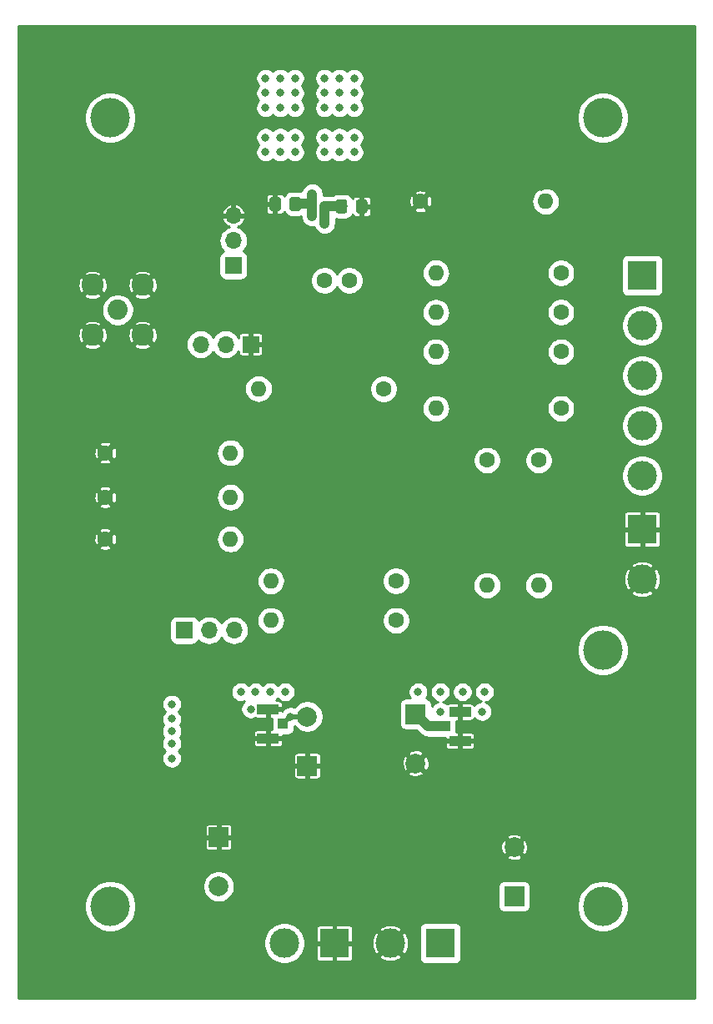
<source format=gbl>
G04 #@! TF.GenerationSoftware,KiCad,Pcbnew,(5.1.4)-1*
G04 #@! TF.CreationDate,2021-07-03T18:30:15-04:00*
G04 #@! TF.ProjectId,beefy_linear_mosfet,62656566-795f-46c6-996e-6561725f6d6f,rev?*
G04 #@! TF.SameCoordinates,Original*
G04 #@! TF.FileFunction,Copper,L4,Bot*
G04 #@! TF.FilePolarity,Positive*
%FSLAX46Y46*%
G04 Gerber Fmt 4.6, Leading zero omitted, Abs format (unit mm)*
G04 Created by KiCad (PCBNEW (5.1.4)-1) date 2021-07-03 18:30:15*
%MOMM*%
%LPD*%
G04 APERTURE LIST*
%ADD10C,0.100000*%
%ADD11C,1.150000*%
%ADD12C,2.250000*%
%ADD13C,2.050000*%
%ADD14C,3.000000*%
%ADD15R,3.000000X3.000000*%
%ADD16O,1.700000X1.700000*%
%ADD17R,1.700000X1.700000*%
%ADD18R,2.200000X1.050000*%
%ADD19R,1.050000X1.000000*%
%ADD20C,2.000000*%
%ADD21R,2.000000X2.000000*%
%ADD22O,1.600000X1.600000*%
%ADD23C,1.600000*%
%ADD24C,4.000000*%
%ADD25C,0.800000*%
%ADD26C,1.000000*%
%ADD27C,0.500000*%
%ADD28C,0.250000*%
G04 APERTURE END LIST*
D10*
G36*
X45874505Y-28301204D02*
G01*
X45898773Y-28304804D01*
X45922572Y-28310765D01*
X45945671Y-28319030D01*
X45967850Y-28329520D01*
X45988893Y-28342132D01*
X46008599Y-28356747D01*
X46026777Y-28373223D01*
X46043253Y-28391401D01*
X46057868Y-28411107D01*
X46070480Y-28432150D01*
X46080970Y-28454329D01*
X46089235Y-28477428D01*
X46095196Y-28501227D01*
X46098796Y-28525495D01*
X46100000Y-28549999D01*
X46100000Y-29450001D01*
X46098796Y-29474505D01*
X46095196Y-29498773D01*
X46089235Y-29522572D01*
X46080970Y-29545671D01*
X46070480Y-29567850D01*
X46057868Y-29588893D01*
X46043253Y-29608599D01*
X46026777Y-29626777D01*
X46008599Y-29643253D01*
X45988893Y-29657868D01*
X45967850Y-29670480D01*
X45945671Y-29680970D01*
X45922572Y-29689235D01*
X45898773Y-29695196D01*
X45874505Y-29698796D01*
X45850001Y-29700000D01*
X45199999Y-29700000D01*
X45175495Y-29698796D01*
X45151227Y-29695196D01*
X45127428Y-29689235D01*
X45104329Y-29680970D01*
X45082150Y-29670480D01*
X45061107Y-29657868D01*
X45041401Y-29643253D01*
X45023223Y-29626777D01*
X45006747Y-29608599D01*
X44992132Y-29588893D01*
X44979520Y-29567850D01*
X44969030Y-29545671D01*
X44960765Y-29522572D01*
X44954804Y-29498773D01*
X44951204Y-29474505D01*
X44950000Y-29450001D01*
X44950000Y-28549999D01*
X44951204Y-28525495D01*
X44954804Y-28501227D01*
X44960765Y-28477428D01*
X44969030Y-28454329D01*
X44979520Y-28432150D01*
X44992132Y-28411107D01*
X45006747Y-28391401D01*
X45023223Y-28373223D01*
X45041401Y-28356747D01*
X45061107Y-28342132D01*
X45082150Y-28329520D01*
X45104329Y-28319030D01*
X45127428Y-28310765D01*
X45151227Y-28304804D01*
X45175495Y-28301204D01*
X45199999Y-28300000D01*
X45850001Y-28300000D01*
X45874505Y-28301204D01*
X45874505Y-28301204D01*
G37*
D11*
X45525000Y-29000000D03*
D10*
G36*
X43824505Y-28301204D02*
G01*
X43848773Y-28304804D01*
X43872572Y-28310765D01*
X43895671Y-28319030D01*
X43917850Y-28329520D01*
X43938893Y-28342132D01*
X43958599Y-28356747D01*
X43976777Y-28373223D01*
X43993253Y-28391401D01*
X44007868Y-28411107D01*
X44020480Y-28432150D01*
X44030970Y-28454329D01*
X44039235Y-28477428D01*
X44045196Y-28501227D01*
X44048796Y-28525495D01*
X44050000Y-28549999D01*
X44050000Y-29450001D01*
X44048796Y-29474505D01*
X44045196Y-29498773D01*
X44039235Y-29522572D01*
X44030970Y-29545671D01*
X44020480Y-29567850D01*
X44007868Y-29588893D01*
X43993253Y-29608599D01*
X43976777Y-29626777D01*
X43958599Y-29643253D01*
X43938893Y-29657868D01*
X43917850Y-29670480D01*
X43895671Y-29680970D01*
X43872572Y-29689235D01*
X43848773Y-29695196D01*
X43824505Y-29698796D01*
X43800001Y-29700000D01*
X43149999Y-29700000D01*
X43125495Y-29698796D01*
X43101227Y-29695196D01*
X43077428Y-29689235D01*
X43054329Y-29680970D01*
X43032150Y-29670480D01*
X43011107Y-29657868D01*
X42991401Y-29643253D01*
X42973223Y-29626777D01*
X42956747Y-29608599D01*
X42942132Y-29588893D01*
X42929520Y-29567850D01*
X42919030Y-29545671D01*
X42910765Y-29522572D01*
X42904804Y-29498773D01*
X42901204Y-29474505D01*
X42900000Y-29450001D01*
X42900000Y-28549999D01*
X42901204Y-28525495D01*
X42904804Y-28501227D01*
X42910765Y-28477428D01*
X42919030Y-28454329D01*
X42929520Y-28432150D01*
X42942132Y-28411107D01*
X42956747Y-28391401D01*
X42973223Y-28373223D01*
X42991401Y-28356747D01*
X43011107Y-28342132D01*
X43032150Y-28329520D01*
X43054329Y-28319030D01*
X43077428Y-28310765D01*
X43101227Y-28304804D01*
X43125495Y-28301204D01*
X43149999Y-28300000D01*
X43800001Y-28300000D01*
X43824505Y-28301204D01*
X43824505Y-28301204D01*
G37*
D11*
X43475000Y-29000000D03*
D10*
G36*
X37074505Y-28051204D02*
G01*
X37098773Y-28054804D01*
X37122572Y-28060765D01*
X37145671Y-28069030D01*
X37167850Y-28079520D01*
X37188893Y-28092132D01*
X37208599Y-28106747D01*
X37226777Y-28123223D01*
X37243253Y-28141401D01*
X37257868Y-28161107D01*
X37270480Y-28182150D01*
X37280970Y-28204329D01*
X37289235Y-28227428D01*
X37295196Y-28251227D01*
X37298796Y-28275495D01*
X37300000Y-28299999D01*
X37300000Y-29200001D01*
X37298796Y-29224505D01*
X37295196Y-29248773D01*
X37289235Y-29272572D01*
X37280970Y-29295671D01*
X37270480Y-29317850D01*
X37257868Y-29338893D01*
X37243253Y-29358599D01*
X37226777Y-29376777D01*
X37208599Y-29393253D01*
X37188893Y-29407868D01*
X37167850Y-29420480D01*
X37145671Y-29430970D01*
X37122572Y-29439235D01*
X37098773Y-29445196D01*
X37074505Y-29448796D01*
X37050001Y-29450000D01*
X36399999Y-29450000D01*
X36375495Y-29448796D01*
X36351227Y-29445196D01*
X36327428Y-29439235D01*
X36304329Y-29430970D01*
X36282150Y-29420480D01*
X36261107Y-29407868D01*
X36241401Y-29393253D01*
X36223223Y-29376777D01*
X36206747Y-29358599D01*
X36192132Y-29338893D01*
X36179520Y-29317850D01*
X36169030Y-29295671D01*
X36160765Y-29272572D01*
X36154804Y-29248773D01*
X36151204Y-29224505D01*
X36150000Y-29200001D01*
X36150000Y-28299999D01*
X36151204Y-28275495D01*
X36154804Y-28251227D01*
X36160765Y-28227428D01*
X36169030Y-28204329D01*
X36179520Y-28182150D01*
X36192132Y-28161107D01*
X36206747Y-28141401D01*
X36223223Y-28123223D01*
X36241401Y-28106747D01*
X36261107Y-28092132D01*
X36282150Y-28079520D01*
X36304329Y-28069030D01*
X36327428Y-28060765D01*
X36351227Y-28054804D01*
X36375495Y-28051204D01*
X36399999Y-28050000D01*
X37050001Y-28050000D01*
X37074505Y-28051204D01*
X37074505Y-28051204D01*
G37*
D11*
X36725000Y-28750000D03*
D10*
G36*
X39124505Y-28051204D02*
G01*
X39148773Y-28054804D01*
X39172572Y-28060765D01*
X39195671Y-28069030D01*
X39217850Y-28079520D01*
X39238893Y-28092132D01*
X39258599Y-28106747D01*
X39276777Y-28123223D01*
X39293253Y-28141401D01*
X39307868Y-28161107D01*
X39320480Y-28182150D01*
X39330970Y-28204329D01*
X39339235Y-28227428D01*
X39345196Y-28251227D01*
X39348796Y-28275495D01*
X39350000Y-28299999D01*
X39350000Y-29200001D01*
X39348796Y-29224505D01*
X39345196Y-29248773D01*
X39339235Y-29272572D01*
X39330970Y-29295671D01*
X39320480Y-29317850D01*
X39307868Y-29338893D01*
X39293253Y-29358599D01*
X39276777Y-29376777D01*
X39258599Y-29393253D01*
X39238893Y-29407868D01*
X39217850Y-29420480D01*
X39195671Y-29430970D01*
X39172572Y-29439235D01*
X39148773Y-29445196D01*
X39124505Y-29448796D01*
X39100001Y-29450000D01*
X38449999Y-29450000D01*
X38425495Y-29448796D01*
X38401227Y-29445196D01*
X38377428Y-29439235D01*
X38354329Y-29430970D01*
X38332150Y-29420480D01*
X38311107Y-29407868D01*
X38291401Y-29393253D01*
X38273223Y-29376777D01*
X38256747Y-29358599D01*
X38242132Y-29338893D01*
X38229520Y-29317850D01*
X38219030Y-29295671D01*
X38210765Y-29272572D01*
X38204804Y-29248773D01*
X38201204Y-29224505D01*
X38200000Y-29200001D01*
X38200000Y-28299999D01*
X38201204Y-28275495D01*
X38204804Y-28251227D01*
X38210765Y-28227428D01*
X38219030Y-28204329D01*
X38229520Y-28182150D01*
X38242132Y-28161107D01*
X38256747Y-28141401D01*
X38273223Y-28123223D01*
X38291401Y-28106747D01*
X38311107Y-28092132D01*
X38332150Y-28079520D01*
X38354329Y-28069030D01*
X38377428Y-28060765D01*
X38401227Y-28054804D01*
X38425495Y-28051204D01*
X38449999Y-28050000D01*
X39100001Y-28050000D01*
X39124505Y-28051204D01*
X39124505Y-28051204D01*
G37*
D11*
X38775000Y-28750000D03*
D12*
X18210000Y-42040000D03*
X18210000Y-36960000D03*
X23290000Y-36960000D03*
X23290000Y-42040000D03*
D13*
X20750000Y-39500000D03*
D14*
X37670000Y-103750000D03*
D15*
X42750000Y-103750000D03*
D14*
X48420000Y-103750000D03*
D15*
X53500000Y-103750000D03*
D16*
X32580000Y-72000000D03*
X30040000Y-72000000D03*
D17*
X27500000Y-72000000D03*
D18*
X55500000Y-80275000D03*
X55500000Y-83225000D03*
D19*
X53975000Y-81750000D03*
D18*
X36000000Y-82975000D03*
X36000000Y-80025000D03*
D19*
X37525000Y-81500000D03*
D14*
X74000000Y-66830000D03*
D15*
X74000000Y-61750000D03*
D20*
X51000000Y-85500000D03*
D21*
X51000000Y-80500000D03*
D20*
X40000000Y-80750000D03*
D21*
X40000000Y-85750000D03*
D20*
X61000000Y-94000000D03*
D21*
X61000000Y-99000000D03*
D20*
X31000000Y-98000000D03*
D21*
X31000000Y-93000000D03*
D14*
X74000000Y-56320000D03*
X74000000Y-51240000D03*
D15*
X74000000Y-36000000D03*
D14*
X74000000Y-46160000D03*
X74000000Y-41080000D03*
D22*
X58250000Y-67450000D03*
D23*
X58250000Y-54750000D03*
D22*
X63500000Y-67450000D03*
D23*
X63500000Y-54750000D03*
D22*
X64200000Y-28500000D03*
D23*
X51500000Y-28500000D03*
D22*
X53050000Y-49500000D03*
D23*
X65750000Y-49500000D03*
D22*
X53050000Y-43750000D03*
D23*
X65750000Y-43750000D03*
D22*
X53050000Y-39750000D03*
D23*
X65750000Y-39750000D03*
D22*
X53050000Y-35750000D03*
D23*
X65750000Y-35750000D03*
D22*
X36300000Y-71000000D03*
D23*
X49000000Y-71000000D03*
D22*
X36300000Y-67000000D03*
D23*
X49000000Y-67000000D03*
D22*
X32200000Y-62750000D03*
D23*
X19500000Y-62750000D03*
D22*
X32200000Y-54000000D03*
D23*
X19500000Y-54000000D03*
D22*
X32200000Y-58500000D03*
D23*
X19500000Y-58500000D03*
D22*
X35050000Y-47500000D03*
D23*
X47750000Y-47500000D03*
D16*
X32500000Y-29920000D03*
X32500000Y-32460000D03*
D17*
X32500000Y-35000000D03*
D16*
X29170000Y-43000000D03*
X31710000Y-43000000D03*
D17*
X34250000Y-43000000D03*
D23*
X41750000Y-36500000D03*
X44250000Y-36500000D03*
D24*
X20000000Y-20000000D03*
X70000000Y-20000000D03*
X70000000Y-100000000D03*
X20000000Y-100000000D03*
X70000000Y-74000000D03*
D25*
X32750000Y-88250000D03*
X65250000Y-81500000D03*
X65250000Y-80500000D03*
X29750000Y-85000000D03*
X31750000Y-83000000D03*
X20250000Y-83250000D03*
X22000000Y-84500000D03*
X32750000Y-65500000D03*
X34750000Y-63750000D03*
X39500000Y-63000000D03*
X29250000Y-74250000D03*
X30750000Y-77000000D03*
X34000000Y-83000000D03*
X43500000Y-48750000D03*
X42000000Y-68000000D03*
X43750000Y-69250000D03*
X43750000Y-72500000D03*
X42000000Y-74500000D03*
X42000000Y-70750000D03*
X44500000Y-78000000D03*
X11250000Y-27000000D03*
X13750000Y-27000000D03*
X16250000Y-27000000D03*
X18750000Y-27000000D03*
X21250000Y-27000000D03*
X23750000Y-27000000D03*
X26250000Y-27000000D03*
X28750000Y-27000000D03*
X31250000Y-27000000D03*
X33750000Y-27000000D03*
X48750000Y-27000000D03*
X51250000Y-27000000D03*
X53750000Y-27000000D03*
X56250000Y-27000000D03*
X58750000Y-27000000D03*
X61250000Y-27000000D03*
X63750000Y-27000000D03*
X66250000Y-27000000D03*
X68750000Y-27000000D03*
X71250000Y-27000000D03*
X73750000Y-27000000D03*
X76250000Y-27000000D03*
X78750000Y-27000000D03*
X11250000Y-29500000D03*
X11250000Y-32000000D03*
X11250000Y-34500000D03*
X11250000Y-37000000D03*
X11250000Y-39500000D03*
X11250000Y-42000000D03*
X11250000Y-44500000D03*
X11250000Y-47000000D03*
X11250000Y-49500000D03*
X11250000Y-52000000D03*
X11250000Y-54500000D03*
X11250000Y-57000000D03*
X11250000Y-59500000D03*
X11250000Y-62000000D03*
X11250000Y-64500000D03*
X11250000Y-67000000D03*
X11250000Y-69500000D03*
X11250000Y-72000000D03*
X11250000Y-74500000D03*
X11250000Y-77000000D03*
X11250000Y-79500000D03*
X11250000Y-82000000D03*
X11250000Y-84500000D03*
X11250000Y-87000000D03*
X11250000Y-89500000D03*
X11250000Y-92000000D03*
X11250000Y-94500000D03*
X11250000Y-97000000D03*
X11250000Y-99500000D03*
X11250000Y-102000000D03*
X11250000Y-104500000D03*
X11250000Y-107000000D03*
X12500000Y-108500000D03*
X78750000Y-29500000D03*
X78750000Y-32000000D03*
X78750000Y-34500000D03*
X78750000Y-37000000D03*
X78750000Y-39500000D03*
X78750000Y-42000000D03*
X78750000Y-44500000D03*
X78750000Y-47000000D03*
X78750000Y-49500000D03*
X78750000Y-52000000D03*
X78750000Y-54500000D03*
X78750000Y-57000000D03*
X78750000Y-59500000D03*
X78750000Y-62000000D03*
X78750000Y-64500000D03*
X78750000Y-67000000D03*
X78750000Y-69500000D03*
X78750000Y-72000000D03*
X78750000Y-74500000D03*
X78750000Y-77000000D03*
X78750000Y-79500000D03*
X78750000Y-82000000D03*
X78750000Y-84500000D03*
X78750000Y-87000000D03*
X78750000Y-89500000D03*
X78750000Y-92000000D03*
X78750000Y-94500000D03*
X78750000Y-97000000D03*
X78750000Y-99500000D03*
X78750000Y-102000000D03*
X78750000Y-104500000D03*
X78750000Y-107000000D03*
X77500000Y-108500000D03*
X15000000Y-108500000D03*
X17500000Y-108500000D03*
X20000000Y-108500000D03*
X22500000Y-108500000D03*
X75000000Y-108500000D03*
X72500000Y-108500000D03*
X70000000Y-108500000D03*
X67500000Y-108500000D03*
X36250000Y-34500000D03*
X38750000Y-41750000D03*
X41750000Y-44500000D03*
X40250000Y-35750000D03*
X42250000Y-39500000D03*
X44750000Y-42250000D03*
X47500000Y-45000000D03*
X53500000Y-47500000D03*
X50500000Y-49750000D03*
X44500000Y-46750000D03*
X70500000Y-37750000D03*
X63500000Y-37750000D03*
X63500000Y-41750000D03*
X70500000Y-42000000D03*
X70500000Y-46250000D03*
X63500000Y-46000000D03*
X54750000Y-29500000D03*
X54750000Y-34500000D03*
X52000000Y-32000000D03*
X34750000Y-29500000D03*
X48750000Y-29000000D03*
X36250000Y-38750000D03*
X26250000Y-37500000D03*
X26250000Y-41500000D03*
X30250000Y-37500000D03*
X34250000Y-37500000D03*
X30750000Y-46250000D03*
X35500000Y-45250000D03*
X33250000Y-48750000D03*
X33000000Y-70000000D03*
X37750000Y-68500000D03*
X38000000Y-66000000D03*
X34750000Y-73000000D03*
X28500000Y-70250000D03*
X25000000Y-70250000D03*
X29750000Y-63250000D03*
X24500000Y-64750000D03*
X27250000Y-63250000D03*
X47250000Y-32500000D03*
X26250000Y-45750000D03*
X26250000Y-48250000D03*
X26250000Y-51250000D03*
X26250000Y-53750000D03*
X26250000Y-56500000D03*
X26250000Y-59250000D03*
X58250000Y-36250000D03*
X58250000Y-39250000D03*
X58250000Y-42000000D03*
X58250000Y-44500000D03*
X58250000Y-47250000D03*
X58250000Y-49750000D03*
X58000000Y-62250000D03*
X59750000Y-64500000D03*
X65250000Y-70000000D03*
X66000000Y-74000000D03*
X65250000Y-78500000D03*
X65250000Y-83000000D03*
X45750000Y-85750000D03*
X35250000Y-85750000D03*
X35250000Y-88250000D03*
X40000000Y-88250000D03*
X45750000Y-88250000D03*
X43500000Y-85750000D03*
X43500000Y-88250000D03*
X48250000Y-85750000D03*
X48250000Y-88500000D03*
X51000000Y-88500000D03*
X54000000Y-88500000D03*
X54000000Y-85750000D03*
X56250000Y-85750000D03*
X56500000Y-88500000D03*
X37250000Y-85750000D03*
X37250000Y-88250000D03*
X42000000Y-47000000D03*
X41500000Y-108750000D03*
X43250000Y-108750000D03*
X45250000Y-108750000D03*
X47000000Y-108750000D03*
X49000000Y-108750000D03*
X68000000Y-61500000D03*
X68000000Y-64000000D03*
X68000000Y-66500000D03*
X68000000Y-69000000D03*
X64250000Y-61500000D03*
X64250000Y-64000000D03*
X76250000Y-29500000D03*
X41750000Y-30750000D03*
X41770000Y-29000000D03*
X51250000Y-78250000D03*
X53500000Y-78250000D03*
X55750000Y-78250000D03*
X53500000Y-80250000D03*
X58000000Y-78250000D03*
X57750000Y-80250000D03*
X35750000Y-16000000D03*
X40500000Y-30000000D03*
X33250000Y-78250000D03*
X34750000Y-78250000D03*
X36250000Y-78250000D03*
X37750000Y-78250000D03*
X40500000Y-27750000D03*
X37250000Y-16000000D03*
X38750000Y-16000000D03*
X41750000Y-16000000D03*
X43250000Y-16000000D03*
X44750000Y-16000000D03*
X35750000Y-17500000D03*
X37250000Y-17500000D03*
X38750000Y-17500000D03*
X41750000Y-17500000D03*
X43250000Y-17500000D03*
X44750000Y-17500000D03*
X35750000Y-19000000D03*
X37250000Y-19000000D03*
X38750000Y-19000000D03*
X41750000Y-19000000D03*
X43250000Y-19000000D03*
X44750000Y-19000000D03*
X35750000Y-22000000D03*
X37250000Y-22000000D03*
X38750000Y-22000000D03*
X41750000Y-22000000D03*
X43250000Y-22000000D03*
X44750000Y-22000000D03*
X44750000Y-23500000D03*
X43250000Y-23500000D03*
X41750000Y-23500000D03*
X38750000Y-23500000D03*
X37250000Y-23500000D03*
X35750000Y-23500000D03*
X34250000Y-80000000D03*
X38275000Y-80750000D03*
X26250000Y-83500000D03*
X26250000Y-82250000D03*
X26250000Y-81000000D03*
X26250000Y-79500000D03*
X26250000Y-85000000D03*
D26*
X52250000Y-81750000D02*
X51000000Y-80500000D01*
X53975000Y-81750000D02*
X52250000Y-81750000D01*
X43475000Y-29000000D02*
X41770000Y-29000000D01*
X41770000Y-30730000D02*
X41750000Y-30750000D01*
X41770000Y-29000000D02*
X41770000Y-30730000D01*
D27*
X38275000Y-80750000D02*
X37525000Y-81500000D01*
X40000000Y-80750000D02*
X38275000Y-80750000D01*
D26*
X38775000Y-28750000D02*
X40500000Y-28750000D01*
X40500000Y-27750000D02*
X40500000Y-28750000D01*
X40500000Y-28750000D02*
X40500000Y-30000000D01*
D27*
X38275000Y-80750000D02*
X38275000Y-80750000D01*
D28*
G36*
X79350001Y-104968068D02*
G01*
X79350000Y-109350000D01*
X10650000Y-109350000D01*
X10650000Y-103540706D01*
X35545000Y-103540706D01*
X35545000Y-103959294D01*
X35626663Y-104369840D01*
X35786849Y-104756565D01*
X36019405Y-105104609D01*
X36315391Y-105400595D01*
X36663435Y-105633151D01*
X37050160Y-105793337D01*
X37460706Y-105875000D01*
X37879294Y-105875000D01*
X38289840Y-105793337D01*
X38676565Y-105633151D01*
X39024609Y-105400595D01*
X39175204Y-105250000D01*
X40873186Y-105250000D01*
X40880426Y-105323513D01*
X40901869Y-105394200D01*
X40936691Y-105459347D01*
X40983552Y-105516448D01*
X41040653Y-105563309D01*
X41105800Y-105598131D01*
X41176487Y-105619574D01*
X41250000Y-105626814D01*
X42531250Y-105625000D01*
X42625000Y-105531250D01*
X42625000Y-103875000D01*
X42875000Y-103875000D01*
X42875000Y-105531250D01*
X42968750Y-105625000D01*
X44250000Y-105626814D01*
X44323513Y-105619574D01*
X44394200Y-105598131D01*
X44459347Y-105563309D01*
X44516448Y-105516448D01*
X44563309Y-105459347D01*
X44598131Y-105394200D01*
X44619574Y-105323513D01*
X44626814Y-105250000D01*
X44626604Y-105101248D01*
X47245529Y-105101248D01*
X47416137Y-105344361D01*
X47746470Y-105509569D01*
X48102687Y-105607159D01*
X48471097Y-105633379D01*
X48837544Y-105587222D01*
X49187945Y-105470462D01*
X49423863Y-105344361D01*
X49594471Y-105101248D01*
X48420000Y-103926777D01*
X47245529Y-105101248D01*
X44626604Y-105101248D01*
X44625000Y-103968750D01*
X44531250Y-103875000D01*
X42875000Y-103875000D01*
X42625000Y-103875000D01*
X40968750Y-103875000D01*
X40875000Y-103968750D01*
X40873186Y-105250000D01*
X39175204Y-105250000D01*
X39320595Y-105104609D01*
X39553151Y-104756565D01*
X39713337Y-104369840D01*
X39795000Y-103959294D01*
X39795000Y-103801097D01*
X46536621Y-103801097D01*
X46582778Y-104167544D01*
X46699538Y-104517945D01*
X46825639Y-104753863D01*
X47068752Y-104924471D01*
X48243223Y-103750000D01*
X48596777Y-103750000D01*
X49771248Y-104924471D01*
X50014361Y-104753863D01*
X50179569Y-104423530D01*
X50277159Y-104067313D01*
X50303379Y-103698903D01*
X50257222Y-103332456D01*
X50140462Y-102982055D01*
X50014361Y-102746137D01*
X49771248Y-102575529D01*
X48596777Y-103750000D01*
X48243223Y-103750000D01*
X47068752Y-102575529D01*
X46825639Y-102746137D01*
X46660431Y-103076470D01*
X46562841Y-103432687D01*
X46536621Y-103801097D01*
X39795000Y-103801097D01*
X39795000Y-103540706D01*
X39713337Y-103130160D01*
X39553151Y-102743435D01*
X39320595Y-102395391D01*
X39175204Y-102250000D01*
X40873186Y-102250000D01*
X40875000Y-103531250D01*
X40968750Y-103625000D01*
X42625000Y-103625000D01*
X42625000Y-101968750D01*
X42875000Y-101968750D01*
X42875000Y-103625000D01*
X44531250Y-103625000D01*
X44625000Y-103531250D01*
X44626603Y-102398752D01*
X47245529Y-102398752D01*
X48420000Y-103573223D01*
X49594471Y-102398752D01*
X49490083Y-102250000D01*
X51371976Y-102250000D01*
X51371976Y-105250000D01*
X51384043Y-105372521D01*
X51419781Y-105490334D01*
X51477817Y-105598911D01*
X51555920Y-105694080D01*
X51651089Y-105772183D01*
X51759666Y-105830219D01*
X51877479Y-105865957D01*
X52000000Y-105878024D01*
X55000000Y-105878024D01*
X55122521Y-105865957D01*
X55240334Y-105830219D01*
X55348911Y-105772183D01*
X55444080Y-105694080D01*
X55522183Y-105598911D01*
X55580219Y-105490334D01*
X55615957Y-105372521D01*
X55628024Y-105250000D01*
X55628024Y-102250000D01*
X55615957Y-102127479D01*
X55580219Y-102009666D01*
X55522183Y-101901089D01*
X55444080Y-101805920D01*
X55348911Y-101727817D01*
X55240334Y-101669781D01*
X55122521Y-101634043D01*
X55000000Y-101621976D01*
X52000000Y-101621976D01*
X51877479Y-101634043D01*
X51759666Y-101669781D01*
X51651089Y-101727817D01*
X51555920Y-101805920D01*
X51477817Y-101901089D01*
X51419781Y-102009666D01*
X51384043Y-102127479D01*
X51371976Y-102250000D01*
X49490083Y-102250000D01*
X49423863Y-102155639D01*
X49093530Y-101990431D01*
X48737313Y-101892841D01*
X48368903Y-101866621D01*
X48002456Y-101912778D01*
X47652055Y-102029538D01*
X47416137Y-102155639D01*
X47245529Y-102398752D01*
X44626603Y-102398752D01*
X44626814Y-102250000D01*
X44619574Y-102176487D01*
X44598131Y-102105800D01*
X44563309Y-102040653D01*
X44516448Y-101983552D01*
X44459347Y-101936691D01*
X44394200Y-101901869D01*
X44323513Y-101880426D01*
X44250000Y-101873186D01*
X42968750Y-101875000D01*
X42875000Y-101968750D01*
X42625000Y-101968750D01*
X42531250Y-101875000D01*
X41250000Y-101873186D01*
X41176487Y-101880426D01*
X41105800Y-101901869D01*
X41040653Y-101936691D01*
X40983552Y-101983552D01*
X40936691Y-102040653D01*
X40901869Y-102105800D01*
X40880426Y-102176487D01*
X40873186Y-102250000D01*
X39175204Y-102250000D01*
X39024609Y-102099405D01*
X38676565Y-101866849D01*
X38289840Y-101706663D01*
X37879294Y-101625000D01*
X37460706Y-101625000D01*
X37050160Y-101706663D01*
X36663435Y-101866849D01*
X36315391Y-102099405D01*
X36019405Y-102395391D01*
X35786849Y-102743435D01*
X35626663Y-103130160D01*
X35545000Y-103540706D01*
X10650000Y-103540706D01*
X10650000Y-99741460D01*
X17375000Y-99741460D01*
X17375000Y-100258540D01*
X17475878Y-100765684D01*
X17673755Y-101243404D01*
X17961030Y-101673340D01*
X18326660Y-102038970D01*
X18756596Y-102326245D01*
X19234316Y-102524122D01*
X19741460Y-102625000D01*
X20258540Y-102625000D01*
X20765684Y-102524122D01*
X21243404Y-102326245D01*
X21673340Y-102038970D01*
X22038970Y-101673340D01*
X22326245Y-101243404D01*
X22524122Y-100765684D01*
X22625000Y-100258540D01*
X22625000Y-99741460D01*
X22524122Y-99234316D01*
X22326245Y-98756596D01*
X22038970Y-98326660D01*
X21673340Y-97961030D01*
X21492134Y-97839951D01*
X29375000Y-97839951D01*
X29375000Y-98160049D01*
X29437448Y-98473995D01*
X29559943Y-98769726D01*
X29737780Y-99035877D01*
X29964123Y-99262220D01*
X30230274Y-99440057D01*
X30526005Y-99562552D01*
X30839951Y-99625000D01*
X31160049Y-99625000D01*
X31473995Y-99562552D01*
X31769726Y-99440057D01*
X32035877Y-99262220D01*
X32262220Y-99035877D01*
X32440057Y-98769726D01*
X32562552Y-98473995D01*
X32625000Y-98160049D01*
X32625000Y-98000000D01*
X59371976Y-98000000D01*
X59371976Y-100000000D01*
X59384043Y-100122521D01*
X59419781Y-100240334D01*
X59477817Y-100348911D01*
X59555920Y-100444080D01*
X59651089Y-100522183D01*
X59759666Y-100580219D01*
X59877479Y-100615957D01*
X60000000Y-100628024D01*
X62000000Y-100628024D01*
X62122521Y-100615957D01*
X62240334Y-100580219D01*
X62348911Y-100522183D01*
X62444080Y-100444080D01*
X62522183Y-100348911D01*
X62580219Y-100240334D01*
X62615957Y-100122521D01*
X62628024Y-100000000D01*
X62628024Y-99741460D01*
X67375000Y-99741460D01*
X67375000Y-100258540D01*
X67475878Y-100765684D01*
X67673755Y-101243404D01*
X67961030Y-101673340D01*
X68326660Y-102038970D01*
X68756596Y-102326245D01*
X69234316Y-102524122D01*
X69741460Y-102625000D01*
X70258540Y-102625000D01*
X70765684Y-102524122D01*
X71243404Y-102326245D01*
X71673340Y-102038970D01*
X72038970Y-101673340D01*
X72326245Y-101243404D01*
X72524122Y-100765684D01*
X72625000Y-100258540D01*
X72625000Y-99741460D01*
X72524122Y-99234316D01*
X72326245Y-98756596D01*
X72038970Y-98326660D01*
X71673340Y-97961030D01*
X71243404Y-97673755D01*
X70765684Y-97475878D01*
X70258540Y-97375000D01*
X69741460Y-97375000D01*
X69234316Y-97475878D01*
X68756596Y-97673755D01*
X68326660Y-97961030D01*
X67961030Y-98326660D01*
X67673755Y-98756596D01*
X67475878Y-99234316D01*
X67375000Y-99741460D01*
X62628024Y-99741460D01*
X62628024Y-98000000D01*
X62615957Y-97877479D01*
X62580219Y-97759666D01*
X62522183Y-97651089D01*
X62444080Y-97555920D01*
X62348911Y-97477817D01*
X62240334Y-97419781D01*
X62122521Y-97384043D01*
X62000000Y-97371976D01*
X60000000Y-97371976D01*
X59877479Y-97384043D01*
X59759666Y-97419781D01*
X59651089Y-97477817D01*
X59555920Y-97555920D01*
X59477817Y-97651089D01*
X59419781Y-97759666D01*
X59384043Y-97877479D01*
X59371976Y-98000000D01*
X32625000Y-98000000D01*
X32625000Y-97839951D01*
X32562552Y-97526005D01*
X32440057Y-97230274D01*
X32262220Y-96964123D01*
X32035877Y-96737780D01*
X31769726Y-96559943D01*
X31473995Y-96437448D01*
X31160049Y-96375000D01*
X30839951Y-96375000D01*
X30526005Y-96437448D01*
X30230274Y-96559943D01*
X29964123Y-96737780D01*
X29737780Y-96964123D01*
X29559943Y-97230274D01*
X29437448Y-97526005D01*
X29375000Y-97839951D01*
X21492134Y-97839951D01*
X21243404Y-97673755D01*
X20765684Y-97475878D01*
X20258540Y-97375000D01*
X19741460Y-97375000D01*
X19234316Y-97475878D01*
X18756596Y-97673755D01*
X18326660Y-97961030D01*
X17961030Y-98326660D01*
X17673755Y-98756596D01*
X17475878Y-99234316D01*
X17375000Y-99741460D01*
X10650000Y-99741460D01*
X10650000Y-94994774D01*
X60182003Y-94994774D01*
X60292342Y-95186670D01*
X60537448Y-95301926D01*
X60800329Y-95367149D01*
X61070883Y-95379834D01*
X61338714Y-95339492D01*
X61593527Y-95247674D01*
X61707658Y-95186670D01*
X61817997Y-94994774D01*
X61000000Y-94176777D01*
X60182003Y-94994774D01*
X10650000Y-94994774D01*
X10650000Y-94000000D01*
X29623186Y-94000000D01*
X29630426Y-94073513D01*
X29651869Y-94144200D01*
X29686691Y-94209347D01*
X29733552Y-94266448D01*
X29790653Y-94313309D01*
X29855800Y-94348131D01*
X29926487Y-94369574D01*
X30000000Y-94376814D01*
X30781250Y-94375000D01*
X30875000Y-94281250D01*
X30875000Y-93125000D01*
X31125000Y-93125000D01*
X31125000Y-94281250D01*
X31218750Y-94375000D01*
X32000000Y-94376814D01*
X32073513Y-94369574D01*
X32144200Y-94348131D01*
X32209347Y-94313309D01*
X32266448Y-94266448D01*
X32313309Y-94209347D01*
X32348131Y-94144200D01*
X32369574Y-94073513D01*
X32369833Y-94070883D01*
X59620166Y-94070883D01*
X59660508Y-94338714D01*
X59752326Y-94593527D01*
X59813330Y-94707658D01*
X60005226Y-94817997D01*
X60823223Y-94000000D01*
X61176777Y-94000000D01*
X61994774Y-94817997D01*
X62186670Y-94707658D01*
X62301926Y-94462552D01*
X62367149Y-94199671D01*
X62379834Y-93929117D01*
X62339492Y-93661286D01*
X62247674Y-93406473D01*
X62186670Y-93292342D01*
X61994774Y-93182003D01*
X61176777Y-94000000D01*
X60823223Y-94000000D01*
X60005226Y-93182003D01*
X59813330Y-93292342D01*
X59698074Y-93537448D01*
X59632851Y-93800329D01*
X59620166Y-94070883D01*
X32369833Y-94070883D01*
X32376814Y-94000000D01*
X32375000Y-93218750D01*
X32281250Y-93125000D01*
X31125000Y-93125000D01*
X30875000Y-93125000D01*
X29718750Y-93125000D01*
X29625000Y-93218750D01*
X29623186Y-94000000D01*
X10650000Y-94000000D01*
X10650000Y-93005226D01*
X60182003Y-93005226D01*
X61000000Y-93823223D01*
X61817997Y-93005226D01*
X61707658Y-92813330D01*
X61462552Y-92698074D01*
X61199671Y-92632851D01*
X60929117Y-92620166D01*
X60661286Y-92660508D01*
X60406473Y-92752326D01*
X60292342Y-92813330D01*
X60182003Y-93005226D01*
X10650000Y-93005226D01*
X10650000Y-92000000D01*
X29623186Y-92000000D01*
X29625000Y-92781250D01*
X29718750Y-92875000D01*
X30875000Y-92875000D01*
X30875000Y-91718750D01*
X31125000Y-91718750D01*
X31125000Y-92875000D01*
X32281250Y-92875000D01*
X32375000Y-92781250D01*
X32376814Y-92000000D01*
X32369574Y-91926487D01*
X32348131Y-91855800D01*
X32313309Y-91790653D01*
X32266448Y-91733552D01*
X32209347Y-91686691D01*
X32144200Y-91651869D01*
X32073513Y-91630426D01*
X32000000Y-91623186D01*
X31218750Y-91625000D01*
X31125000Y-91718750D01*
X30875000Y-91718750D01*
X30781250Y-91625000D01*
X30000000Y-91623186D01*
X29926487Y-91630426D01*
X29855800Y-91651869D01*
X29790653Y-91686691D01*
X29733552Y-91733552D01*
X29686691Y-91790653D01*
X29651869Y-91855800D01*
X29630426Y-91926487D01*
X29623186Y-92000000D01*
X10650000Y-92000000D01*
X10650000Y-86750000D01*
X38623186Y-86750000D01*
X38630426Y-86823513D01*
X38651869Y-86894200D01*
X38686691Y-86959347D01*
X38733552Y-87016448D01*
X38790653Y-87063309D01*
X38855800Y-87098131D01*
X38926487Y-87119574D01*
X39000000Y-87126814D01*
X39781250Y-87125000D01*
X39875000Y-87031250D01*
X39875000Y-85875000D01*
X40125000Y-85875000D01*
X40125000Y-87031250D01*
X40218750Y-87125000D01*
X41000000Y-87126814D01*
X41073513Y-87119574D01*
X41144200Y-87098131D01*
X41209347Y-87063309D01*
X41266448Y-87016448D01*
X41313309Y-86959347D01*
X41348131Y-86894200D01*
X41369574Y-86823513D01*
X41376814Y-86750000D01*
X41376222Y-86494774D01*
X50182003Y-86494774D01*
X50292342Y-86686670D01*
X50537448Y-86801926D01*
X50800329Y-86867149D01*
X51070883Y-86879834D01*
X51338714Y-86839492D01*
X51593527Y-86747674D01*
X51707658Y-86686670D01*
X51817997Y-86494774D01*
X51000000Y-85676777D01*
X50182003Y-86494774D01*
X41376222Y-86494774D01*
X41375000Y-85968750D01*
X41281250Y-85875000D01*
X40125000Y-85875000D01*
X39875000Y-85875000D01*
X38718750Y-85875000D01*
X38625000Y-85968750D01*
X38623186Y-86750000D01*
X10650000Y-86750000D01*
X10650000Y-79399046D01*
X25225000Y-79399046D01*
X25225000Y-79600954D01*
X25264390Y-79798982D01*
X25341656Y-79985520D01*
X25453830Y-80153400D01*
X25550430Y-80250000D01*
X25453830Y-80346600D01*
X25341656Y-80514480D01*
X25264390Y-80701018D01*
X25225000Y-80899046D01*
X25225000Y-81100954D01*
X25264390Y-81298982D01*
X25341656Y-81485520D01*
X25434854Y-81625000D01*
X25341656Y-81764480D01*
X25264390Y-81951018D01*
X25225000Y-82149046D01*
X25225000Y-82350954D01*
X25264390Y-82548982D01*
X25341656Y-82735520D01*
X25434854Y-82875000D01*
X25341656Y-83014480D01*
X25264390Y-83201018D01*
X25225000Y-83399046D01*
X25225000Y-83600954D01*
X25264390Y-83798982D01*
X25341656Y-83985520D01*
X25453830Y-84153400D01*
X25550430Y-84250000D01*
X25453830Y-84346600D01*
X25341656Y-84514480D01*
X25264390Y-84701018D01*
X25225000Y-84899046D01*
X25225000Y-85100954D01*
X25264390Y-85298982D01*
X25341656Y-85485520D01*
X25453830Y-85653400D01*
X25596600Y-85796170D01*
X25764480Y-85908344D01*
X25951018Y-85985610D01*
X26149046Y-86025000D01*
X26350954Y-86025000D01*
X26548982Y-85985610D01*
X26735520Y-85908344D01*
X26903400Y-85796170D01*
X27046170Y-85653400D01*
X27158344Y-85485520D01*
X27235610Y-85298982D01*
X27275000Y-85100954D01*
X27275000Y-84899046D01*
X27245354Y-84750000D01*
X38623186Y-84750000D01*
X38625000Y-85531250D01*
X38718750Y-85625000D01*
X39875000Y-85625000D01*
X39875000Y-84468750D01*
X40125000Y-84468750D01*
X40125000Y-85625000D01*
X41281250Y-85625000D01*
X41335367Y-85570883D01*
X49620166Y-85570883D01*
X49660508Y-85838714D01*
X49752326Y-86093527D01*
X49813330Y-86207658D01*
X50005226Y-86317997D01*
X50823223Y-85500000D01*
X51176777Y-85500000D01*
X51994774Y-86317997D01*
X52186670Y-86207658D01*
X52301926Y-85962552D01*
X52367149Y-85699671D01*
X52379834Y-85429117D01*
X52339492Y-85161286D01*
X52247674Y-84906473D01*
X52186670Y-84792342D01*
X51994774Y-84682003D01*
X51176777Y-85500000D01*
X50823223Y-85500000D01*
X50005226Y-84682003D01*
X49813330Y-84792342D01*
X49698074Y-85037448D01*
X49632851Y-85300329D01*
X49620166Y-85570883D01*
X41335367Y-85570883D01*
X41375000Y-85531250D01*
X41376814Y-84750000D01*
X41369574Y-84676487D01*
X41348131Y-84605800D01*
X41313309Y-84540653D01*
X41284236Y-84505226D01*
X50182003Y-84505226D01*
X51000000Y-85323223D01*
X51817997Y-84505226D01*
X51707658Y-84313330D01*
X51462552Y-84198074D01*
X51199671Y-84132851D01*
X50929117Y-84120166D01*
X50661286Y-84160508D01*
X50406473Y-84252326D01*
X50292342Y-84313330D01*
X50182003Y-84505226D01*
X41284236Y-84505226D01*
X41266448Y-84483552D01*
X41209347Y-84436691D01*
X41144200Y-84401869D01*
X41073513Y-84380426D01*
X41000000Y-84373186D01*
X40218750Y-84375000D01*
X40125000Y-84468750D01*
X39875000Y-84468750D01*
X39781250Y-84375000D01*
X39000000Y-84373186D01*
X38926487Y-84380426D01*
X38855800Y-84401869D01*
X38790653Y-84436691D01*
X38733552Y-84483552D01*
X38686691Y-84540653D01*
X38651869Y-84605800D01*
X38630426Y-84676487D01*
X38623186Y-84750000D01*
X27245354Y-84750000D01*
X27235610Y-84701018D01*
X27158344Y-84514480D01*
X27046170Y-84346600D01*
X26949570Y-84250000D01*
X27046170Y-84153400D01*
X27158344Y-83985520D01*
X27235610Y-83798982D01*
X27275000Y-83600954D01*
X27275000Y-83500000D01*
X34523186Y-83500000D01*
X34530426Y-83573513D01*
X34551869Y-83644200D01*
X34586691Y-83709347D01*
X34633552Y-83766448D01*
X34690653Y-83813309D01*
X34755800Y-83848131D01*
X34826487Y-83869574D01*
X34900000Y-83876814D01*
X35781250Y-83875000D01*
X35875000Y-83781250D01*
X35875000Y-83100000D01*
X36125000Y-83100000D01*
X36125000Y-83781250D01*
X36218750Y-83875000D01*
X37100000Y-83876814D01*
X37173513Y-83869574D01*
X37244200Y-83848131D01*
X37309347Y-83813309D01*
X37366448Y-83766448D01*
X37379946Y-83750000D01*
X54023186Y-83750000D01*
X54030426Y-83823513D01*
X54051869Y-83894200D01*
X54086691Y-83959347D01*
X54133552Y-84016448D01*
X54190653Y-84063309D01*
X54255800Y-84098131D01*
X54326487Y-84119574D01*
X54400000Y-84126814D01*
X55281250Y-84125000D01*
X55375000Y-84031250D01*
X55375000Y-83350000D01*
X55625000Y-83350000D01*
X55625000Y-84031250D01*
X55718750Y-84125000D01*
X56600000Y-84126814D01*
X56673513Y-84119574D01*
X56744200Y-84098131D01*
X56809347Y-84063309D01*
X56866448Y-84016448D01*
X56913309Y-83959347D01*
X56948131Y-83894200D01*
X56969574Y-83823513D01*
X56976814Y-83750000D01*
X56975000Y-83443750D01*
X56881250Y-83350000D01*
X55625000Y-83350000D01*
X55375000Y-83350000D01*
X54118750Y-83350000D01*
X54025000Y-83443750D01*
X54023186Y-83750000D01*
X37379946Y-83750000D01*
X37413309Y-83709347D01*
X37448131Y-83644200D01*
X37469574Y-83573513D01*
X37476814Y-83500000D01*
X37475000Y-83193750D01*
X37381250Y-83100000D01*
X36125000Y-83100000D01*
X35875000Y-83100000D01*
X34618750Y-83100000D01*
X34525000Y-83193750D01*
X34523186Y-83500000D01*
X27275000Y-83500000D01*
X27275000Y-83399046D01*
X27235610Y-83201018D01*
X27158344Y-83014480D01*
X27065146Y-82875000D01*
X27158344Y-82735520D01*
X27235610Y-82548982D01*
X27255298Y-82450000D01*
X34523186Y-82450000D01*
X34525000Y-82756250D01*
X34618750Y-82850000D01*
X35875000Y-82850000D01*
X35875000Y-82168750D01*
X35781250Y-82075000D01*
X34900000Y-82073186D01*
X34826487Y-82080426D01*
X34755800Y-82101869D01*
X34690653Y-82136691D01*
X34633552Y-82183552D01*
X34586691Y-82240653D01*
X34551869Y-82305800D01*
X34530426Y-82376487D01*
X34523186Y-82450000D01*
X27255298Y-82450000D01*
X27275000Y-82350954D01*
X27275000Y-82149046D01*
X27235610Y-81951018D01*
X27158344Y-81764480D01*
X27065146Y-81625000D01*
X27158344Y-81485520D01*
X27235610Y-81298982D01*
X27275000Y-81100954D01*
X27275000Y-80899046D01*
X27235610Y-80701018D01*
X27158344Y-80514480D01*
X27046170Y-80346600D01*
X26949570Y-80250000D01*
X27046170Y-80153400D01*
X27158344Y-79985520D01*
X27235610Y-79798982D01*
X27275000Y-79600954D01*
X27275000Y-79399046D01*
X27235610Y-79201018D01*
X27158344Y-79014480D01*
X27046170Y-78846600D01*
X26903400Y-78703830D01*
X26735520Y-78591656D01*
X26548982Y-78514390D01*
X26350954Y-78475000D01*
X26149046Y-78475000D01*
X25951018Y-78514390D01*
X25764480Y-78591656D01*
X25596600Y-78703830D01*
X25453830Y-78846600D01*
X25341656Y-79014480D01*
X25264390Y-79201018D01*
X25225000Y-79399046D01*
X10650000Y-79399046D01*
X10650000Y-78149046D01*
X32225000Y-78149046D01*
X32225000Y-78350954D01*
X32264390Y-78548982D01*
X32341656Y-78735520D01*
X32453830Y-78903400D01*
X32596600Y-79046170D01*
X32764480Y-79158344D01*
X32951018Y-79235610D01*
X33149046Y-79275000D01*
X33350954Y-79275000D01*
X33548982Y-79235610D01*
X33576019Y-79224411D01*
X33453830Y-79346600D01*
X33341656Y-79514480D01*
X33264390Y-79701018D01*
X33225000Y-79899046D01*
X33225000Y-80100954D01*
X33264390Y-80298982D01*
X33341656Y-80485520D01*
X33453830Y-80653400D01*
X33596600Y-80796170D01*
X33764480Y-80908344D01*
X33951018Y-80985610D01*
X34149046Y-81025000D01*
X34350954Y-81025000D01*
X34548982Y-80985610D01*
X34735520Y-80908344D01*
X34753025Y-80896648D01*
X34755800Y-80898131D01*
X34826487Y-80919574D01*
X34900000Y-80926814D01*
X35781250Y-80925000D01*
X35875000Y-80831250D01*
X35875000Y-80150000D01*
X36125000Y-80150000D01*
X36125000Y-80831250D01*
X36218750Y-80925000D01*
X36379330Y-80925331D01*
X36371976Y-81000000D01*
X36371976Y-82000000D01*
X36379330Y-82074669D01*
X36218750Y-82075000D01*
X36125000Y-82168750D01*
X36125000Y-82850000D01*
X37381250Y-82850000D01*
X37475000Y-82756250D01*
X37475760Y-82628024D01*
X38050000Y-82628024D01*
X38172521Y-82615957D01*
X38290334Y-82580219D01*
X38398911Y-82522183D01*
X38494080Y-82444080D01*
X38572183Y-82348911D01*
X38630219Y-82240334D01*
X38665957Y-82122521D01*
X38678024Y-82000000D01*
X38678024Y-81696446D01*
X38737780Y-81785877D01*
X38964123Y-82012220D01*
X39230274Y-82190057D01*
X39526005Y-82312552D01*
X39839951Y-82375000D01*
X40160049Y-82375000D01*
X40473995Y-82312552D01*
X40769726Y-82190057D01*
X41035877Y-82012220D01*
X41262220Y-81785877D01*
X41440057Y-81519726D01*
X41562552Y-81223995D01*
X41625000Y-80910049D01*
X41625000Y-80589951D01*
X41562552Y-80276005D01*
X41440057Y-79980274D01*
X41262220Y-79714123D01*
X41048097Y-79500000D01*
X49371976Y-79500000D01*
X49371976Y-81500000D01*
X49384043Y-81622521D01*
X49419781Y-81740334D01*
X49477817Y-81848911D01*
X49555920Y-81944080D01*
X49651089Y-82022183D01*
X49759666Y-82080219D01*
X49877479Y-82115957D01*
X50000000Y-82128024D01*
X51037034Y-82128024D01*
X51415426Y-82506416D01*
X51450656Y-82549344D01*
X51621960Y-82689929D01*
X51817398Y-82794393D01*
X52029462Y-82858722D01*
X52194736Y-82875000D01*
X52194738Y-82875000D01*
X52250000Y-82880443D01*
X52305261Y-82875000D01*
X53419296Y-82875000D01*
X53450000Y-82878024D01*
X54024240Y-82878024D01*
X54025000Y-83006250D01*
X54118750Y-83100000D01*
X55375000Y-83100000D01*
X55375000Y-82418750D01*
X55625000Y-82418750D01*
X55625000Y-83100000D01*
X56881250Y-83100000D01*
X56975000Y-83006250D01*
X56976814Y-82700000D01*
X56969574Y-82626487D01*
X56948131Y-82555800D01*
X56913309Y-82490653D01*
X56866448Y-82433552D01*
X56809347Y-82386691D01*
X56744200Y-82351869D01*
X56673513Y-82330426D01*
X56600000Y-82323186D01*
X55718750Y-82325000D01*
X55625000Y-82418750D01*
X55375000Y-82418750D01*
X55281250Y-82325000D01*
X55120670Y-82324669D01*
X55128024Y-82250000D01*
X55128024Y-81250000D01*
X55120670Y-81175331D01*
X55281250Y-81175000D01*
X55375000Y-81081250D01*
X55375000Y-80400000D01*
X55355000Y-80400000D01*
X55355000Y-80150000D01*
X55375000Y-80150000D01*
X55375000Y-79468750D01*
X55625000Y-79468750D01*
X55625000Y-80150000D01*
X55645000Y-80150000D01*
X55645000Y-80400000D01*
X55625000Y-80400000D01*
X55625000Y-81081250D01*
X55718750Y-81175000D01*
X56600000Y-81176814D01*
X56673513Y-81169574D01*
X56744200Y-81148131D01*
X56809347Y-81113309D01*
X56866448Y-81066448D01*
X56913309Y-81009347D01*
X56948131Y-80944200D01*
X56958954Y-80908524D01*
X57096600Y-81046170D01*
X57264480Y-81158344D01*
X57451018Y-81235610D01*
X57649046Y-81275000D01*
X57850954Y-81275000D01*
X58048982Y-81235610D01*
X58235520Y-81158344D01*
X58403400Y-81046170D01*
X58546170Y-80903400D01*
X58658344Y-80735520D01*
X58735610Y-80548982D01*
X58775000Y-80350954D01*
X58775000Y-80149046D01*
X58735610Y-79951018D01*
X58658344Y-79764480D01*
X58546170Y-79596600D01*
X58403400Y-79453830D01*
X58235520Y-79341656D01*
X58074597Y-79275000D01*
X58100954Y-79275000D01*
X58298982Y-79235610D01*
X58485520Y-79158344D01*
X58653400Y-79046170D01*
X58796170Y-78903400D01*
X58908344Y-78735520D01*
X58985610Y-78548982D01*
X59025000Y-78350954D01*
X59025000Y-78149046D01*
X58985610Y-77951018D01*
X58908344Y-77764480D01*
X58796170Y-77596600D01*
X58653400Y-77453830D01*
X58485520Y-77341656D01*
X58298982Y-77264390D01*
X58100954Y-77225000D01*
X57899046Y-77225000D01*
X57701018Y-77264390D01*
X57514480Y-77341656D01*
X57346600Y-77453830D01*
X57203830Y-77596600D01*
X57091656Y-77764480D01*
X57014390Y-77951018D01*
X56975000Y-78149046D01*
X56975000Y-78350954D01*
X57014390Y-78548982D01*
X57091656Y-78735520D01*
X57203830Y-78903400D01*
X57346600Y-79046170D01*
X57514480Y-79158344D01*
X57675403Y-79225000D01*
X57649046Y-79225000D01*
X57451018Y-79264390D01*
X57264480Y-79341656D01*
X57096600Y-79453830D01*
X56953830Y-79596600D01*
X56947932Y-79605427D01*
X56913309Y-79540653D01*
X56866448Y-79483552D01*
X56809347Y-79436691D01*
X56744200Y-79401869D01*
X56673513Y-79380426D01*
X56600000Y-79373186D01*
X55718750Y-79375000D01*
X55625000Y-79468750D01*
X55375000Y-79468750D01*
X55281250Y-79375000D01*
X54400000Y-79373186D01*
X54326487Y-79380426D01*
X54255800Y-79401869D01*
X54190653Y-79436691D01*
X54160778Y-79461208D01*
X54153400Y-79453830D01*
X53985520Y-79341656D01*
X53798982Y-79264390D01*
X53726638Y-79250000D01*
X53798982Y-79235610D01*
X53985520Y-79158344D01*
X54153400Y-79046170D01*
X54296170Y-78903400D01*
X54408344Y-78735520D01*
X54485610Y-78548982D01*
X54525000Y-78350954D01*
X54525000Y-78149046D01*
X54725000Y-78149046D01*
X54725000Y-78350954D01*
X54764390Y-78548982D01*
X54841656Y-78735520D01*
X54953830Y-78903400D01*
X55096600Y-79046170D01*
X55264480Y-79158344D01*
X55451018Y-79235610D01*
X55649046Y-79275000D01*
X55850954Y-79275000D01*
X56048982Y-79235610D01*
X56235520Y-79158344D01*
X56403400Y-79046170D01*
X56546170Y-78903400D01*
X56658344Y-78735520D01*
X56735610Y-78548982D01*
X56775000Y-78350954D01*
X56775000Y-78149046D01*
X56735610Y-77951018D01*
X56658344Y-77764480D01*
X56546170Y-77596600D01*
X56403400Y-77453830D01*
X56235520Y-77341656D01*
X56048982Y-77264390D01*
X55850954Y-77225000D01*
X55649046Y-77225000D01*
X55451018Y-77264390D01*
X55264480Y-77341656D01*
X55096600Y-77453830D01*
X54953830Y-77596600D01*
X54841656Y-77764480D01*
X54764390Y-77951018D01*
X54725000Y-78149046D01*
X54525000Y-78149046D01*
X54485610Y-77951018D01*
X54408344Y-77764480D01*
X54296170Y-77596600D01*
X54153400Y-77453830D01*
X53985520Y-77341656D01*
X53798982Y-77264390D01*
X53600954Y-77225000D01*
X53399046Y-77225000D01*
X53201018Y-77264390D01*
X53014480Y-77341656D01*
X52846600Y-77453830D01*
X52703830Y-77596600D01*
X52591656Y-77764480D01*
X52514390Y-77951018D01*
X52475000Y-78149046D01*
X52475000Y-78350954D01*
X52514390Y-78548982D01*
X52591656Y-78735520D01*
X52703830Y-78903400D01*
X52846600Y-79046170D01*
X53014480Y-79158344D01*
X53201018Y-79235610D01*
X53273362Y-79250000D01*
X53201018Y-79264390D01*
X53014480Y-79341656D01*
X52846600Y-79453830D01*
X52703830Y-79596600D01*
X52628024Y-79710052D01*
X52628024Y-79500000D01*
X52615957Y-79377479D01*
X52580219Y-79259666D01*
X52522183Y-79151089D01*
X52444080Y-79055920D01*
X52348911Y-78977817D01*
X52240334Y-78919781D01*
X52122521Y-78884043D01*
X52063020Y-78878183D01*
X52158344Y-78735520D01*
X52235610Y-78548982D01*
X52275000Y-78350954D01*
X52275000Y-78149046D01*
X52235610Y-77951018D01*
X52158344Y-77764480D01*
X52046170Y-77596600D01*
X51903400Y-77453830D01*
X51735520Y-77341656D01*
X51548982Y-77264390D01*
X51350954Y-77225000D01*
X51149046Y-77225000D01*
X50951018Y-77264390D01*
X50764480Y-77341656D01*
X50596600Y-77453830D01*
X50453830Y-77596600D01*
X50341656Y-77764480D01*
X50264390Y-77951018D01*
X50225000Y-78149046D01*
X50225000Y-78350954D01*
X50264390Y-78548982D01*
X50341656Y-78735520D01*
X50432833Y-78871976D01*
X50000000Y-78871976D01*
X49877479Y-78884043D01*
X49759666Y-78919781D01*
X49651089Y-78977817D01*
X49555920Y-79055920D01*
X49477817Y-79151089D01*
X49419781Y-79259666D01*
X49384043Y-79377479D01*
X49371976Y-79500000D01*
X41048097Y-79500000D01*
X41035877Y-79487780D01*
X40769726Y-79309943D01*
X40473995Y-79187448D01*
X40160049Y-79125000D01*
X39839951Y-79125000D01*
X39526005Y-79187448D01*
X39230274Y-79309943D01*
X38964123Y-79487780D01*
X38737780Y-79714123D01*
X38675967Y-79806633D01*
X38573982Y-79764390D01*
X38375954Y-79725000D01*
X38174046Y-79725000D01*
X37976018Y-79764390D01*
X37789480Y-79841656D01*
X37621600Y-79953830D01*
X37478830Y-80096600D01*
X37418356Y-80187106D01*
X37381250Y-80150000D01*
X36125000Y-80150000D01*
X35875000Y-80150000D01*
X35855000Y-80150000D01*
X35855000Y-79900000D01*
X35875000Y-79900000D01*
X35875000Y-79880000D01*
X36125000Y-79880000D01*
X36125000Y-79900000D01*
X37381250Y-79900000D01*
X37475000Y-79806250D01*
X37476814Y-79500000D01*
X37469574Y-79426487D01*
X37448131Y-79355800D01*
X37413309Y-79290653D01*
X37366448Y-79233552D01*
X37309347Y-79186691D01*
X37244200Y-79151869D01*
X37173513Y-79130426D01*
X37100000Y-79123186D01*
X36787174Y-79123830D01*
X36903400Y-79046170D01*
X37000000Y-78949570D01*
X37096600Y-79046170D01*
X37264480Y-79158344D01*
X37451018Y-79235610D01*
X37649046Y-79275000D01*
X37850954Y-79275000D01*
X38048982Y-79235610D01*
X38235520Y-79158344D01*
X38403400Y-79046170D01*
X38546170Y-78903400D01*
X38658344Y-78735520D01*
X38735610Y-78548982D01*
X38775000Y-78350954D01*
X38775000Y-78149046D01*
X38735610Y-77951018D01*
X38658344Y-77764480D01*
X38546170Y-77596600D01*
X38403400Y-77453830D01*
X38235520Y-77341656D01*
X38048982Y-77264390D01*
X37850954Y-77225000D01*
X37649046Y-77225000D01*
X37451018Y-77264390D01*
X37264480Y-77341656D01*
X37096600Y-77453830D01*
X37000000Y-77550430D01*
X36903400Y-77453830D01*
X36735520Y-77341656D01*
X36548982Y-77264390D01*
X36350954Y-77225000D01*
X36149046Y-77225000D01*
X35951018Y-77264390D01*
X35764480Y-77341656D01*
X35596600Y-77453830D01*
X35500000Y-77550430D01*
X35403400Y-77453830D01*
X35235520Y-77341656D01*
X35048982Y-77264390D01*
X34850954Y-77225000D01*
X34649046Y-77225000D01*
X34451018Y-77264390D01*
X34264480Y-77341656D01*
X34096600Y-77453830D01*
X34000000Y-77550430D01*
X33903400Y-77453830D01*
X33735520Y-77341656D01*
X33548982Y-77264390D01*
X33350954Y-77225000D01*
X33149046Y-77225000D01*
X32951018Y-77264390D01*
X32764480Y-77341656D01*
X32596600Y-77453830D01*
X32453830Y-77596600D01*
X32341656Y-77764480D01*
X32264390Y-77951018D01*
X32225000Y-78149046D01*
X10650000Y-78149046D01*
X10650000Y-73741460D01*
X67375000Y-73741460D01*
X67375000Y-74258540D01*
X67475878Y-74765684D01*
X67673755Y-75243404D01*
X67961030Y-75673340D01*
X68326660Y-76038970D01*
X68756596Y-76326245D01*
X69234316Y-76524122D01*
X69741460Y-76625000D01*
X70258540Y-76625000D01*
X70765684Y-76524122D01*
X71243404Y-76326245D01*
X71673340Y-76038970D01*
X72038970Y-75673340D01*
X72326245Y-75243404D01*
X72524122Y-74765684D01*
X72625000Y-74258540D01*
X72625000Y-73741460D01*
X72524122Y-73234316D01*
X72326245Y-72756596D01*
X72038970Y-72326660D01*
X71673340Y-71961030D01*
X71243404Y-71673755D01*
X70765684Y-71475878D01*
X70258540Y-71375000D01*
X69741460Y-71375000D01*
X69234316Y-71475878D01*
X68756596Y-71673755D01*
X68326660Y-71961030D01*
X67961030Y-72326660D01*
X67673755Y-72756596D01*
X67475878Y-73234316D01*
X67375000Y-73741460D01*
X10650000Y-73741460D01*
X10650000Y-71150000D01*
X26021976Y-71150000D01*
X26021976Y-72850000D01*
X26034043Y-72972521D01*
X26069781Y-73090334D01*
X26127817Y-73198911D01*
X26205920Y-73294080D01*
X26301089Y-73372183D01*
X26409666Y-73430219D01*
X26527479Y-73465957D01*
X26650000Y-73478024D01*
X28350000Y-73478024D01*
X28472521Y-73465957D01*
X28590334Y-73430219D01*
X28698911Y-73372183D01*
X28794080Y-73294080D01*
X28872183Y-73198911D01*
X28930219Y-73090334D01*
X28956254Y-73004506D01*
X28991972Y-73048028D01*
X29216569Y-73232351D01*
X29472811Y-73369315D01*
X29750850Y-73453657D01*
X29967548Y-73475000D01*
X30112452Y-73475000D01*
X30329150Y-73453657D01*
X30607189Y-73369315D01*
X30863431Y-73232351D01*
X31088028Y-73048028D01*
X31272351Y-72823431D01*
X31310000Y-72752995D01*
X31347649Y-72823431D01*
X31531972Y-73048028D01*
X31756569Y-73232351D01*
X32012811Y-73369315D01*
X32290850Y-73453657D01*
X32507548Y-73475000D01*
X32652452Y-73475000D01*
X32869150Y-73453657D01*
X33147189Y-73369315D01*
X33403431Y-73232351D01*
X33628028Y-73048028D01*
X33812351Y-72823431D01*
X33949315Y-72567189D01*
X34033657Y-72289150D01*
X34062136Y-72000000D01*
X34033657Y-71710850D01*
X33949315Y-71432811D01*
X33812351Y-71176569D01*
X33667444Y-71000000D01*
X34868106Y-71000000D01*
X34895619Y-71279349D01*
X34977102Y-71547962D01*
X35109424Y-71795518D01*
X35287498Y-72012502D01*
X35504482Y-72190576D01*
X35752038Y-72322898D01*
X36020651Y-72404381D01*
X36230003Y-72425000D01*
X36369997Y-72425000D01*
X36579349Y-72404381D01*
X36847962Y-72322898D01*
X37095518Y-72190576D01*
X37312502Y-72012502D01*
X37490576Y-71795518D01*
X37622898Y-71547962D01*
X37704381Y-71279349D01*
X37731894Y-71000000D01*
X37718071Y-70859650D01*
X47575000Y-70859650D01*
X47575000Y-71140350D01*
X47629762Y-71415657D01*
X47737181Y-71674991D01*
X47893130Y-71908385D01*
X48091615Y-72106870D01*
X48325009Y-72262819D01*
X48584343Y-72370238D01*
X48859650Y-72425000D01*
X49140350Y-72425000D01*
X49415657Y-72370238D01*
X49674991Y-72262819D01*
X49908385Y-72106870D01*
X50106870Y-71908385D01*
X50262819Y-71674991D01*
X50370238Y-71415657D01*
X50425000Y-71140350D01*
X50425000Y-70859650D01*
X50370238Y-70584343D01*
X50262819Y-70325009D01*
X50106870Y-70091615D01*
X49908385Y-69893130D01*
X49674991Y-69737181D01*
X49415657Y-69629762D01*
X49140350Y-69575000D01*
X48859650Y-69575000D01*
X48584343Y-69629762D01*
X48325009Y-69737181D01*
X48091615Y-69893130D01*
X47893130Y-70091615D01*
X47737181Y-70325009D01*
X47629762Y-70584343D01*
X47575000Y-70859650D01*
X37718071Y-70859650D01*
X37704381Y-70720651D01*
X37622898Y-70452038D01*
X37490576Y-70204482D01*
X37312502Y-69987498D01*
X37095518Y-69809424D01*
X36847962Y-69677102D01*
X36579349Y-69595619D01*
X36369997Y-69575000D01*
X36230003Y-69575000D01*
X36020651Y-69595619D01*
X35752038Y-69677102D01*
X35504482Y-69809424D01*
X35287498Y-69987498D01*
X35109424Y-70204482D01*
X34977102Y-70452038D01*
X34895619Y-70720651D01*
X34868106Y-71000000D01*
X33667444Y-71000000D01*
X33628028Y-70951972D01*
X33403431Y-70767649D01*
X33147189Y-70630685D01*
X32869150Y-70546343D01*
X32652452Y-70525000D01*
X32507548Y-70525000D01*
X32290850Y-70546343D01*
X32012811Y-70630685D01*
X31756569Y-70767649D01*
X31531972Y-70951972D01*
X31347649Y-71176569D01*
X31310000Y-71247005D01*
X31272351Y-71176569D01*
X31088028Y-70951972D01*
X30863431Y-70767649D01*
X30607189Y-70630685D01*
X30329150Y-70546343D01*
X30112452Y-70525000D01*
X29967548Y-70525000D01*
X29750850Y-70546343D01*
X29472811Y-70630685D01*
X29216569Y-70767649D01*
X28991972Y-70951972D01*
X28956254Y-70995494D01*
X28930219Y-70909666D01*
X28872183Y-70801089D01*
X28794080Y-70705920D01*
X28698911Y-70627817D01*
X28590334Y-70569781D01*
X28472521Y-70534043D01*
X28350000Y-70521976D01*
X26650000Y-70521976D01*
X26527479Y-70534043D01*
X26409666Y-70569781D01*
X26301089Y-70627817D01*
X26205920Y-70705920D01*
X26127817Y-70801089D01*
X26069781Y-70909666D01*
X26034043Y-71027479D01*
X26021976Y-71150000D01*
X10650000Y-71150000D01*
X10650000Y-67000000D01*
X34868106Y-67000000D01*
X34895619Y-67279349D01*
X34977102Y-67547962D01*
X35109424Y-67795518D01*
X35287498Y-68012502D01*
X35504482Y-68190576D01*
X35752038Y-68322898D01*
X36020651Y-68404381D01*
X36230003Y-68425000D01*
X36369997Y-68425000D01*
X36579349Y-68404381D01*
X36847962Y-68322898D01*
X37095518Y-68190576D01*
X37312502Y-68012502D01*
X37490576Y-67795518D01*
X37622898Y-67547962D01*
X37704381Y-67279349D01*
X37731894Y-67000000D01*
X37718071Y-66859650D01*
X47575000Y-66859650D01*
X47575000Y-67140350D01*
X47629762Y-67415657D01*
X47737181Y-67674991D01*
X47893130Y-67908385D01*
X48091615Y-68106870D01*
X48325009Y-68262819D01*
X48584343Y-68370238D01*
X48859650Y-68425000D01*
X49140350Y-68425000D01*
X49415657Y-68370238D01*
X49674991Y-68262819D01*
X49908385Y-68106870D01*
X50106870Y-67908385D01*
X50262819Y-67674991D01*
X50356012Y-67450000D01*
X56818106Y-67450000D01*
X56845619Y-67729349D01*
X56927102Y-67997962D01*
X57059424Y-68245518D01*
X57237498Y-68462502D01*
X57454482Y-68640576D01*
X57702038Y-68772898D01*
X57970651Y-68854381D01*
X58180003Y-68875000D01*
X58319997Y-68875000D01*
X58529349Y-68854381D01*
X58797962Y-68772898D01*
X59045518Y-68640576D01*
X59262502Y-68462502D01*
X59440576Y-68245518D01*
X59572898Y-67997962D01*
X59654381Y-67729349D01*
X59681894Y-67450000D01*
X62068106Y-67450000D01*
X62095619Y-67729349D01*
X62177102Y-67997962D01*
X62309424Y-68245518D01*
X62487498Y-68462502D01*
X62704482Y-68640576D01*
X62952038Y-68772898D01*
X63220651Y-68854381D01*
X63430003Y-68875000D01*
X63569997Y-68875000D01*
X63779349Y-68854381D01*
X64047962Y-68772898D01*
X64295518Y-68640576D01*
X64512502Y-68462502D01*
X64690576Y-68245518D01*
X64724929Y-68181248D01*
X72825529Y-68181248D01*
X72996137Y-68424361D01*
X73326470Y-68589569D01*
X73682687Y-68687159D01*
X74051097Y-68713379D01*
X74417544Y-68667222D01*
X74767945Y-68550462D01*
X75003863Y-68424361D01*
X75174471Y-68181248D01*
X74000000Y-67006777D01*
X72825529Y-68181248D01*
X64724929Y-68181248D01*
X64822898Y-67997962D01*
X64904381Y-67729349D01*
X64931894Y-67450000D01*
X64904381Y-67170651D01*
X64822898Y-66902038D01*
X64811705Y-66881097D01*
X72116621Y-66881097D01*
X72162778Y-67247544D01*
X72279538Y-67597945D01*
X72405639Y-67833863D01*
X72648752Y-68004471D01*
X73823223Y-66830000D01*
X74176777Y-66830000D01*
X75351248Y-68004471D01*
X75594361Y-67833863D01*
X75759569Y-67503530D01*
X75857159Y-67147313D01*
X75883379Y-66778903D01*
X75837222Y-66412456D01*
X75720462Y-66062055D01*
X75594361Y-65826137D01*
X75351248Y-65655529D01*
X74176777Y-66830000D01*
X73823223Y-66830000D01*
X72648752Y-65655529D01*
X72405639Y-65826137D01*
X72240431Y-66156470D01*
X72142841Y-66512687D01*
X72116621Y-66881097D01*
X64811705Y-66881097D01*
X64690576Y-66654482D01*
X64512502Y-66437498D01*
X64295518Y-66259424D01*
X64047962Y-66127102D01*
X63779349Y-66045619D01*
X63569997Y-66025000D01*
X63430003Y-66025000D01*
X63220651Y-66045619D01*
X62952038Y-66127102D01*
X62704482Y-66259424D01*
X62487498Y-66437498D01*
X62309424Y-66654482D01*
X62177102Y-66902038D01*
X62095619Y-67170651D01*
X62068106Y-67450000D01*
X59681894Y-67450000D01*
X59654381Y-67170651D01*
X59572898Y-66902038D01*
X59440576Y-66654482D01*
X59262502Y-66437498D01*
X59045518Y-66259424D01*
X58797962Y-66127102D01*
X58529349Y-66045619D01*
X58319997Y-66025000D01*
X58180003Y-66025000D01*
X57970651Y-66045619D01*
X57702038Y-66127102D01*
X57454482Y-66259424D01*
X57237498Y-66437498D01*
X57059424Y-66654482D01*
X56927102Y-66902038D01*
X56845619Y-67170651D01*
X56818106Y-67450000D01*
X50356012Y-67450000D01*
X50370238Y-67415657D01*
X50425000Y-67140350D01*
X50425000Y-66859650D01*
X50370238Y-66584343D01*
X50262819Y-66325009D01*
X50106870Y-66091615D01*
X49908385Y-65893130D01*
X49674991Y-65737181D01*
X49415657Y-65629762D01*
X49140350Y-65575000D01*
X48859650Y-65575000D01*
X48584343Y-65629762D01*
X48325009Y-65737181D01*
X48091615Y-65893130D01*
X47893130Y-66091615D01*
X47737181Y-66325009D01*
X47629762Y-66584343D01*
X47575000Y-66859650D01*
X37718071Y-66859650D01*
X37704381Y-66720651D01*
X37622898Y-66452038D01*
X37490576Y-66204482D01*
X37312502Y-65987498D01*
X37095518Y-65809424D01*
X36847962Y-65677102D01*
X36579349Y-65595619D01*
X36369997Y-65575000D01*
X36230003Y-65575000D01*
X36020651Y-65595619D01*
X35752038Y-65677102D01*
X35504482Y-65809424D01*
X35287498Y-65987498D01*
X35109424Y-66204482D01*
X34977102Y-66452038D01*
X34895619Y-66720651D01*
X34868106Y-67000000D01*
X10650000Y-67000000D01*
X10650000Y-65478752D01*
X72825529Y-65478752D01*
X74000000Y-66653223D01*
X75174471Y-65478752D01*
X75003863Y-65235639D01*
X74673530Y-65070431D01*
X74317313Y-64972841D01*
X73948903Y-64946621D01*
X73582456Y-64992778D01*
X73232055Y-65109538D01*
X72996137Y-65235639D01*
X72825529Y-65478752D01*
X10650000Y-65478752D01*
X10650000Y-63601868D01*
X18824909Y-63601868D01*
X18911039Y-63773299D01*
X19121991Y-63868537D01*
X19347470Y-63920791D01*
X19578811Y-63928051D01*
X19807123Y-63890040D01*
X20023632Y-63808218D01*
X20088961Y-63773299D01*
X20175091Y-63601868D01*
X19500000Y-62926777D01*
X18824909Y-63601868D01*
X10650000Y-63601868D01*
X10650000Y-62828811D01*
X18321949Y-62828811D01*
X18359960Y-63057123D01*
X18441782Y-63273632D01*
X18476701Y-63338961D01*
X18648132Y-63425091D01*
X19323223Y-62750000D01*
X19676777Y-62750000D01*
X20351868Y-63425091D01*
X20523299Y-63338961D01*
X20618537Y-63128009D01*
X20670791Y-62902530D01*
X20675577Y-62750000D01*
X30768106Y-62750000D01*
X30795619Y-63029349D01*
X30877102Y-63297962D01*
X31009424Y-63545518D01*
X31187498Y-63762502D01*
X31404482Y-63940576D01*
X31652038Y-64072898D01*
X31920651Y-64154381D01*
X32130003Y-64175000D01*
X32269997Y-64175000D01*
X32479349Y-64154381D01*
X32747962Y-64072898D01*
X32995518Y-63940576D01*
X33212502Y-63762502D01*
X33390576Y-63545518D01*
X33522898Y-63297962D01*
X33537447Y-63250000D01*
X72123186Y-63250000D01*
X72130426Y-63323513D01*
X72151869Y-63394200D01*
X72186691Y-63459347D01*
X72233552Y-63516448D01*
X72290653Y-63563309D01*
X72355800Y-63598131D01*
X72426487Y-63619574D01*
X72500000Y-63626814D01*
X73781250Y-63625000D01*
X73875000Y-63531250D01*
X73875000Y-61875000D01*
X74125000Y-61875000D01*
X74125000Y-63531250D01*
X74218750Y-63625000D01*
X75500000Y-63626814D01*
X75573513Y-63619574D01*
X75644200Y-63598131D01*
X75709347Y-63563309D01*
X75766448Y-63516448D01*
X75813309Y-63459347D01*
X75848131Y-63394200D01*
X75869574Y-63323513D01*
X75876814Y-63250000D01*
X75875000Y-61968750D01*
X75781250Y-61875000D01*
X74125000Y-61875000D01*
X73875000Y-61875000D01*
X72218750Y-61875000D01*
X72125000Y-61968750D01*
X72123186Y-63250000D01*
X33537447Y-63250000D01*
X33604381Y-63029349D01*
X33631894Y-62750000D01*
X33604381Y-62470651D01*
X33522898Y-62202038D01*
X33390576Y-61954482D01*
X33212502Y-61737498D01*
X32995518Y-61559424D01*
X32747962Y-61427102D01*
X32479349Y-61345619D01*
X32269997Y-61325000D01*
X32130003Y-61325000D01*
X31920651Y-61345619D01*
X31652038Y-61427102D01*
X31404482Y-61559424D01*
X31187498Y-61737498D01*
X31009424Y-61954482D01*
X30877102Y-62202038D01*
X30795619Y-62470651D01*
X30768106Y-62750000D01*
X20675577Y-62750000D01*
X20678051Y-62671189D01*
X20640040Y-62442877D01*
X20558218Y-62226368D01*
X20523299Y-62161039D01*
X20351868Y-62074909D01*
X19676777Y-62750000D01*
X19323223Y-62750000D01*
X18648132Y-62074909D01*
X18476701Y-62161039D01*
X18381463Y-62371991D01*
X18329209Y-62597470D01*
X18321949Y-62828811D01*
X10650000Y-62828811D01*
X10650000Y-61898132D01*
X18824909Y-61898132D01*
X19500000Y-62573223D01*
X20175091Y-61898132D01*
X20088961Y-61726701D01*
X19878009Y-61631463D01*
X19652530Y-61579209D01*
X19421189Y-61571949D01*
X19192877Y-61609960D01*
X18976368Y-61691782D01*
X18911039Y-61726701D01*
X18824909Y-61898132D01*
X10650000Y-61898132D01*
X10650000Y-60250000D01*
X72123186Y-60250000D01*
X72125000Y-61531250D01*
X72218750Y-61625000D01*
X73875000Y-61625000D01*
X73875000Y-59968750D01*
X74125000Y-59968750D01*
X74125000Y-61625000D01*
X75781250Y-61625000D01*
X75875000Y-61531250D01*
X75876814Y-60250000D01*
X75869574Y-60176487D01*
X75848131Y-60105800D01*
X75813309Y-60040653D01*
X75766448Y-59983552D01*
X75709347Y-59936691D01*
X75644200Y-59901869D01*
X75573513Y-59880426D01*
X75500000Y-59873186D01*
X74218750Y-59875000D01*
X74125000Y-59968750D01*
X73875000Y-59968750D01*
X73781250Y-59875000D01*
X72500000Y-59873186D01*
X72426487Y-59880426D01*
X72355800Y-59901869D01*
X72290653Y-59936691D01*
X72233552Y-59983552D01*
X72186691Y-60040653D01*
X72151869Y-60105800D01*
X72130426Y-60176487D01*
X72123186Y-60250000D01*
X10650000Y-60250000D01*
X10650000Y-59351868D01*
X18824909Y-59351868D01*
X18911039Y-59523299D01*
X19121991Y-59618537D01*
X19347470Y-59670791D01*
X19578811Y-59678051D01*
X19807123Y-59640040D01*
X20023632Y-59558218D01*
X20088961Y-59523299D01*
X20175091Y-59351868D01*
X19500000Y-58676777D01*
X18824909Y-59351868D01*
X10650000Y-59351868D01*
X10650000Y-58578811D01*
X18321949Y-58578811D01*
X18359960Y-58807123D01*
X18441782Y-59023632D01*
X18476701Y-59088961D01*
X18648132Y-59175091D01*
X19323223Y-58500000D01*
X19676777Y-58500000D01*
X20351868Y-59175091D01*
X20523299Y-59088961D01*
X20618537Y-58878009D01*
X20670791Y-58652530D01*
X20675577Y-58500000D01*
X30768106Y-58500000D01*
X30795619Y-58779349D01*
X30877102Y-59047962D01*
X31009424Y-59295518D01*
X31187498Y-59512502D01*
X31404482Y-59690576D01*
X31652038Y-59822898D01*
X31920651Y-59904381D01*
X32130003Y-59925000D01*
X32269997Y-59925000D01*
X32479349Y-59904381D01*
X32747962Y-59822898D01*
X32995518Y-59690576D01*
X33212502Y-59512502D01*
X33390576Y-59295518D01*
X33522898Y-59047962D01*
X33604381Y-58779349D01*
X33631894Y-58500000D01*
X33604381Y-58220651D01*
X33522898Y-57952038D01*
X33390576Y-57704482D01*
X33212502Y-57487498D01*
X32995518Y-57309424D01*
X32747962Y-57177102D01*
X32479349Y-57095619D01*
X32269997Y-57075000D01*
X32130003Y-57075000D01*
X31920651Y-57095619D01*
X31652038Y-57177102D01*
X31404482Y-57309424D01*
X31187498Y-57487498D01*
X31009424Y-57704482D01*
X30877102Y-57952038D01*
X30795619Y-58220651D01*
X30768106Y-58500000D01*
X20675577Y-58500000D01*
X20678051Y-58421189D01*
X20640040Y-58192877D01*
X20558218Y-57976368D01*
X20523299Y-57911039D01*
X20351868Y-57824909D01*
X19676777Y-58500000D01*
X19323223Y-58500000D01*
X18648132Y-57824909D01*
X18476701Y-57911039D01*
X18381463Y-58121991D01*
X18329209Y-58347470D01*
X18321949Y-58578811D01*
X10650000Y-58578811D01*
X10650000Y-57648132D01*
X18824909Y-57648132D01*
X19500000Y-58323223D01*
X20175091Y-57648132D01*
X20088961Y-57476701D01*
X19878009Y-57381463D01*
X19652530Y-57329209D01*
X19421189Y-57321949D01*
X19192877Y-57359960D01*
X18976368Y-57441782D01*
X18911039Y-57476701D01*
X18824909Y-57648132D01*
X10650000Y-57648132D01*
X10650000Y-54851868D01*
X18824909Y-54851868D01*
X18911039Y-55023299D01*
X19121991Y-55118537D01*
X19347470Y-55170791D01*
X19578811Y-55178051D01*
X19807123Y-55140040D01*
X20023632Y-55058218D01*
X20088961Y-55023299D01*
X20175091Y-54851868D01*
X19500000Y-54176777D01*
X18824909Y-54851868D01*
X10650000Y-54851868D01*
X10650000Y-54078811D01*
X18321949Y-54078811D01*
X18359960Y-54307123D01*
X18441782Y-54523632D01*
X18476701Y-54588961D01*
X18648132Y-54675091D01*
X19323223Y-54000000D01*
X19676777Y-54000000D01*
X20351868Y-54675091D01*
X20523299Y-54588961D01*
X20618537Y-54378009D01*
X20670791Y-54152530D01*
X20675577Y-54000000D01*
X30768106Y-54000000D01*
X30795619Y-54279349D01*
X30877102Y-54547962D01*
X31009424Y-54795518D01*
X31187498Y-55012502D01*
X31404482Y-55190576D01*
X31652038Y-55322898D01*
X31920651Y-55404381D01*
X32130003Y-55425000D01*
X32269997Y-55425000D01*
X32479349Y-55404381D01*
X32747962Y-55322898D01*
X32995518Y-55190576D01*
X33212502Y-55012502D01*
X33390576Y-54795518D01*
X33489924Y-54609650D01*
X56825000Y-54609650D01*
X56825000Y-54890350D01*
X56879762Y-55165657D01*
X56987181Y-55424991D01*
X57143130Y-55658385D01*
X57341615Y-55856870D01*
X57575009Y-56012819D01*
X57834343Y-56120238D01*
X58109650Y-56175000D01*
X58390350Y-56175000D01*
X58665657Y-56120238D01*
X58924991Y-56012819D01*
X59158385Y-55856870D01*
X59356870Y-55658385D01*
X59512819Y-55424991D01*
X59620238Y-55165657D01*
X59675000Y-54890350D01*
X59675000Y-54609650D01*
X62075000Y-54609650D01*
X62075000Y-54890350D01*
X62129762Y-55165657D01*
X62237181Y-55424991D01*
X62393130Y-55658385D01*
X62591615Y-55856870D01*
X62825009Y-56012819D01*
X63084343Y-56120238D01*
X63359650Y-56175000D01*
X63640350Y-56175000D01*
X63915657Y-56120238D01*
X63938669Y-56110706D01*
X71875000Y-56110706D01*
X71875000Y-56529294D01*
X71956663Y-56939840D01*
X72116849Y-57326565D01*
X72349405Y-57674609D01*
X72645391Y-57970595D01*
X72993435Y-58203151D01*
X73380160Y-58363337D01*
X73790706Y-58445000D01*
X74209294Y-58445000D01*
X74619840Y-58363337D01*
X75006565Y-58203151D01*
X75354609Y-57970595D01*
X75650595Y-57674609D01*
X75883151Y-57326565D01*
X76043337Y-56939840D01*
X76125000Y-56529294D01*
X76125000Y-56110706D01*
X76043337Y-55700160D01*
X75883151Y-55313435D01*
X75650595Y-54965391D01*
X75354609Y-54669405D01*
X75006565Y-54436849D01*
X74619840Y-54276663D01*
X74209294Y-54195000D01*
X73790706Y-54195000D01*
X73380160Y-54276663D01*
X72993435Y-54436849D01*
X72645391Y-54669405D01*
X72349405Y-54965391D01*
X72116849Y-55313435D01*
X71956663Y-55700160D01*
X71875000Y-56110706D01*
X63938669Y-56110706D01*
X64174991Y-56012819D01*
X64408385Y-55856870D01*
X64606870Y-55658385D01*
X64762819Y-55424991D01*
X64870238Y-55165657D01*
X64925000Y-54890350D01*
X64925000Y-54609650D01*
X64870238Y-54334343D01*
X64762819Y-54075009D01*
X64606870Y-53841615D01*
X64408385Y-53643130D01*
X64174991Y-53487181D01*
X63915657Y-53379762D01*
X63640350Y-53325000D01*
X63359650Y-53325000D01*
X63084343Y-53379762D01*
X62825009Y-53487181D01*
X62591615Y-53643130D01*
X62393130Y-53841615D01*
X62237181Y-54075009D01*
X62129762Y-54334343D01*
X62075000Y-54609650D01*
X59675000Y-54609650D01*
X59620238Y-54334343D01*
X59512819Y-54075009D01*
X59356870Y-53841615D01*
X59158385Y-53643130D01*
X58924991Y-53487181D01*
X58665657Y-53379762D01*
X58390350Y-53325000D01*
X58109650Y-53325000D01*
X57834343Y-53379762D01*
X57575009Y-53487181D01*
X57341615Y-53643130D01*
X57143130Y-53841615D01*
X56987181Y-54075009D01*
X56879762Y-54334343D01*
X56825000Y-54609650D01*
X33489924Y-54609650D01*
X33522898Y-54547962D01*
X33604381Y-54279349D01*
X33631894Y-54000000D01*
X33604381Y-53720651D01*
X33522898Y-53452038D01*
X33390576Y-53204482D01*
X33212502Y-52987498D01*
X32995518Y-52809424D01*
X32747962Y-52677102D01*
X32479349Y-52595619D01*
X32269997Y-52575000D01*
X32130003Y-52575000D01*
X31920651Y-52595619D01*
X31652038Y-52677102D01*
X31404482Y-52809424D01*
X31187498Y-52987498D01*
X31009424Y-53204482D01*
X30877102Y-53452038D01*
X30795619Y-53720651D01*
X30768106Y-54000000D01*
X20675577Y-54000000D01*
X20678051Y-53921189D01*
X20640040Y-53692877D01*
X20558218Y-53476368D01*
X20523299Y-53411039D01*
X20351868Y-53324909D01*
X19676777Y-54000000D01*
X19323223Y-54000000D01*
X18648132Y-53324909D01*
X18476701Y-53411039D01*
X18381463Y-53621991D01*
X18329209Y-53847470D01*
X18321949Y-54078811D01*
X10650000Y-54078811D01*
X10650000Y-53148132D01*
X18824909Y-53148132D01*
X19500000Y-53823223D01*
X20175091Y-53148132D01*
X20088961Y-52976701D01*
X19878009Y-52881463D01*
X19652530Y-52829209D01*
X19421189Y-52821949D01*
X19192877Y-52859960D01*
X18976368Y-52941782D01*
X18911039Y-52976701D01*
X18824909Y-53148132D01*
X10650000Y-53148132D01*
X10650000Y-51030706D01*
X71875000Y-51030706D01*
X71875000Y-51449294D01*
X71956663Y-51859840D01*
X72116849Y-52246565D01*
X72349405Y-52594609D01*
X72645391Y-52890595D01*
X72993435Y-53123151D01*
X73380160Y-53283337D01*
X73790706Y-53365000D01*
X74209294Y-53365000D01*
X74619840Y-53283337D01*
X75006565Y-53123151D01*
X75354609Y-52890595D01*
X75650595Y-52594609D01*
X75883151Y-52246565D01*
X76043337Y-51859840D01*
X76125000Y-51449294D01*
X76125000Y-51030706D01*
X76043337Y-50620160D01*
X75883151Y-50233435D01*
X75650595Y-49885391D01*
X75354609Y-49589405D01*
X75006565Y-49356849D01*
X74619840Y-49196663D01*
X74209294Y-49115000D01*
X73790706Y-49115000D01*
X73380160Y-49196663D01*
X72993435Y-49356849D01*
X72645391Y-49589405D01*
X72349405Y-49885391D01*
X72116849Y-50233435D01*
X71956663Y-50620160D01*
X71875000Y-51030706D01*
X10650000Y-51030706D01*
X10650000Y-49500000D01*
X51618106Y-49500000D01*
X51645619Y-49779349D01*
X51727102Y-50047962D01*
X51859424Y-50295518D01*
X52037498Y-50512502D01*
X52254482Y-50690576D01*
X52502038Y-50822898D01*
X52770651Y-50904381D01*
X52980003Y-50925000D01*
X53119997Y-50925000D01*
X53329349Y-50904381D01*
X53597962Y-50822898D01*
X53845518Y-50690576D01*
X54062502Y-50512502D01*
X54240576Y-50295518D01*
X54372898Y-50047962D01*
X54454381Y-49779349D01*
X54481894Y-49500000D01*
X54468071Y-49359650D01*
X64325000Y-49359650D01*
X64325000Y-49640350D01*
X64379762Y-49915657D01*
X64487181Y-50174991D01*
X64643130Y-50408385D01*
X64841615Y-50606870D01*
X65075009Y-50762819D01*
X65334343Y-50870238D01*
X65609650Y-50925000D01*
X65890350Y-50925000D01*
X66165657Y-50870238D01*
X66424991Y-50762819D01*
X66658385Y-50606870D01*
X66856870Y-50408385D01*
X67012819Y-50174991D01*
X67120238Y-49915657D01*
X67175000Y-49640350D01*
X67175000Y-49359650D01*
X67120238Y-49084343D01*
X67012819Y-48825009D01*
X66856870Y-48591615D01*
X66658385Y-48393130D01*
X66424991Y-48237181D01*
X66165657Y-48129762D01*
X65890350Y-48075000D01*
X65609650Y-48075000D01*
X65334343Y-48129762D01*
X65075009Y-48237181D01*
X64841615Y-48393130D01*
X64643130Y-48591615D01*
X64487181Y-48825009D01*
X64379762Y-49084343D01*
X64325000Y-49359650D01*
X54468071Y-49359650D01*
X54454381Y-49220651D01*
X54372898Y-48952038D01*
X54240576Y-48704482D01*
X54062502Y-48487498D01*
X53845518Y-48309424D01*
X53597962Y-48177102D01*
X53329349Y-48095619D01*
X53119997Y-48075000D01*
X52980003Y-48075000D01*
X52770651Y-48095619D01*
X52502038Y-48177102D01*
X52254482Y-48309424D01*
X52037498Y-48487498D01*
X51859424Y-48704482D01*
X51727102Y-48952038D01*
X51645619Y-49220651D01*
X51618106Y-49500000D01*
X10650000Y-49500000D01*
X10650000Y-47500000D01*
X33618106Y-47500000D01*
X33645619Y-47779349D01*
X33727102Y-48047962D01*
X33859424Y-48295518D01*
X34037498Y-48512502D01*
X34254482Y-48690576D01*
X34502038Y-48822898D01*
X34770651Y-48904381D01*
X34980003Y-48925000D01*
X35119997Y-48925000D01*
X35329349Y-48904381D01*
X35597962Y-48822898D01*
X35845518Y-48690576D01*
X36062502Y-48512502D01*
X36240576Y-48295518D01*
X36372898Y-48047962D01*
X36454381Y-47779349D01*
X36481894Y-47500000D01*
X36468071Y-47359650D01*
X46325000Y-47359650D01*
X46325000Y-47640350D01*
X46379762Y-47915657D01*
X46487181Y-48174991D01*
X46643130Y-48408385D01*
X46841615Y-48606870D01*
X47075009Y-48762819D01*
X47334343Y-48870238D01*
X47609650Y-48925000D01*
X47890350Y-48925000D01*
X48165657Y-48870238D01*
X48424991Y-48762819D01*
X48658385Y-48606870D01*
X48856870Y-48408385D01*
X49012819Y-48174991D01*
X49120238Y-47915657D01*
X49175000Y-47640350D01*
X49175000Y-47359650D01*
X49120238Y-47084343D01*
X49012819Y-46825009D01*
X48856870Y-46591615D01*
X48658385Y-46393130D01*
X48424991Y-46237181D01*
X48165657Y-46129762D01*
X47890350Y-46075000D01*
X47609650Y-46075000D01*
X47334343Y-46129762D01*
X47075009Y-46237181D01*
X46841615Y-46393130D01*
X46643130Y-46591615D01*
X46487181Y-46825009D01*
X46379762Y-47084343D01*
X46325000Y-47359650D01*
X36468071Y-47359650D01*
X36454381Y-47220651D01*
X36372898Y-46952038D01*
X36240576Y-46704482D01*
X36062502Y-46487498D01*
X35845518Y-46309424D01*
X35597962Y-46177102D01*
X35329349Y-46095619D01*
X35119997Y-46075000D01*
X34980003Y-46075000D01*
X34770651Y-46095619D01*
X34502038Y-46177102D01*
X34254482Y-46309424D01*
X34037498Y-46487498D01*
X33859424Y-46704482D01*
X33727102Y-46952038D01*
X33645619Y-47220651D01*
X33618106Y-47500000D01*
X10650000Y-47500000D01*
X10650000Y-45950706D01*
X71875000Y-45950706D01*
X71875000Y-46369294D01*
X71956663Y-46779840D01*
X72116849Y-47166565D01*
X72349405Y-47514609D01*
X72645391Y-47810595D01*
X72993435Y-48043151D01*
X73380160Y-48203337D01*
X73790706Y-48285000D01*
X74209294Y-48285000D01*
X74619840Y-48203337D01*
X75006565Y-48043151D01*
X75354609Y-47810595D01*
X75650595Y-47514609D01*
X75883151Y-47166565D01*
X76043337Y-46779840D01*
X76125000Y-46369294D01*
X76125000Y-45950706D01*
X76043337Y-45540160D01*
X75883151Y-45153435D01*
X75650595Y-44805391D01*
X75354609Y-44509405D01*
X75006565Y-44276849D01*
X74619840Y-44116663D01*
X74209294Y-44035000D01*
X73790706Y-44035000D01*
X73380160Y-44116663D01*
X72993435Y-44276849D01*
X72645391Y-44509405D01*
X72349405Y-44805391D01*
X72116849Y-45153435D01*
X71956663Y-45540160D01*
X71875000Y-45950706D01*
X10650000Y-45950706D01*
X10650000Y-43123973D01*
X17302803Y-43123973D01*
X17428235Y-43328670D01*
X17694663Y-43456424D01*
X17980896Y-43529745D01*
X18275933Y-43545816D01*
X18568437Y-43504019D01*
X18847165Y-43405961D01*
X18991765Y-43328670D01*
X19117197Y-43123973D01*
X22382803Y-43123973D01*
X22508235Y-43328670D01*
X22774663Y-43456424D01*
X23060896Y-43529745D01*
X23355933Y-43545816D01*
X23648437Y-43504019D01*
X23927165Y-43405961D01*
X24071765Y-43328670D01*
X24197197Y-43123973D01*
X24073224Y-43000000D01*
X27687864Y-43000000D01*
X27716343Y-43289150D01*
X27800685Y-43567189D01*
X27937649Y-43823431D01*
X28121972Y-44048028D01*
X28346569Y-44232351D01*
X28602811Y-44369315D01*
X28880850Y-44453657D01*
X29097548Y-44475000D01*
X29242452Y-44475000D01*
X29459150Y-44453657D01*
X29737189Y-44369315D01*
X29993431Y-44232351D01*
X30218028Y-44048028D01*
X30402351Y-43823431D01*
X30440000Y-43752995D01*
X30477649Y-43823431D01*
X30661972Y-44048028D01*
X30886569Y-44232351D01*
X31142811Y-44369315D01*
X31420850Y-44453657D01*
X31637548Y-44475000D01*
X31782452Y-44475000D01*
X31999150Y-44453657D01*
X32277189Y-44369315D01*
X32533431Y-44232351D01*
X32758028Y-44048028D01*
X32942351Y-43823431D01*
X33023700Y-43671238D01*
X33023186Y-43850000D01*
X33030426Y-43923513D01*
X33051869Y-43994200D01*
X33086691Y-44059347D01*
X33133552Y-44116448D01*
X33190653Y-44163309D01*
X33255800Y-44198131D01*
X33326487Y-44219574D01*
X33400000Y-44226814D01*
X34031250Y-44225000D01*
X34125000Y-44131250D01*
X34125000Y-43125000D01*
X34375000Y-43125000D01*
X34375000Y-44131250D01*
X34468750Y-44225000D01*
X35100000Y-44226814D01*
X35173513Y-44219574D01*
X35244200Y-44198131D01*
X35309347Y-44163309D01*
X35366448Y-44116448D01*
X35413309Y-44059347D01*
X35448131Y-43994200D01*
X35469574Y-43923513D01*
X35476814Y-43850000D01*
X35476527Y-43750000D01*
X51618106Y-43750000D01*
X51645619Y-44029349D01*
X51727102Y-44297962D01*
X51859424Y-44545518D01*
X52037498Y-44762502D01*
X52254482Y-44940576D01*
X52502038Y-45072898D01*
X52770651Y-45154381D01*
X52980003Y-45175000D01*
X53119997Y-45175000D01*
X53329349Y-45154381D01*
X53597962Y-45072898D01*
X53845518Y-44940576D01*
X54062502Y-44762502D01*
X54240576Y-44545518D01*
X54372898Y-44297962D01*
X54454381Y-44029349D01*
X54481894Y-43750000D01*
X54468071Y-43609650D01*
X64325000Y-43609650D01*
X64325000Y-43890350D01*
X64379762Y-44165657D01*
X64487181Y-44424991D01*
X64643130Y-44658385D01*
X64841615Y-44856870D01*
X65075009Y-45012819D01*
X65334343Y-45120238D01*
X65609650Y-45175000D01*
X65890350Y-45175000D01*
X66165657Y-45120238D01*
X66424991Y-45012819D01*
X66658385Y-44856870D01*
X66856870Y-44658385D01*
X67012819Y-44424991D01*
X67120238Y-44165657D01*
X67175000Y-43890350D01*
X67175000Y-43609650D01*
X67120238Y-43334343D01*
X67012819Y-43075009D01*
X66856870Y-42841615D01*
X66658385Y-42643130D01*
X66424991Y-42487181D01*
X66165657Y-42379762D01*
X65890350Y-42325000D01*
X65609650Y-42325000D01*
X65334343Y-42379762D01*
X65075009Y-42487181D01*
X64841615Y-42643130D01*
X64643130Y-42841615D01*
X64487181Y-43075009D01*
X64379762Y-43334343D01*
X64325000Y-43609650D01*
X54468071Y-43609650D01*
X54454381Y-43470651D01*
X54372898Y-43202038D01*
X54240576Y-42954482D01*
X54062502Y-42737498D01*
X53845518Y-42559424D01*
X53597962Y-42427102D01*
X53329349Y-42345619D01*
X53119997Y-42325000D01*
X52980003Y-42325000D01*
X52770651Y-42345619D01*
X52502038Y-42427102D01*
X52254482Y-42559424D01*
X52037498Y-42737498D01*
X51859424Y-42954482D01*
X51727102Y-43202038D01*
X51645619Y-43470651D01*
X51618106Y-43750000D01*
X35476527Y-43750000D01*
X35475000Y-43218750D01*
X35381250Y-43125000D01*
X34375000Y-43125000D01*
X34125000Y-43125000D01*
X34105000Y-43125000D01*
X34105000Y-42875000D01*
X34125000Y-42875000D01*
X34125000Y-41868750D01*
X34375000Y-41868750D01*
X34375000Y-42875000D01*
X35381250Y-42875000D01*
X35475000Y-42781250D01*
X35476814Y-42150000D01*
X35469574Y-42076487D01*
X35448131Y-42005800D01*
X35413309Y-41940653D01*
X35366448Y-41883552D01*
X35309347Y-41836691D01*
X35244200Y-41801869D01*
X35173513Y-41780426D01*
X35100000Y-41773186D01*
X34468750Y-41775000D01*
X34375000Y-41868750D01*
X34125000Y-41868750D01*
X34031250Y-41775000D01*
X33400000Y-41773186D01*
X33326487Y-41780426D01*
X33255800Y-41801869D01*
X33190653Y-41836691D01*
X33133552Y-41883552D01*
X33086691Y-41940653D01*
X33051869Y-42005800D01*
X33030426Y-42076487D01*
X33023186Y-42150000D01*
X33023700Y-42328762D01*
X32942351Y-42176569D01*
X32758028Y-41951972D01*
X32533431Y-41767649D01*
X32277189Y-41630685D01*
X31999150Y-41546343D01*
X31782452Y-41525000D01*
X31637548Y-41525000D01*
X31420850Y-41546343D01*
X31142811Y-41630685D01*
X30886569Y-41767649D01*
X30661972Y-41951972D01*
X30477649Y-42176569D01*
X30440000Y-42247005D01*
X30402351Y-42176569D01*
X30218028Y-41951972D01*
X29993431Y-41767649D01*
X29737189Y-41630685D01*
X29459150Y-41546343D01*
X29242452Y-41525000D01*
X29097548Y-41525000D01*
X28880850Y-41546343D01*
X28602811Y-41630685D01*
X28346569Y-41767649D01*
X28121972Y-41951972D01*
X27937649Y-42176569D01*
X27800685Y-42432811D01*
X27716343Y-42710850D01*
X27687864Y-43000000D01*
X24073224Y-43000000D01*
X23290000Y-42216777D01*
X22382803Y-43123973D01*
X19117197Y-43123973D01*
X18210000Y-42216777D01*
X17302803Y-43123973D01*
X10650000Y-43123973D01*
X10650000Y-42105933D01*
X16704184Y-42105933D01*
X16745981Y-42398437D01*
X16844039Y-42677165D01*
X16921330Y-42821765D01*
X17126027Y-42947197D01*
X18033223Y-42040000D01*
X18386777Y-42040000D01*
X19293973Y-42947197D01*
X19498670Y-42821765D01*
X19626424Y-42555337D01*
X19699745Y-42269104D01*
X19708633Y-42105933D01*
X21784184Y-42105933D01*
X21825981Y-42398437D01*
X21924039Y-42677165D01*
X22001330Y-42821765D01*
X22206027Y-42947197D01*
X23113223Y-42040000D01*
X23466777Y-42040000D01*
X24373973Y-42947197D01*
X24578670Y-42821765D01*
X24706424Y-42555337D01*
X24779745Y-42269104D01*
X24795816Y-41974067D01*
X24754019Y-41681563D01*
X24655961Y-41402835D01*
X24578670Y-41258235D01*
X24373973Y-41132803D01*
X23466777Y-42040000D01*
X23113223Y-42040000D01*
X22206027Y-41132803D01*
X22001330Y-41258235D01*
X21873576Y-41524663D01*
X21800255Y-41810896D01*
X21784184Y-42105933D01*
X19708633Y-42105933D01*
X19715816Y-41974067D01*
X19674019Y-41681563D01*
X19575961Y-41402835D01*
X19498670Y-41258235D01*
X19293973Y-41132803D01*
X18386777Y-42040000D01*
X18033223Y-42040000D01*
X17126027Y-41132803D01*
X16921330Y-41258235D01*
X16793576Y-41524663D01*
X16720255Y-41810896D01*
X16704184Y-42105933D01*
X10650000Y-42105933D01*
X10650000Y-40956027D01*
X17302803Y-40956027D01*
X18210000Y-41863223D01*
X19117197Y-40956027D01*
X18991765Y-40751330D01*
X18725337Y-40623576D01*
X18439104Y-40550255D01*
X18144067Y-40534184D01*
X17851563Y-40575981D01*
X17572835Y-40674039D01*
X17428235Y-40751330D01*
X17302803Y-40956027D01*
X10650000Y-40956027D01*
X10650000Y-39337489D01*
X19100000Y-39337489D01*
X19100000Y-39662511D01*
X19163408Y-39981287D01*
X19287789Y-40281568D01*
X19468361Y-40551814D01*
X19698186Y-40781639D01*
X19968432Y-40962211D01*
X20268713Y-41086592D01*
X20587489Y-41150000D01*
X20912511Y-41150000D01*
X21231287Y-41086592D01*
X21531568Y-40962211D01*
X21540823Y-40956027D01*
X22382803Y-40956027D01*
X23290000Y-41863223D01*
X24197197Y-40956027D01*
X24071765Y-40751330D01*
X23805337Y-40623576D01*
X23519104Y-40550255D01*
X23224067Y-40534184D01*
X22931563Y-40575981D01*
X22652835Y-40674039D01*
X22508235Y-40751330D01*
X22382803Y-40956027D01*
X21540823Y-40956027D01*
X21801814Y-40781639D01*
X22031639Y-40551814D01*
X22212211Y-40281568D01*
X22336592Y-39981287D01*
X22382597Y-39750000D01*
X51618106Y-39750000D01*
X51645619Y-40029349D01*
X51727102Y-40297962D01*
X51859424Y-40545518D01*
X52037498Y-40762502D01*
X52254482Y-40940576D01*
X52502038Y-41072898D01*
X52770651Y-41154381D01*
X52980003Y-41175000D01*
X53119997Y-41175000D01*
X53329349Y-41154381D01*
X53597962Y-41072898D01*
X53845518Y-40940576D01*
X54062502Y-40762502D01*
X54240576Y-40545518D01*
X54372898Y-40297962D01*
X54454381Y-40029349D01*
X54481894Y-39750000D01*
X54468071Y-39609650D01*
X64325000Y-39609650D01*
X64325000Y-39890350D01*
X64379762Y-40165657D01*
X64487181Y-40424991D01*
X64643130Y-40658385D01*
X64841615Y-40856870D01*
X65075009Y-41012819D01*
X65334343Y-41120238D01*
X65609650Y-41175000D01*
X65890350Y-41175000D01*
X66165657Y-41120238D01*
X66424991Y-41012819D01*
X66637677Y-40870706D01*
X71875000Y-40870706D01*
X71875000Y-41289294D01*
X71956663Y-41699840D01*
X72116849Y-42086565D01*
X72349405Y-42434609D01*
X72645391Y-42730595D01*
X72993435Y-42963151D01*
X73380160Y-43123337D01*
X73790706Y-43205000D01*
X74209294Y-43205000D01*
X74619840Y-43123337D01*
X75006565Y-42963151D01*
X75354609Y-42730595D01*
X75650595Y-42434609D01*
X75883151Y-42086565D01*
X76043337Y-41699840D01*
X76125000Y-41289294D01*
X76125000Y-40870706D01*
X76043337Y-40460160D01*
X75883151Y-40073435D01*
X75650595Y-39725391D01*
X75354609Y-39429405D01*
X75006565Y-39196849D01*
X74619840Y-39036663D01*
X74209294Y-38955000D01*
X73790706Y-38955000D01*
X73380160Y-39036663D01*
X72993435Y-39196849D01*
X72645391Y-39429405D01*
X72349405Y-39725391D01*
X72116849Y-40073435D01*
X71956663Y-40460160D01*
X71875000Y-40870706D01*
X66637677Y-40870706D01*
X66658385Y-40856870D01*
X66856870Y-40658385D01*
X67012819Y-40424991D01*
X67120238Y-40165657D01*
X67175000Y-39890350D01*
X67175000Y-39609650D01*
X67120238Y-39334343D01*
X67012819Y-39075009D01*
X66856870Y-38841615D01*
X66658385Y-38643130D01*
X66424991Y-38487181D01*
X66165657Y-38379762D01*
X65890350Y-38325000D01*
X65609650Y-38325000D01*
X65334343Y-38379762D01*
X65075009Y-38487181D01*
X64841615Y-38643130D01*
X64643130Y-38841615D01*
X64487181Y-39075009D01*
X64379762Y-39334343D01*
X64325000Y-39609650D01*
X54468071Y-39609650D01*
X54454381Y-39470651D01*
X54372898Y-39202038D01*
X54240576Y-38954482D01*
X54062502Y-38737498D01*
X53845518Y-38559424D01*
X53597962Y-38427102D01*
X53329349Y-38345619D01*
X53119997Y-38325000D01*
X52980003Y-38325000D01*
X52770651Y-38345619D01*
X52502038Y-38427102D01*
X52254482Y-38559424D01*
X52037498Y-38737498D01*
X51859424Y-38954482D01*
X51727102Y-39202038D01*
X51645619Y-39470651D01*
X51618106Y-39750000D01*
X22382597Y-39750000D01*
X22400000Y-39662511D01*
X22400000Y-39337489D01*
X22336592Y-39018713D01*
X22212211Y-38718432D01*
X22031639Y-38448186D01*
X21801814Y-38218361D01*
X21540824Y-38043973D01*
X22382803Y-38043973D01*
X22508235Y-38248670D01*
X22774663Y-38376424D01*
X23060896Y-38449745D01*
X23355933Y-38465816D01*
X23648437Y-38424019D01*
X23927165Y-38325961D01*
X24071765Y-38248670D01*
X24197197Y-38043973D01*
X23290000Y-37136777D01*
X22382803Y-38043973D01*
X21540824Y-38043973D01*
X21531568Y-38037789D01*
X21231287Y-37913408D01*
X20912511Y-37850000D01*
X20587489Y-37850000D01*
X20268713Y-37913408D01*
X19968432Y-38037789D01*
X19698186Y-38218361D01*
X19468361Y-38448186D01*
X19287789Y-38718432D01*
X19163408Y-39018713D01*
X19100000Y-39337489D01*
X10650000Y-39337489D01*
X10650000Y-38043973D01*
X17302803Y-38043973D01*
X17428235Y-38248670D01*
X17694663Y-38376424D01*
X17980896Y-38449745D01*
X18275933Y-38465816D01*
X18568437Y-38424019D01*
X18847165Y-38325961D01*
X18991765Y-38248670D01*
X19117197Y-38043973D01*
X18210000Y-37136777D01*
X17302803Y-38043973D01*
X10650000Y-38043973D01*
X10650000Y-37025933D01*
X16704184Y-37025933D01*
X16745981Y-37318437D01*
X16844039Y-37597165D01*
X16921330Y-37741765D01*
X17126027Y-37867197D01*
X18033223Y-36960000D01*
X18386777Y-36960000D01*
X19293973Y-37867197D01*
X19498670Y-37741765D01*
X19626424Y-37475337D01*
X19699745Y-37189104D01*
X19708633Y-37025933D01*
X21784184Y-37025933D01*
X21825981Y-37318437D01*
X21924039Y-37597165D01*
X22001330Y-37741765D01*
X22206027Y-37867197D01*
X23113223Y-36960000D01*
X23466777Y-36960000D01*
X24373973Y-37867197D01*
X24578670Y-37741765D01*
X24706424Y-37475337D01*
X24779745Y-37189104D01*
X24795816Y-36894067D01*
X24754019Y-36601563D01*
X24655961Y-36322835D01*
X24578670Y-36178235D01*
X24373973Y-36052803D01*
X23466777Y-36960000D01*
X23113223Y-36960000D01*
X22206027Y-36052803D01*
X22001330Y-36178235D01*
X21873576Y-36444663D01*
X21800255Y-36730896D01*
X21784184Y-37025933D01*
X19708633Y-37025933D01*
X19715816Y-36894067D01*
X19674019Y-36601563D01*
X19575961Y-36322835D01*
X19498670Y-36178235D01*
X19293973Y-36052803D01*
X18386777Y-36960000D01*
X18033223Y-36960000D01*
X17126027Y-36052803D01*
X16921330Y-36178235D01*
X16793576Y-36444663D01*
X16720255Y-36730896D01*
X16704184Y-37025933D01*
X10650000Y-37025933D01*
X10650000Y-35876027D01*
X17302803Y-35876027D01*
X18210000Y-36783223D01*
X19117197Y-35876027D01*
X22382803Y-35876027D01*
X23290000Y-36783223D01*
X24197197Y-35876027D01*
X24071765Y-35671330D01*
X23805337Y-35543576D01*
X23519104Y-35470255D01*
X23224067Y-35454184D01*
X22931563Y-35495981D01*
X22652835Y-35594039D01*
X22508235Y-35671330D01*
X22382803Y-35876027D01*
X19117197Y-35876027D01*
X18991765Y-35671330D01*
X18725337Y-35543576D01*
X18439104Y-35470255D01*
X18144067Y-35454184D01*
X17851563Y-35495981D01*
X17572835Y-35594039D01*
X17428235Y-35671330D01*
X17302803Y-35876027D01*
X10650000Y-35876027D01*
X10650000Y-32460000D01*
X31017864Y-32460000D01*
X31046343Y-32749150D01*
X31130685Y-33027189D01*
X31267649Y-33283431D01*
X31451972Y-33508028D01*
X31495494Y-33543746D01*
X31409666Y-33569781D01*
X31301089Y-33627817D01*
X31205920Y-33705920D01*
X31127817Y-33801089D01*
X31069781Y-33909666D01*
X31034043Y-34027479D01*
X31021976Y-34150000D01*
X31021976Y-35850000D01*
X31034043Y-35972521D01*
X31069781Y-36090334D01*
X31127817Y-36198911D01*
X31205920Y-36294080D01*
X31301089Y-36372183D01*
X31409666Y-36430219D01*
X31527479Y-36465957D01*
X31650000Y-36478024D01*
X33350000Y-36478024D01*
X33472521Y-36465957D01*
X33590334Y-36430219D01*
X33698911Y-36372183D01*
X33714182Y-36359650D01*
X40325000Y-36359650D01*
X40325000Y-36640350D01*
X40379762Y-36915657D01*
X40487181Y-37174991D01*
X40643130Y-37408385D01*
X40841615Y-37606870D01*
X41075009Y-37762819D01*
X41334343Y-37870238D01*
X41609650Y-37925000D01*
X41890350Y-37925000D01*
X42165657Y-37870238D01*
X42424991Y-37762819D01*
X42658385Y-37606870D01*
X42856870Y-37408385D01*
X43000000Y-37194176D01*
X43143130Y-37408385D01*
X43341615Y-37606870D01*
X43575009Y-37762819D01*
X43834343Y-37870238D01*
X44109650Y-37925000D01*
X44390350Y-37925000D01*
X44665657Y-37870238D01*
X44924991Y-37762819D01*
X45158385Y-37606870D01*
X45356870Y-37408385D01*
X45512819Y-37174991D01*
X45620238Y-36915657D01*
X45675000Y-36640350D01*
X45675000Y-36359650D01*
X45620238Y-36084343D01*
X45512819Y-35825009D01*
X45462700Y-35750000D01*
X51618106Y-35750000D01*
X51645619Y-36029349D01*
X51727102Y-36297962D01*
X51859424Y-36545518D01*
X52037498Y-36762502D01*
X52254482Y-36940576D01*
X52502038Y-37072898D01*
X52770651Y-37154381D01*
X52980003Y-37175000D01*
X53119997Y-37175000D01*
X53329349Y-37154381D01*
X53597962Y-37072898D01*
X53845518Y-36940576D01*
X54062502Y-36762502D01*
X54240576Y-36545518D01*
X54372898Y-36297962D01*
X54454381Y-36029349D01*
X54481894Y-35750000D01*
X54468071Y-35609650D01*
X64325000Y-35609650D01*
X64325000Y-35890350D01*
X64379762Y-36165657D01*
X64487181Y-36424991D01*
X64643130Y-36658385D01*
X64841615Y-36856870D01*
X65075009Y-37012819D01*
X65334343Y-37120238D01*
X65609650Y-37175000D01*
X65890350Y-37175000D01*
X66165657Y-37120238D01*
X66424991Y-37012819D01*
X66658385Y-36856870D01*
X66856870Y-36658385D01*
X67012819Y-36424991D01*
X67120238Y-36165657D01*
X67175000Y-35890350D01*
X67175000Y-35609650D01*
X67120238Y-35334343D01*
X67012819Y-35075009D01*
X66856870Y-34841615D01*
X66658385Y-34643130D01*
X66444176Y-34500000D01*
X71871976Y-34500000D01*
X71871976Y-37500000D01*
X71884043Y-37622521D01*
X71919781Y-37740334D01*
X71977817Y-37848911D01*
X72055920Y-37944080D01*
X72151089Y-38022183D01*
X72259666Y-38080219D01*
X72377479Y-38115957D01*
X72500000Y-38128024D01*
X75500000Y-38128024D01*
X75622521Y-38115957D01*
X75740334Y-38080219D01*
X75848911Y-38022183D01*
X75944080Y-37944080D01*
X76022183Y-37848911D01*
X76080219Y-37740334D01*
X76115957Y-37622521D01*
X76128024Y-37500000D01*
X76128024Y-34500000D01*
X76115957Y-34377479D01*
X76080219Y-34259666D01*
X76022183Y-34151089D01*
X75944080Y-34055920D01*
X75848911Y-33977817D01*
X75740334Y-33919781D01*
X75622521Y-33884043D01*
X75500000Y-33871976D01*
X72500000Y-33871976D01*
X72377479Y-33884043D01*
X72259666Y-33919781D01*
X72151089Y-33977817D01*
X72055920Y-34055920D01*
X71977817Y-34151089D01*
X71919781Y-34259666D01*
X71884043Y-34377479D01*
X71871976Y-34500000D01*
X66444176Y-34500000D01*
X66424991Y-34487181D01*
X66165657Y-34379762D01*
X65890350Y-34325000D01*
X65609650Y-34325000D01*
X65334343Y-34379762D01*
X65075009Y-34487181D01*
X64841615Y-34643130D01*
X64643130Y-34841615D01*
X64487181Y-35075009D01*
X64379762Y-35334343D01*
X64325000Y-35609650D01*
X54468071Y-35609650D01*
X54454381Y-35470651D01*
X54372898Y-35202038D01*
X54240576Y-34954482D01*
X54062502Y-34737498D01*
X53845518Y-34559424D01*
X53597962Y-34427102D01*
X53329349Y-34345619D01*
X53119997Y-34325000D01*
X52980003Y-34325000D01*
X52770651Y-34345619D01*
X52502038Y-34427102D01*
X52254482Y-34559424D01*
X52037498Y-34737498D01*
X51859424Y-34954482D01*
X51727102Y-35202038D01*
X51645619Y-35470651D01*
X51618106Y-35750000D01*
X45462700Y-35750000D01*
X45356870Y-35591615D01*
X45158385Y-35393130D01*
X44924991Y-35237181D01*
X44665657Y-35129762D01*
X44390350Y-35075000D01*
X44109650Y-35075000D01*
X43834343Y-35129762D01*
X43575009Y-35237181D01*
X43341615Y-35393130D01*
X43143130Y-35591615D01*
X43000000Y-35805824D01*
X42856870Y-35591615D01*
X42658385Y-35393130D01*
X42424991Y-35237181D01*
X42165657Y-35129762D01*
X41890350Y-35075000D01*
X41609650Y-35075000D01*
X41334343Y-35129762D01*
X41075009Y-35237181D01*
X40841615Y-35393130D01*
X40643130Y-35591615D01*
X40487181Y-35825009D01*
X40379762Y-36084343D01*
X40325000Y-36359650D01*
X33714182Y-36359650D01*
X33794080Y-36294080D01*
X33872183Y-36198911D01*
X33930219Y-36090334D01*
X33965957Y-35972521D01*
X33978024Y-35850000D01*
X33978024Y-34150000D01*
X33965957Y-34027479D01*
X33930219Y-33909666D01*
X33872183Y-33801089D01*
X33794080Y-33705920D01*
X33698911Y-33627817D01*
X33590334Y-33569781D01*
X33504506Y-33543746D01*
X33548028Y-33508028D01*
X33732351Y-33283431D01*
X33869315Y-33027189D01*
X33953657Y-32749150D01*
X33982136Y-32460000D01*
X33953657Y-32170850D01*
X33869315Y-31892811D01*
X33732351Y-31636569D01*
X33548028Y-31411972D01*
X33323431Y-31227649D01*
X33067189Y-31090685D01*
X32947274Y-31054309D01*
X33039056Y-31020027D01*
X33243303Y-30893726D01*
X33418985Y-30730005D01*
X33559351Y-30535156D01*
X33659007Y-30316667D01*
X33684049Y-30234093D01*
X33624323Y-30045000D01*
X32625000Y-30045000D01*
X32625000Y-30065000D01*
X32375000Y-30065000D01*
X32375000Y-30045000D01*
X31375677Y-30045000D01*
X31315951Y-30234093D01*
X31340993Y-30316667D01*
X31440649Y-30535156D01*
X31581015Y-30730005D01*
X31756697Y-30893726D01*
X31960944Y-31020027D01*
X32052726Y-31054309D01*
X31932811Y-31090685D01*
X31676569Y-31227649D01*
X31451972Y-31411972D01*
X31267649Y-31636569D01*
X31130685Y-31892811D01*
X31046343Y-32170850D01*
X31017864Y-32460000D01*
X10650000Y-32460000D01*
X10650000Y-29605907D01*
X31315951Y-29605907D01*
X31375677Y-29795000D01*
X32375000Y-29795000D01*
X32375000Y-28795138D01*
X32625000Y-28795138D01*
X32625000Y-29795000D01*
X33624323Y-29795000D01*
X33684049Y-29605907D01*
X33659007Y-29523333D01*
X33625559Y-29450000D01*
X35773186Y-29450000D01*
X35780426Y-29523513D01*
X35801869Y-29594200D01*
X35836691Y-29659347D01*
X35883552Y-29716448D01*
X35940653Y-29763309D01*
X36005800Y-29798131D01*
X36076487Y-29819574D01*
X36150000Y-29826814D01*
X36506250Y-29825000D01*
X36600000Y-29731250D01*
X36600000Y-28875000D01*
X35868750Y-28875000D01*
X35775000Y-28968750D01*
X35773186Y-29450000D01*
X33625559Y-29450000D01*
X33559351Y-29304844D01*
X33418985Y-29109995D01*
X33243303Y-28946274D01*
X33039056Y-28819973D01*
X32814094Y-28735945D01*
X32625000Y-28795138D01*
X32375000Y-28795138D01*
X32185906Y-28735945D01*
X31960944Y-28819973D01*
X31756697Y-28946274D01*
X31581015Y-29109995D01*
X31440649Y-29304844D01*
X31340993Y-29523333D01*
X31315951Y-29605907D01*
X10650000Y-29605907D01*
X10650000Y-28050000D01*
X35773186Y-28050000D01*
X35775000Y-28531250D01*
X35868750Y-28625000D01*
X36600000Y-28625000D01*
X36600000Y-27768750D01*
X36850000Y-27768750D01*
X36850000Y-28625000D01*
X36870000Y-28625000D01*
X36870000Y-28875000D01*
X36850000Y-28875000D01*
X36850000Y-29731250D01*
X36943750Y-29825000D01*
X37300000Y-29826814D01*
X37373513Y-29819574D01*
X37444200Y-29798131D01*
X37509347Y-29763309D01*
X37566448Y-29716448D01*
X37613309Y-29659347D01*
X37648131Y-29594200D01*
X37656019Y-29568198D01*
X37719950Y-29687804D01*
X37829143Y-29820857D01*
X37962196Y-29930050D01*
X38113994Y-30011188D01*
X38278705Y-30061153D01*
X38449999Y-30078024D01*
X39100001Y-30078024D01*
X39271295Y-30061153D01*
X39375000Y-30029694D01*
X39375000Y-30055264D01*
X39391278Y-30220538D01*
X39455608Y-30432602D01*
X39560072Y-30628040D01*
X39700657Y-30799344D01*
X39871961Y-30939929D01*
X40067399Y-31044393D01*
X40279463Y-31108722D01*
X40500000Y-31130443D01*
X40684280Y-31112293D01*
X40705607Y-31182601D01*
X40810072Y-31378040D01*
X40950657Y-31549343D01*
X41121960Y-31689928D01*
X41317399Y-31794393D01*
X41529462Y-31858721D01*
X41750000Y-31880443D01*
X41970538Y-31858721D01*
X42182601Y-31794393D01*
X42378040Y-31689928D01*
X42506417Y-31584572D01*
X42526411Y-31564578D01*
X42569344Y-31529344D01*
X42709929Y-31358040D01*
X42814393Y-31162602D01*
X42878722Y-30950538D01*
X42895000Y-30785264D01*
X42895000Y-30785255D01*
X42900442Y-30730001D01*
X42895000Y-30674747D01*
X42895000Y-30285761D01*
X42978705Y-30311153D01*
X43149999Y-30328024D01*
X43800001Y-30328024D01*
X43971295Y-30311153D01*
X44136006Y-30261188D01*
X44287804Y-30180050D01*
X44420857Y-30070857D01*
X44530050Y-29937804D01*
X44593981Y-29818198D01*
X44601869Y-29844200D01*
X44636691Y-29909347D01*
X44683552Y-29966448D01*
X44740653Y-30013309D01*
X44805800Y-30048131D01*
X44876487Y-30069574D01*
X44950000Y-30076814D01*
X45306250Y-30075000D01*
X45400000Y-29981250D01*
X45400000Y-29125000D01*
X45650000Y-29125000D01*
X45650000Y-29981250D01*
X45743750Y-30075000D01*
X46100000Y-30076814D01*
X46173513Y-30069574D01*
X46244200Y-30048131D01*
X46309347Y-30013309D01*
X46366448Y-29966448D01*
X46413309Y-29909347D01*
X46448131Y-29844200D01*
X46469574Y-29773513D01*
X46476814Y-29700000D01*
X46475502Y-29351868D01*
X50824909Y-29351868D01*
X50911039Y-29523299D01*
X51121991Y-29618537D01*
X51347470Y-29670791D01*
X51578811Y-29678051D01*
X51807123Y-29640040D01*
X52023632Y-29558218D01*
X52088961Y-29523299D01*
X52175091Y-29351868D01*
X51500000Y-28676777D01*
X50824909Y-29351868D01*
X46475502Y-29351868D01*
X46475000Y-29218750D01*
X46381250Y-29125000D01*
X45650000Y-29125000D01*
X45400000Y-29125000D01*
X45380000Y-29125000D01*
X45380000Y-28875000D01*
X45400000Y-28875000D01*
X45400000Y-28018750D01*
X45650000Y-28018750D01*
X45650000Y-28875000D01*
X46381250Y-28875000D01*
X46475000Y-28781250D01*
X46475763Y-28578811D01*
X50321949Y-28578811D01*
X50359960Y-28807123D01*
X50441782Y-29023632D01*
X50476701Y-29088961D01*
X50648132Y-29175091D01*
X51323223Y-28500000D01*
X51676777Y-28500000D01*
X52351868Y-29175091D01*
X52523299Y-29088961D01*
X52618537Y-28878009D01*
X52670791Y-28652530D01*
X52675577Y-28500000D01*
X62768106Y-28500000D01*
X62795619Y-28779349D01*
X62877102Y-29047962D01*
X63009424Y-29295518D01*
X63187498Y-29512502D01*
X63404482Y-29690576D01*
X63652038Y-29822898D01*
X63920651Y-29904381D01*
X64130003Y-29925000D01*
X64269997Y-29925000D01*
X64479349Y-29904381D01*
X64747962Y-29822898D01*
X64995518Y-29690576D01*
X65212502Y-29512502D01*
X65390576Y-29295518D01*
X65522898Y-29047962D01*
X65604381Y-28779349D01*
X65631894Y-28500000D01*
X65604381Y-28220651D01*
X65522898Y-27952038D01*
X65390576Y-27704482D01*
X65212502Y-27487498D01*
X64995518Y-27309424D01*
X64747962Y-27177102D01*
X64479349Y-27095619D01*
X64269997Y-27075000D01*
X64130003Y-27075000D01*
X63920651Y-27095619D01*
X63652038Y-27177102D01*
X63404482Y-27309424D01*
X63187498Y-27487498D01*
X63009424Y-27704482D01*
X62877102Y-27952038D01*
X62795619Y-28220651D01*
X62768106Y-28500000D01*
X52675577Y-28500000D01*
X52678051Y-28421189D01*
X52640040Y-28192877D01*
X52558218Y-27976368D01*
X52523299Y-27911039D01*
X52351868Y-27824909D01*
X51676777Y-28500000D01*
X51323223Y-28500000D01*
X50648132Y-27824909D01*
X50476701Y-27911039D01*
X50381463Y-28121991D01*
X50329209Y-28347470D01*
X50321949Y-28578811D01*
X46475763Y-28578811D01*
X46476814Y-28300000D01*
X46469574Y-28226487D01*
X46448131Y-28155800D01*
X46413309Y-28090653D01*
X46366448Y-28033552D01*
X46309347Y-27986691D01*
X46244200Y-27951869D01*
X46173513Y-27930426D01*
X46100000Y-27923186D01*
X45743750Y-27925000D01*
X45650000Y-28018750D01*
X45400000Y-28018750D01*
X45306250Y-27925000D01*
X44950000Y-27923186D01*
X44876487Y-27930426D01*
X44805800Y-27951869D01*
X44740653Y-27986691D01*
X44683552Y-28033552D01*
X44636691Y-28090653D01*
X44601869Y-28155800D01*
X44593981Y-28181802D01*
X44530050Y-28062196D01*
X44420857Y-27929143D01*
X44287804Y-27819950D01*
X44136006Y-27738812D01*
X43971295Y-27688847D01*
X43800001Y-27671976D01*
X43149999Y-27671976D01*
X42978705Y-27688847D01*
X42813994Y-27738812D01*
X42662196Y-27819950D01*
X42595117Y-27875000D01*
X41825264Y-27875000D01*
X41770000Y-27869557D01*
X41714736Y-27875000D01*
X41625000Y-27883838D01*
X41625000Y-27694736D01*
X41620410Y-27648132D01*
X50824909Y-27648132D01*
X51500000Y-28323223D01*
X52175091Y-27648132D01*
X52088961Y-27476701D01*
X51878009Y-27381463D01*
X51652530Y-27329209D01*
X51421189Y-27321949D01*
X51192877Y-27359960D01*
X50976368Y-27441782D01*
X50911039Y-27476701D01*
X50824909Y-27648132D01*
X41620410Y-27648132D01*
X41608722Y-27529462D01*
X41544393Y-27317398D01*
X41439929Y-27121960D01*
X41299344Y-26950656D01*
X41128040Y-26810071D01*
X40932601Y-26705607D01*
X40720537Y-26641278D01*
X40500000Y-26619557D01*
X40279462Y-26641278D01*
X40067398Y-26705607D01*
X39871960Y-26810071D01*
X39700656Y-26950656D01*
X39560071Y-27121960D01*
X39455607Y-27317399D01*
X39406339Y-27479813D01*
X39271295Y-27438847D01*
X39100001Y-27421976D01*
X38449999Y-27421976D01*
X38278705Y-27438847D01*
X38113994Y-27488812D01*
X37962196Y-27569950D01*
X37829143Y-27679143D01*
X37719950Y-27812196D01*
X37656019Y-27931802D01*
X37648131Y-27905800D01*
X37613309Y-27840653D01*
X37566448Y-27783552D01*
X37509347Y-27736691D01*
X37444200Y-27701869D01*
X37373513Y-27680426D01*
X37300000Y-27673186D01*
X36943750Y-27675000D01*
X36850000Y-27768750D01*
X36600000Y-27768750D01*
X36506250Y-27675000D01*
X36150000Y-27673186D01*
X36076487Y-27680426D01*
X36005800Y-27701869D01*
X35940653Y-27736691D01*
X35883552Y-27783552D01*
X35836691Y-27840653D01*
X35801869Y-27905800D01*
X35780426Y-27976487D01*
X35773186Y-28050000D01*
X10650000Y-28050000D01*
X10650000Y-19741460D01*
X17375000Y-19741460D01*
X17375000Y-20258540D01*
X17475878Y-20765684D01*
X17673755Y-21243404D01*
X17961030Y-21673340D01*
X18326660Y-22038970D01*
X18756596Y-22326245D01*
X19234316Y-22524122D01*
X19741460Y-22625000D01*
X20258540Y-22625000D01*
X20765684Y-22524122D01*
X21243404Y-22326245D01*
X21673340Y-22038970D01*
X21813264Y-21899046D01*
X34725000Y-21899046D01*
X34725000Y-22100954D01*
X34764390Y-22298982D01*
X34841656Y-22485520D01*
X34953830Y-22653400D01*
X35050430Y-22750000D01*
X34953830Y-22846600D01*
X34841656Y-23014480D01*
X34764390Y-23201018D01*
X34725000Y-23399046D01*
X34725000Y-23600954D01*
X34764390Y-23798982D01*
X34841656Y-23985520D01*
X34953830Y-24153400D01*
X35096600Y-24296170D01*
X35264480Y-24408344D01*
X35451018Y-24485610D01*
X35649046Y-24525000D01*
X35850954Y-24525000D01*
X36048982Y-24485610D01*
X36235520Y-24408344D01*
X36403400Y-24296170D01*
X36500000Y-24199570D01*
X36596600Y-24296170D01*
X36764480Y-24408344D01*
X36951018Y-24485610D01*
X37149046Y-24525000D01*
X37350954Y-24525000D01*
X37548982Y-24485610D01*
X37735520Y-24408344D01*
X37903400Y-24296170D01*
X38000000Y-24199570D01*
X38096600Y-24296170D01*
X38264480Y-24408344D01*
X38451018Y-24485610D01*
X38649046Y-24525000D01*
X38850954Y-24525000D01*
X39048982Y-24485610D01*
X39235520Y-24408344D01*
X39403400Y-24296170D01*
X39546170Y-24153400D01*
X39658344Y-23985520D01*
X39735610Y-23798982D01*
X39775000Y-23600954D01*
X39775000Y-23399046D01*
X39735610Y-23201018D01*
X39658344Y-23014480D01*
X39546170Y-22846600D01*
X39449570Y-22750000D01*
X39546170Y-22653400D01*
X39658344Y-22485520D01*
X39735610Y-22298982D01*
X39775000Y-22100954D01*
X39775000Y-21899046D01*
X40725000Y-21899046D01*
X40725000Y-22100954D01*
X40764390Y-22298982D01*
X40841656Y-22485520D01*
X40953830Y-22653400D01*
X41050430Y-22750000D01*
X40953830Y-22846600D01*
X40841656Y-23014480D01*
X40764390Y-23201018D01*
X40725000Y-23399046D01*
X40725000Y-23600954D01*
X40764390Y-23798982D01*
X40841656Y-23985520D01*
X40953830Y-24153400D01*
X41096600Y-24296170D01*
X41264480Y-24408344D01*
X41451018Y-24485610D01*
X41649046Y-24525000D01*
X41850954Y-24525000D01*
X42048982Y-24485610D01*
X42235520Y-24408344D01*
X42403400Y-24296170D01*
X42500000Y-24199570D01*
X42596600Y-24296170D01*
X42764480Y-24408344D01*
X42951018Y-24485610D01*
X43149046Y-24525000D01*
X43350954Y-24525000D01*
X43548982Y-24485610D01*
X43735520Y-24408344D01*
X43903400Y-24296170D01*
X44000000Y-24199570D01*
X44096600Y-24296170D01*
X44264480Y-24408344D01*
X44451018Y-24485610D01*
X44649046Y-24525000D01*
X44850954Y-24525000D01*
X45048982Y-24485610D01*
X45235520Y-24408344D01*
X45403400Y-24296170D01*
X45546170Y-24153400D01*
X45658344Y-23985520D01*
X45735610Y-23798982D01*
X45775000Y-23600954D01*
X45775000Y-23399046D01*
X45735610Y-23201018D01*
X45658344Y-23014480D01*
X45546170Y-22846600D01*
X45449570Y-22750000D01*
X45546170Y-22653400D01*
X45658344Y-22485520D01*
X45735610Y-22298982D01*
X45775000Y-22100954D01*
X45775000Y-21899046D01*
X45735610Y-21701018D01*
X45658344Y-21514480D01*
X45546170Y-21346600D01*
X45403400Y-21203830D01*
X45235520Y-21091656D01*
X45048982Y-21014390D01*
X44850954Y-20975000D01*
X44649046Y-20975000D01*
X44451018Y-21014390D01*
X44264480Y-21091656D01*
X44096600Y-21203830D01*
X44000000Y-21300430D01*
X43903400Y-21203830D01*
X43735520Y-21091656D01*
X43548982Y-21014390D01*
X43350954Y-20975000D01*
X43149046Y-20975000D01*
X42951018Y-21014390D01*
X42764480Y-21091656D01*
X42596600Y-21203830D01*
X42500000Y-21300430D01*
X42403400Y-21203830D01*
X42235520Y-21091656D01*
X42048982Y-21014390D01*
X41850954Y-20975000D01*
X41649046Y-20975000D01*
X41451018Y-21014390D01*
X41264480Y-21091656D01*
X41096600Y-21203830D01*
X40953830Y-21346600D01*
X40841656Y-21514480D01*
X40764390Y-21701018D01*
X40725000Y-21899046D01*
X39775000Y-21899046D01*
X39735610Y-21701018D01*
X39658344Y-21514480D01*
X39546170Y-21346600D01*
X39403400Y-21203830D01*
X39235520Y-21091656D01*
X39048982Y-21014390D01*
X38850954Y-20975000D01*
X38649046Y-20975000D01*
X38451018Y-21014390D01*
X38264480Y-21091656D01*
X38096600Y-21203830D01*
X38000000Y-21300430D01*
X37903400Y-21203830D01*
X37735520Y-21091656D01*
X37548982Y-21014390D01*
X37350954Y-20975000D01*
X37149046Y-20975000D01*
X36951018Y-21014390D01*
X36764480Y-21091656D01*
X36596600Y-21203830D01*
X36500000Y-21300430D01*
X36403400Y-21203830D01*
X36235520Y-21091656D01*
X36048982Y-21014390D01*
X35850954Y-20975000D01*
X35649046Y-20975000D01*
X35451018Y-21014390D01*
X35264480Y-21091656D01*
X35096600Y-21203830D01*
X34953830Y-21346600D01*
X34841656Y-21514480D01*
X34764390Y-21701018D01*
X34725000Y-21899046D01*
X21813264Y-21899046D01*
X22038970Y-21673340D01*
X22326245Y-21243404D01*
X22524122Y-20765684D01*
X22625000Y-20258540D01*
X22625000Y-19741460D01*
X22524122Y-19234316D01*
X22326245Y-18756596D01*
X22038970Y-18326660D01*
X21673340Y-17961030D01*
X21243404Y-17673755D01*
X20765684Y-17475878D01*
X20258540Y-17375000D01*
X19741460Y-17375000D01*
X19234316Y-17475878D01*
X18756596Y-17673755D01*
X18326660Y-17961030D01*
X17961030Y-18326660D01*
X17673755Y-18756596D01*
X17475878Y-19234316D01*
X17375000Y-19741460D01*
X10650000Y-19741460D01*
X10650000Y-15899046D01*
X34725000Y-15899046D01*
X34725000Y-16100954D01*
X34764390Y-16298982D01*
X34841656Y-16485520D01*
X34953830Y-16653400D01*
X35050430Y-16750000D01*
X34953830Y-16846600D01*
X34841656Y-17014480D01*
X34764390Y-17201018D01*
X34725000Y-17399046D01*
X34725000Y-17600954D01*
X34764390Y-17798982D01*
X34841656Y-17985520D01*
X34953830Y-18153400D01*
X35050430Y-18250000D01*
X34953830Y-18346600D01*
X34841656Y-18514480D01*
X34764390Y-18701018D01*
X34725000Y-18899046D01*
X34725000Y-19100954D01*
X34764390Y-19298982D01*
X34841656Y-19485520D01*
X34953830Y-19653400D01*
X35096600Y-19796170D01*
X35264480Y-19908344D01*
X35451018Y-19985610D01*
X35649046Y-20025000D01*
X35850954Y-20025000D01*
X36048982Y-19985610D01*
X36235520Y-19908344D01*
X36403400Y-19796170D01*
X36500000Y-19699570D01*
X36596600Y-19796170D01*
X36764480Y-19908344D01*
X36951018Y-19985610D01*
X37149046Y-20025000D01*
X37350954Y-20025000D01*
X37548982Y-19985610D01*
X37735520Y-19908344D01*
X37903400Y-19796170D01*
X38000000Y-19699570D01*
X38096600Y-19796170D01*
X38264480Y-19908344D01*
X38451018Y-19985610D01*
X38649046Y-20025000D01*
X38850954Y-20025000D01*
X39048982Y-19985610D01*
X39235520Y-19908344D01*
X39403400Y-19796170D01*
X39546170Y-19653400D01*
X39658344Y-19485520D01*
X39735610Y-19298982D01*
X39775000Y-19100954D01*
X39775000Y-18899046D01*
X39735610Y-18701018D01*
X39658344Y-18514480D01*
X39546170Y-18346600D01*
X39449570Y-18250000D01*
X39546170Y-18153400D01*
X39658344Y-17985520D01*
X39735610Y-17798982D01*
X39775000Y-17600954D01*
X39775000Y-17399046D01*
X39735610Y-17201018D01*
X39658344Y-17014480D01*
X39546170Y-16846600D01*
X39449570Y-16750000D01*
X39546170Y-16653400D01*
X39658344Y-16485520D01*
X39735610Y-16298982D01*
X39775000Y-16100954D01*
X39775000Y-15899046D01*
X40725000Y-15899046D01*
X40725000Y-16100954D01*
X40764390Y-16298982D01*
X40841656Y-16485520D01*
X40953830Y-16653400D01*
X41050430Y-16750000D01*
X40953830Y-16846600D01*
X40841656Y-17014480D01*
X40764390Y-17201018D01*
X40725000Y-17399046D01*
X40725000Y-17600954D01*
X40764390Y-17798982D01*
X40841656Y-17985520D01*
X40953830Y-18153400D01*
X41050430Y-18250000D01*
X40953830Y-18346600D01*
X40841656Y-18514480D01*
X40764390Y-18701018D01*
X40725000Y-18899046D01*
X40725000Y-19100954D01*
X40764390Y-19298982D01*
X40841656Y-19485520D01*
X40953830Y-19653400D01*
X41096600Y-19796170D01*
X41264480Y-19908344D01*
X41451018Y-19985610D01*
X41649046Y-20025000D01*
X41850954Y-20025000D01*
X42048982Y-19985610D01*
X42235520Y-19908344D01*
X42403400Y-19796170D01*
X42500000Y-19699570D01*
X42596600Y-19796170D01*
X42764480Y-19908344D01*
X42951018Y-19985610D01*
X43149046Y-20025000D01*
X43350954Y-20025000D01*
X43548982Y-19985610D01*
X43735520Y-19908344D01*
X43903400Y-19796170D01*
X44000000Y-19699570D01*
X44096600Y-19796170D01*
X44264480Y-19908344D01*
X44451018Y-19985610D01*
X44649046Y-20025000D01*
X44850954Y-20025000D01*
X45048982Y-19985610D01*
X45235520Y-19908344D01*
X45403400Y-19796170D01*
X45458110Y-19741460D01*
X67375000Y-19741460D01*
X67375000Y-20258540D01*
X67475878Y-20765684D01*
X67673755Y-21243404D01*
X67961030Y-21673340D01*
X68326660Y-22038970D01*
X68756596Y-22326245D01*
X69234316Y-22524122D01*
X69741460Y-22625000D01*
X70258540Y-22625000D01*
X70765684Y-22524122D01*
X71243404Y-22326245D01*
X71673340Y-22038970D01*
X72038970Y-21673340D01*
X72326245Y-21243404D01*
X72524122Y-20765684D01*
X72625000Y-20258540D01*
X72625000Y-19741460D01*
X72524122Y-19234316D01*
X72326245Y-18756596D01*
X72038970Y-18326660D01*
X71673340Y-17961030D01*
X71243404Y-17673755D01*
X70765684Y-17475878D01*
X70258540Y-17375000D01*
X69741460Y-17375000D01*
X69234316Y-17475878D01*
X68756596Y-17673755D01*
X68326660Y-17961030D01*
X67961030Y-18326660D01*
X67673755Y-18756596D01*
X67475878Y-19234316D01*
X67375000Y-19741460D01*
X45458110Y-19741460D01*
X45546170Y-19653400D01*
X45658344Y-19485520D01*
X45735610Y-19298982D01*
X45775000Y-19100954D01*
X45775000Y-18899046D01*
X45735610Y-18701018D01*
X45658344Y-18514480D01*
X45546170Y-18346600D01*
X45449570Y-18250000D01*
X45546170Y-18153400D01*
X45658344Y-17985520D01*
X45735610Y-17798982D01*
X45775000Y-17600954D01*
X45775000Y-17399046D01*
X45735610Y-17201018D01*
X45658344Y-17014480D01*
X45546170Y-16846600D01*
X45449570Y-16750000D01*
X45546170Y-16653400D01*
X45658344Y-16485520D01*
X45735610Y-16298982D01*
X45775000Y-16100954D01*
X45775000Y-15899046D01*
X45735610Y-15701018D01*
X45658344Y-15514480D01*
X45546170Y-15346600D01*
X45403400Y-15203830D01*
X45235520Y-15091656D01*
X45048982Y-15014390D01*
X44850954Y-14975000D01*
X44649046Y-14975000D01*
X44451018Y-15014390D01*
X44264480Y-15091656D01*
X44096600Y-15203830D01*
X44000000Y-15300430D01*
X43903400Y-15203830D01*
X43735520Y-15091656D01*
X43548982Y-15014390D01*
X43350954Y-14975000D01*
X43149046Y-14975000D01*
X42951018Y-15014390D01*
X42764480Y-15091656D01*
X42596600Y-15203830D01*
X42500000Y-15300430D01*
X42403400Y-15203830D01*
X42235520Y-15091656D01*
X42048982Y-15014390D01*
X41850954Y-14975000D01*
X41649046Y-14975000D01*
X41451018Y-15014390D01*
X41264480Y-15091656D01*
X41096600Y-15203830D01*
X40953830Y-15346600D01*
X40841656Y-15514480D01*
X40764390Y-15701018D01*
X40725000Y-15899046D01*
X39775000Y-15899046D01*
X39735610Y-15701018D01*
X39658344Y-15514480D01*
X39546170Y-15346600D01*
X39403400Y-15203830D01*
X39235520Y-15091656D01*
X39048982Y-15014390D01*
X38850954Y-14975000D01*
X38649046Y-14975000D01*
X38451018Y-15014390D01*
X38264480Y-15091656D01*
X38096600Y-15203830D01*
X38000000Y-15300430D01*
X37903400Y-15203830D01*
X37735520Y-15091656D01*
X37548982Y-15014390D01*
X37350954Y-14975000D01*
X37149046Y-14975000D01*
X36951018Y-15014390D01*
X36764480Y-15091656D01*
X36596600Y-15203830D01*
X36500000Y-15300430D01*
X36403400Y-15203830D01*
X36235520Y-15091656D01*
X36048982Y-15014390D01*
X35850954Y-14975000D01*
X35649046Y-14975000D01*
X35451018Y-15014390D01*
X35264480Y-15091656D01*
X35096600Y-15203830D01*
X34953830Y-15346600D01*
X34841656Y-15514480D01*
X34764390Y-15701018D01*
X34725000Y-15899046D01*
X10650000Y-15899046D01*
X10650000Y-10650000D01*
X79350000Y-10650000D01*
X79350001Y-104968068D01*
X79350001Y-104968068D01*
G37*
X79350001Y-104968068D02*
X79350000Y-109350000D01*
X10650000Y-109350000D01*
X10650000Y-103540706D01*
X35545000Y-103540706D01*
X35545000Y-103959294D01*
X35626663Y-104369840D01*
X35786849Y-104756565D01*
X36019405Y-105104609D01*
X36315391Y-105400595D01*
X36663435Y-105633151D01*
X37050160Y-105793337D01*
X37460706Y-105875000D01*
X37879294Y-105875000D01*
X38289840Y-105793337D01*
X38676565Y-105633151D01*
X39024609Y-105400595D01*
X39175204Y-105250000D01*
X40873186Y-105250000D01*
X40880426Y-105323513D01*
X40901869Y-105394200D01*
X40936691Y-105459347D01*
X40983552Y-105516448D01*
X41040653Y-105563309D01*
X41105800Y-105598131D01*
X41176487Y-105619574D01*
X41250000Y-105626814D01*
X42531250Y-105625000D01*
X42625000Y-105531250D01*
X42625000Y-103875000D01*
X42875000Y-103875000D01*
X42875000Y-105531250D01*
X42968750Y-105625000D01*
X44250000Y-105626814D01*
X44323513Y-105619574D01*
X44394200Y-105598131D01*
X44459347Y-105563309D01*
X44516448Y-105516448D01*
X44563309Y-105459347D01*
X44598131Y-105394200D01*
X44619574Y-105323513D01*
X44626814Y-105250000D01*
X44626604Y-105101248D01*
X47245529Y-105101248D01*
X47416137Y-105344361D01*
X47746470Y-105509569D01*
X48102687Y-105607159D01*
X48471097Y-105633379D01*
X48837544Y-105587222D01*
X49187945Y-105470462D01*
X49423863Y-105344361D01*
X49594471Y-105101248D01*
X48420000Y-103926777D01*
X47245529Y-105101248D01*
X44626604Y-105101248D01*
X44625000Y-103968750D01*
X44531250Y-103875000D01*
X42875000Y-103875000D01*
X42625000Y-103875000D01*
X40968750Y-103875000D01*
X40875000Y-103968750D01*
X40873186Y-105250000D01*
X39175204Y-105250000D01*
X39320595Y-105104609D01*
X39553151Y-104756565D01*
X39713337Y-104369840D01*
X39795000Y-103959294D01*
X39795000Y-103801097D01*
X46536621Y-103801097D01*
X46582778Y-104167544D01*
X46699538Y-104517945D01*
X46825639Y-104753863D01*
X47068752Y-104924471D01*
X48243223Y-103750000D01*
X48596777Y-103750000D01*
X49771248Y-104924471D01*
X50014361Y-104753863D01*
X50179569Y-104423530D01*
X50277159Y-104067313D01*
X50303379Y-103698903D01*
X50257222Y-103332456D01*
X50140462Y-102982055D01*
X50014361Y-102746137D01*
X49771248Y-102575529D01*
X48596777Y-103750000D01*
X48243223Y-103750000D01*
X47068752Y-102575529D01*
X46825639Y-102746137D01*
X46660431Y-103076470D01*
X46562841Y-103432687D01*
X46536621Y-103801097D01*
X39795000Y-103801097D01*
X39795000Y-103540706D01*
X39713337Y-103130160D01*
X39553151Y-102743435D01*
X39320595Y-102395391D01*
X39175204Y-102250000D01*
X40873186Y-102250000D01*
X40875000Y-103531250D01*
X40968750Y-103625000D01*
X42625000Y-103625000D01*
X42625000Y-101968750D01*
X42875000Y-101968750D01*
X42875000Y-103625000D01*
X44531250Y-103625000D01*
X44625000Y-103531250D01*
X44626603Y-102398752D01*
X47245529Y-102398752D01*
X48420000Y-103573223D01*
X49594471Y-102398752D01*
X49490083Y-102250000D01*
X51371976Y-102250000D01*
X51371976Y-105250000D01*
X51384043Y-105372521D01*
X51419781Y-105490334D01*
X51477817Y-105598911D01*
X51555920Y-105694080D01*
X51651089Y-105772183D01*
X51759666Y-105830219D01*
X51877479Y-105865957D01*
X52000000Y-105878024D01*
X55000000Y-105878024D01*
X55122521Y-105865957D01*
X55240334Y-105830219D01*
X55348911Y-105772183D01*
X55444080Y-105694080D01*
X55522183Y-105598911D01*
X55580219Y-105490334D01*
X55615957Y-105372521D01*
X55628024Y-105250000D01*
X55628024Y-102250000D01*
X55615957Y-102127479D01*
X55580219Y-102009666D01*
X55522183Y-101901089D01*
X55444080Y-101805920D01*
X55348911Y-101727817D01*
X55240334Y-101669781D01*
X55122521Y-101634043D01*
X55000000Y-101621976D01*
X52000000Y-101621976D01*
X51877479Y-101634043D01*
X51759666Y-101669781D01*
X51651089Y-101727817D01*
X51555920Y-101805920D01*
X51477817Y-101901089D01*
X51419781Y-102009666D01*
X51384043Y-102127479D01*
X51371976Y-102250000D01*
X49490083Y-102250000D01*
X49423863Y-102155639D01*
X49093530Y-101990431D01*
X48737313Y-101892841D01*
X48368903Y-101866621D01*
X48002456Y-101912778D01*
X47652055Y-102029538D01*
X47416137Y-102155639D01*
X47245529Y-102398752D01*
X44626603Y-102398752D01*
X44626814Y-102250000D01*
X44619574Y-102176487D01*
X44598131Y-102105800D01*
X44563309Y-102040653D01*
X44516448Y-101983552D01*
X44459347Y-101936691D01*
X44394200Y-101901869D01*
X44323513Y-101880426D01*
X44250000Y-101873186D01*
X42968750Y-101875000D01*
X42875000Y-101968750D01*
X42625000Y-101968750D01*
X42531250Y-101875000D01*
X41250000Y-101873186D01*
X41176487Y-101880426D01*
X41105800Y-101901869D01*
X41040653Y-101936691D01*
X40983552Y-101983552D01*
X40936691Y-102040653D01*
X40901869Y-102105800D01*
X40880426Y-102176487D01*
X40873186Y-102250000D01*
X39175204Y-102250000D01*
X39024609Y-102099405D01*
X38676565Y-101866849D01*
X38289840Y-101706663D01*
X37879294Y-101625000D01*
X37460706Y-101625000D01*
X37050160Y-101706663D01*
X36663435Y-101866849D01*
X36315391Y-102099405D01*
X36019405Y-102395391D01*
X35786849Y-102743435D01*
X35626663Y-103130160D01*
X35545000Y-103540706D01*
X10650000Y-103540706D01*
X10650000Y-99741460D01*
X17375000Y-99741460D01*
X17375000Y-100258540D01*
X17475878Y-100765684D01*
X17673755Y-101243404D01*
X17961030Y-101673340D01*
X18326660Y-102038970D01*
X18756596Y-102326245D01*
X19234316Y-102524122D01*
X19741460Y-102625000D01*
X20258540Y-102625000D01*
X20765684Y-102524122D01*
X21243404Y-102326245D01*
X21673340Y-102038970D01*
X22038970Y-101673340D01*
X22326245Y-101243404D01*
X22524122Y-100765684D01*
X22625000Y-100258540D01*
X22625000Y-99741460D01*
X22524122Y-99234316D01*
X22326245Y-98756596D01*
X22038970Y-98326660D01*
X21673340Y-97961030D01*
X21492134Y-97839951D01*
X29375000Y-97839951D01*
X29375000Y-98160049D01*
X29437448Y-98473995D01*
X29559943Y-98769726D01*
X29737780Y-99035877D01*
X29964123Y-99262220D01*
X30230274Y-99440057D01*
X30526005Y-99562552D01*
X30839951Y-99625000D01*
X31160049Y-99625000D01*
X31473995Y-99562552D01*
X31769726Y-99440057D01*
X32035877Y-99262220D01*
X32262220Y-99035877D01*
X32440057Y-98769726D01*
X32562552Y-98473995D01*
X32625000Y-98160049D01*
X32625000Y-98000000D01*
X59371976Y-98000000D01*
X59371976Y-100000000D01*
X59384043Y-100122521D01*
X59419781Y-100240334D01*
X59477817Y-100348911D01*
X59555920Y-100444080D01*
X59651089Y-100522183D01*
X59759666Y-100580219D01*
X59877479Y-100615957D01*
X60000000Y-100628024D01*
X62000000Y-100628024D01*
X62122521Y-100615957D01*
X62240334Y-100580219D01*
X62348911Y-100522183D01*
X62444080Y-100444080D01*
X62522183Y-100348911D01*
X62580219Y-100240334D01*
X62615957Y-100122521D01*
X62628024Y-100000000D01*
X62628024Y-99741460D01*
X67375000Y-99741460D01*
X67375000Y-100258540D01*
X67475878Y-100765684D01*
X67673755Y-101243404D01*
X67961030Y-101673340D01*
X68326660Y-102038970D01*
X68756596Y-102326245D01*
X69234316Y-102524122D01*
X69741460Y-102625000D01*
X70258540Y-102625000D01*
X70765684Y-102524122D01*
X71243404Y-102326245D01*
X71673340Y-102038970D01*
X72038970Y-101673340D01*
X72326245Y-101243404D01*
X72524122Y-100765684D01*
X72625000Y-100258540D01*
X72625000Y-99741460D01*
X72524122Y-99234316D01*
X72326245Y-98756596D01*
X72038970Y-98326660D01*
X71673340Y-97961030D01*
X71243404Y-97673755D01*
X70765684Y-97475878D01*
X70258540Y-97375000D01*
X69741460Y-97375000D01*
X69234316Y-97475878D01*
X68756596Y-97673755D01*
X68326660Y-97961030D01*
X67961030Y-98326660D01*
X67673755Y-98756596D01*
X67475878Y-99234316D01*
X67375000Y-99741460D01*
X62628024Y-99741460D01*
X62628024Y-98000000D01*
X62615957Y-97877479D01*
X62580219Y-97759666D01*
X62522183Y-97651089D01*
X62444080Y-97555920D01*
X62348911Y-97477817D01*
X62240334Y-97419781D01*
X62122521Y-97384043D01*
X62000000Y-97371976D01*
X60000000Y-97371976D01*
X59877479Y-97384043D01*
X59759666Y-97419781D01*
X59651089Y-97477817D01*
X59555920Y-97555920D01*
X59477817Y-97651089D01*
X59419781Y-97759666D01*
X59384043Y-97877479D01*
X59371976Y-98000000D01*
X32625000Y-98000000D01*
X32625000Y-97839951D01*
X32562552Y-97526005D01*
X32440057Y-97230274D01*
X32262220Y-96964123D01*
X32035877Y-96737780D01*
X31769726Y-96559943D01*
X31473995Y-96437448D01*
X31160049Y-96375000D01*
X30839951Y-96375000D01*
X30526005Y-96437448D01*
X30230274Y-96559943D01*
X29964123Y-96737780D01*
X29737780Y-96964123D01*
X29559943Y-97230274D01*
X29437448Y-97526005D01*
X29375000Y-97839951D01*
X21492134Y-97839951D01*
X21243404Y-97673755D01*
X20765684Y-97475878D01*
X20258540Y-97375000D01*
X19741460Y-97375000D01*
X19234316Y-97475878D01*
X18756596Y-97673755D01*
X18326660Y-97961030D01*
X17961030Y-98326660D01*
X17673755Y-98756596D01*
X17475878Y-99234316D01*
X17375000Y-99741460D01*
X10650000Y-99741460D01*
X10650000Y-94994774D01*
X60182003Y-94994774D01*
X60292342Y-95186670D01*
X60537448Y-95301926D01*
X60800329Y-95367149D01*
X61070883Y-95379834D01*
X61338714Y-95339492D01*
X61593527Y-95247674D01*
X61707658Y-95186670D01*
X61817997Y-94994774D01*
X61000000Y-94176777D01*
X60182003Y-94994774D01*
X10650000Y-94994774D01*
X10650000Y-94000000D01*
X29623186Y-94000000D01*
X29630426Y-94073513D01*
X29651869Y-94144200D01*
X29686691Y-94209347D01*
X29733552Y-94266448D01*
X29790653Y-94313309D01*
X29855800Y-94348131D01*
X29926487Y-94369574D01*
X30000000Y-94376814D01*
X30781250Y-94375000D01*
X30875000Y-94281250D01*
X30875000Y-93125000D01*
X31125000Y-93125000D01*
X31125000Y-94281250D01*
X31218750Y-94375000D01*
X32000000Y-94376814D01*
X32073513Y-94369574D01*
X32144200Y-94348131D01*
X32209347Y-94313309D01*
X32266448Y-94266448D01*
X32313309Y-94209347D01*
X32348131Y-94144200D01*
X32369574Y-94073513D01*
X32369833Y-94070883D01*
X59620166Y-94070883D01*
X59660508Y-94338714D01*
X59752326Y-94593527D01*
X59813330Y-94707658D01*
X60005226Y-94817997D01*
X60823223Y-94000000D01*
X61176777Y-94000000D01*
X61994774Y-94817997D01*
X62186670Y-94707658D01*
X62301926Y-94462552D01*
X62367149Y-94199671D01*
X62379834Y-93929117D01*
X62339492Y-93661286D01*
X62247674Y-93406473D01*
X62186670Y-93292342D01*
X61994774Y-93182003D01*
X61176777Y-94000000D01*
X60823223Y-94000000D01*
X60005226Y-93182003D01*
X59813330Y-93292342D01*
X59698074Y-93537448D01*
X59632851Y-93800329D01*
X59620166Y-94070883D01*
X32369833Y-94070883D01*
X32376814Y-94000000D01*
X32375000Y-93218750D01*
X32281250Y-93125000D01*
X31125000Y-93125000D01*
X30875000Y-93125000D01*
X29718750Y-93125000D01*
X29625000Y-93218750D01*
X29623186Y-94000000D01*
X10650000Y-94000000D01*
X10650000Y-93005226D01*
X60182003Y-93005226D01*
X61000000Y-93823223D01*
X61817997Y-93005226D01*
X61707658Y-92813330D01*
X61462552Y-92698074D01*
X61199671Y-92632851D01*
X60929117Y-92620166D01*
X60661286Y-92660508D01*
X60406473Y-92752326D01*
X60292342Y-92813330D01*
X60182003Y-93005226D01*
X10650000Y-93005226D01*
X10650000Y-92000000D01*
X29623186Y-92000000D01*
X29625000Y-92781250D01*
X29718750Y-92875000D01*
X30875000Y-92875000D01*
X30875000Y-91718750D01*
X31125000Y-91718750D01*
X31125000Y-92875000D01*
X32281250Y-92875000D01*
X32375000Y-92781250D01*
X32376814Y-92000000D01*
X32369574Y-91926487D01*
X32348131Y-91855800D01*
X32313309Y-91790653D01*
X32266448Y-91733552D01*
X32209347Y-91686691D01*
X32144200Y-91651869D01*
X32073513Y-91630426D01*
X32000000Y-91623186D01*
X31218750Y-91625000D01*
X31125000Y-91718750D01*
X30875000Y-91718750D01*
X30781250Y-91625000D01*
X30000000Y-91623186D01*
X29926487Y-91630426D01*
X29855800Y-91651869D01*
X29790653Y-91686691D01*
X29733552Y-91733552D01*
X29686691Y-91790653D01*
X29651869Y-91855800D01*
X29630426Y-91926487D01*
X29623186Y-92000000D01*
X10650000Y-92000000D01*
X10650000Y-86750000D01*
X38623186Y-86750000D01*
X38630426Y-86823513D01*
X38651869Y-86894200D01*
X38686691Y-86959347D01*
X38733552Y-87016448D01*
X38790653Y-87063309D01*
X38855800Y-87098131D01*
X38926487Y-87119574D01*
X39000000Y-87126814D01*
X39781250Y-87125000D01*
X39875000Y-87031250D01*
X39875000Y-85875000D01*
X40125000Y-85875000D01*
X40125000Y-87031250D01*
X40218750Y-87125000D01*
X41000000Y-87126814D01*
X41073513Y-87119574D01*
X41144200Y-87098131D01*
X41209347Y-87063309D01*
X41266448Y-87016448D01*
X41313309Y-86959347D01*
X41348131Y-86894200D01*
X41369574Y-86823513D01*
X41376814Y-86750000D01*
X41376222Y-86494774D01*
X50182003Y-86494774D01*
X50292342Y-86686670D01*
X50537448Y-86801926D01*
X50800329Y-86867149D01*
X51070883Y-86879834D01*
X51338714Y-86839492D01*
X51593527Y-86747674D01*
X51707658Y-86686670D01*
X51817997Y-86494774D01*
X51000000Y-85676777D01*
X50182003Y-86494774D01*
X41376222Y-86494774D01*
X41375000Y-85968750D01*
X41281250Y-85875000D01*
X40125000Y-85875000D01*
X39875000Y-85875000D01*
X38718750Y-85875000D01*
X38625000Y-85968750D01*
X38623186Y-86750000D01*
X10650000Y-86750000D01*
X10650000Y-79399046D01*
X25225000Y-79399046D01*
X25225000Y-79600954D01*
X25264390Y-79798982D01*
X25341656Y-79985520D01*
X25453830Y-80153400D01*
X25550430Y-80250000D01*
X25453830Y-80346600D01*
X25341656Y-80514480D01*
X25264390Y-80701018D01*
X25225000Y-80899046D01*
X25225000Y-81100954D01*
X25264390Y-81298982D01*
X25341656Y-81485520D01*
X25434854Y-81625000D01*
X25341656Y-81764480D01*
X25264390Y-81951018D01*
X25225000Y-82149046D01*
X25225000Y-82350954D01*
X25264390Y-82548982D01*
X25341656Y-82735520D01*
X25434854Y-82875000D01*
X25341656Y-83014480D01*
X25264390Y-83201018D01*
X25225000Y-83399046D01*
X25225000Y-83600954D01*
X25264390Y-83798982D01*
X25341656Y-83985520D01*
X25453830Y-84153400D01*
X25550430Y-84250000D01*
X25453830Y-84346600D01*
X25341656Y-84514480D01*
X25264390Y-84701018D01*
X25225000Y-84899046D01*
X25225000Y-85100954D01*
X25264390Y-85298982D01*
X25341656Y-85485520D01*
X25453830Y-85653400D01*
X25596600Y-85796170D01*
X25764480Y-85908344D01*
X25951018Y-85985610D01*
X26149046Y-86025000D01*
X26350954Y-86025000D01*
X26548982Y-85985610D01*
X26735520Y-85908344D01*
X26903400Y-85796170D01*
X27046170Y-85653400D01*
X27158344Y-85485520D01*
X27235610Y-85298982D01*
X27275000Y-85100954D01*
X27275000Y-84899046D01*
X27245354Y-84750000D01*
X38623186Y-84750000D01*
X38625000Y-85531250D01*
X38718750Y-85625000D01*
X39875000Y-85625000D01*
X39875000Y-84468750D01*
X40125000Y-84468750D01*
X40125000Y-85625000D01*
X41281250Y-85625000D01*
X41335367Y-85570883D01*
X49620166Y-85570883D01*
X49660508Y-85838714D01*
X49752326Y-86093527D01*
X49813330Y-86207658D01*
X50005226Y-86317997D01*
X50823223Y-85500000D01*
X51176777Y-85500000D01*
X51994774Y-86317997D01*
X52186670Y-86207658D01*
X52301926Y-85962552D01*
X52367149Y-85699671D01*
X52379834Y-85429117D01*
X52339492Y-85161286D01*
X52247674Y-84906473D01*
X52186670Y-84792342D01*
X51994774Y-84682003D01*
X51176777Y-85500000D01*
X50823223Y-85500000D01*
X50005226Y-84682003D01*
X49813330Y-84792342D01*
X49698074Y-85037448D01*
X49632851Y-85300329D01*
X49620166Y-85570883D01*
X41335367Y-85570883D01*
X41375000Y-85531250D01*
X41376814Y-84750000D01*
X41369574Y-84676487D01*
X41348131Y-84605800D01*
X41313309Y-84540653D01*
X41284236Y-84505226D01*
X50182003Y-84505226D01*
X51000000Y-85323223D01*
X51817997Y-84505226D01*
X51707658Y-84313330D01*
X51462552Y-84198074D01*
X51199671Y-84132851D01*
X50929117Y-84120166D01*
X50661286Y-84160508D01*
X50406473Y-84252326D01*
X50292342Y-84313330D01*
X50182003Y-84505226D01*
X41284236Y-84505226D01*
X41266448Y-84483552D01*
X41209347Y-84436691D01*
X41144200Y-84401869D01*
X41073513Y-84380426D01*
X41000000Y-84373186D01*
X40218750Y-84375000D01*
X40125000Y-84468750D01*
X39875000Y-84468750D01*
X39781250Y-84375000D01*
X39000000Y-84373186D01*
X38926487Y-84380426D01*
X38855800Y-84401869D01*
X38790653Y-84436691D01*
X38733552Y-84483552D01*
X38686691Y-84540653D01*
X38651869Y-84605800D01*
X38630426Y-84676487D01*
X38623186Y-84750000D01*
X27245354Y-84750000D01*
X27235610Y-84701018D01*
X27158344Y-84514480D01*
X27046170Y-84346600D01*
X26949570Y-84250000D01*
X27046170Y-84153400D01*
X27158344Y-83985520D01*
X27235610Y-83798982D01*
X27275000Y-83600954D01*
X27275000Y-83500000D01*
X34523186Y-83500000D01*
X34530426Y-83573513D01*
X34551869Y-83644200D01*
X34586691Y-83709347D01*
X34633552Y-83766448D01*
X34690653Y-83813309D01*
X34755800Y-83848131D01*
X34826487Y-83869574D01*
X34900000Y-83876814D01*
X35781250Y-83875000D01*
X35875000Y-83781250D01*
X35875000Y-83100000D01*
X36125000Y-83100000D01*
X36125000Y-83781250D01*
X36218750Y-83875000D01*
X37100000Y-83876814D01*
X37173513Y-83869574D01*
X37244200Y-83848131D01*
X37309347Y-83813309D01*
X37366448Y-83766448D01*
X37379946Y-83750000D01*
X54023186Y-83750000D01*
X54030426Y-83823513D01*
X54051869Y-83894200D01*
X54086691Y-83959347D01*
X54133552Y-84016448D01*
X54190653Y-84063309D01*
X54255800Y-84098131D01*
X54326487Y-84119574D01*
X54400000Y-84126814D01*
X55281250Y-84125000D01*
X55375000Y-84031250D01*
X55375000Y-83350000D01*
X55625000Y-83350000D01*
X55625000Y-84031250D01*
X55718750Y-84125000D01*
X56600000Y-84126814D01*
X56673513Y-84119574D01*
X56744200Y-84098131D01*
X56809347Y-84063309D01*
X56866448Y-84016448D01*
X56913309Y-83959347D01*
X56948131Y-83894200D01*
X56969574Y-83823513D01*
X56976814Y-83750000D01*
X56975000Y-83443750D01*
X56881250Y-83350000D01*
X55625000Y-83350000D01*
X55375000Y-83350000D01*
X54118750Y-83350000D01*
X54025000Y-83443750D01*
X54023186Y-83750000D01*
X37379946Y-83750000D01*
X37413309Y-83709347D01*
X37448131Y-83644200D01*
X37469574Y-83573513D01*
X37476814Y-83500000D01*
X37475000Y-83193750D01*
X37381250Y-83100000D01*
X36125000Y-83100000D01*
X35875000Y-83100000D01*
X34618750Y-83100000D01*
X34525000Y-83193750D01*
X34523186Y-83500000D01*
X27275000Y-83500000D01*
X27275000Y-83399046D01*
X27235610Y-83201018D01*
X27158344Y-83014480D01*
X27065146Y-82875000D01*
X27158344Y-82735520D01*
X27235610Y-82548982D01*
X27255298Y-82450000D01*
X34523186Y-82450000D01*
X34525000Y-82756250D01*
X34618750Y-82850000D01*
X35875000Y-82850000D01*
X35875000Y-82168750D01*
X35781250Y-82075000D01*
X34900000Y-82073186D01*
X34826487Y-82080426D01*
X34755800Y-82101869D01*
X34690653Y-82136691D01*
X34633552Y-82183552D01*
X34586691Y-82240653D01*
X34551869Y-82305800D01*
X34530426Y-82376487D01*
X34523186Y-82450000D01*
X27255298Y-82450000D01*
X27275000Y-82350954D01*
X27275000Y-82149046D01*
X27235610Y-81951018D01*
X27158344Y-81764480D01*
X27065146Y-81625000D01*
X27158344Y-81485520D01*
X27235610Y-81298982D01*
X27275000Y-81100954D01*
X27275000Y-80899046D01*
X27235610Y-80701018D01*
X27158344Y-80514480D01*
X27046170Y-80346600D01*
X26949570Y-80250000D01*
X27046170Y-80153400D01*
X27158344Y-79985520D01*
X27235610Y-79798982D01*
X27275000Y-79600954D01*
X27275000Y-79399046D01*
X27235610Y-79201018D01*
X27158344Y-79014480D01*
X27046170Y-78846600D01*
X26903400Y-78703830D01*
X26735520Y-78591656D01*
X26548982Y-78514390D01*
X26350954Y-78475000D01*
X26149046Y-78475000D01*
X25951018Y-78514390D01*
X25764480Y-78591656D01*
X25596600Y-78703830D01*
X25453830Y-78846600D01*
X25341656Y-79014480D01*
X25264390Y-79201018D01*
X25225000Y-79399046D01*
X10650000Y-79399046D01*
X10650000Y-78149046D01*
X32225000Y-78149046D01*
X32225000Y-78350954D01*
X32264390Y-78548982D01*
X32341656Y-78735520D01*
X32453830Y-78903400D01*
X32596600Y-79046170D01*
X32764480Y-79158344D01*
X32951018Y-79235610D01*
X33149046Y-79275000D01*
X33350954Y-79275000D01*
X33548982Y-79235610D01*
X33576019Y-79224411D01*
X33453830Y-79346600D01*
X33341656Y-79514480D01*
X33264390Y-79701018D01*
X33225000Y-79899046D01*
X33225000Y-80100954D01*
X33264390Y-80298982D01*
X33341656Y-80485520D01*
X33453830Y-80653400D01*
X33596600Y-80796170D01*
X33764480Y-80908344D01*
X33951018Y-80985610D01*
X34149046Y-81025000D01*
X34350954Y-81025000D01*
X34548982Y-80985610D01*
X34735520Y-80908344D01*
X34753025Y-80896648D01*
X34755800Y-80898131D01*
X34826487Y-80919574D01*
X34900000Y-80926814D01*
X35781250Y-80925000D01*
X35875000Y-80831250D01*
X35875000Y-80150000D01*
X36125000Y-80150000D01*
X36125000Y-80831250D01*
X36218750Y-80925000D01*
X36379330Y-80925331D01*
X36371976Y-81000000D01*
X36371976Y-82000000D01*
X36379330Y-82074669D01*
X36218750Y-82075000D01*
X36125000Y-82168750D01*
X36125000Y-82850000D01*
X37381250Y-82850000D01*
X37475000Y-82756250D01*
X37475760Y-82628024D01*
X38050000Y-82628024D01*
X38172521Y-82615957D01*
X38290334Y-82580219D01*
X38398911Y-82522183D01*
X38494080Y-82444080D01*
X38572183Y-82348911D01*
X38630219Y-82240334D01*
X38665957Y-82122521D01*
X38678024Y-82000000D01*
X38678024Y-81696446D01*
X38737780Y-81785877D01*
X38964123Y-82012220D01*
X39230274Y-82190057D01*
X39526005Y-82312552D01*
X39839951Y-82375000D01*
X40160049Y-82375000D01*
X40473995Y-82312552D01*
X40769726Y-82190057D01*
X41035877Y-82012220D01*
X41262220Y-81785877D01*
X41440057Y-81519726D01*
X41562552Y-81223995D01*
X41625000Y-80910049D01*
X41625000Y-80589951D01*
X41562552Y-80276005D01*
X41440057Y-79980274D01*
X41262220Y-79714123D01*
X41048097Y-79500000D01*
X49371976Y-79500000D01*
X49371976Y-81500000D01*
X49384043Y-81622521D01*
X49419781Y-81740334D01*
X49477817Y-81848911D01*
X49555920Y-81944080D01*
X49651089Y-82022183D01*
X49759666Y-82080219D01*
X49877479Y-82115957D01*
X50000000Y-82128024D01*
X51037034Y-82128024D01*
X51415426Y-82506416D01*
X51450656Y-82549344D01*
X51621960Y-82689929D01*
X51817398Y-82794393D01*
X52029462Y-82858722D01*
X52194736Y-82875000D01*
X52194738Y-82875000D01*
X52250000Y-82880443D01*
X52305261Y-82875000D01*
X53419296Y-82875000D01*
X53450000Y-82878024D01*
X54024240Y-82878024D01*
X54025000Y-83006250D01*
X54118750Y-83100000D01*
X55375000Y-83100000D01*
X55375000Y-82418750D01*
X55625000Y-82418750D01*
X55625000Y-83100000D01*
X56881250Y-83100000D01*
X56975000Y-83006250D01*
X56976814Y-82700000D01*
X56969574Y-82626487D01*
X56948131Y-82555800D01*
X56913309Y-82490653D01*
X56866448Y-82433552D01*
X56809347Y-82386691D01*
X56744200Y-82351869D01*
X56673513Y-82330426D01*
X56600000Y-82323186D01*
X55718750Y-82325000D01*
X55625000Y-82418750D01*
X55375000Y-82418750D01*
X55281250Y-82325000D01*
X55120670Y-82324669D01*
X55128024Y-82250000D01*
X55128024Y-81250000D01*
X55120670Y-81175331D01*
X55281250Y-81175000D01*
X55375000Y-81081250D01*
X55375000Y-80400000D01*
X55355000Y-80400000D01*
X55355000Y-80150000D01*
X55375000Y-80150000D01*
X55375000Y-79468750D01*
X55625000Y-79468750D01*
X55625000Y-80150000D01*
X55645000Y-80150000D01*
X55645000Y-80400000D01*
X55625000Y-80400000D01*
X55625000Y-81081250D01*
X55718750Y-81175000D01*
X56600000Y-81176814D01*
X56673513Y-81169574D01*
X56744200Y-81148131D01*
X56809347Y-81113309D01*
X56866448Y-81066448D01*
X56913309Y-81009347D01*
X56948131Y-80944200D01*
X56958954Y-80908524D01*
X57096600Y-81046170D01*
X57264480Y-81158344D01*
X57451018Y-81235610D01*
X57649046Y-81275000D01*
X57850954Y-81275000D01*
X58048982Y-81235610D01*
X58235520Y-81158344D01*
X58403400Y-81046170D01*
X58546170Y-80903400D01*
X58658344Y-80735520D01*
X58735610Y-80548982D01*
X58775000Y-80350954D01*
X58775000Y-80149046D01*
X58735610Y-79951018D01*
X58658344Y-79764480D01*
X58546170Y-79596600D01*
X58403400Y-79453830D01*
X58235520Y-79341656D01*
X58074597Y-79275000D01*
X58100954Y-79275000D01*
X58298982Y-79235610D01*
X58485520Y-79158344D01*
X58653400Y-79046170D01*
X58796170Y-78903400D01*
X58908344Y-78735520D01*
X58985610Y-78548982D01*
X59025000Y-78350954D01*
X59025000Y-78149046D01*
X58985610Y-77951018D01*
X58908344Y-77764480D01*
X58796170Y-77596600D01*
X58653400Y-77453830D01*
X58485520Y-77341656D01*
X58298982Y-77264390D01*
X58100954Y-77225000D01*
X57899046Y-77225000D01*
X57701018Y-77264390D01*
X57514480Y-77341656D01*
X57346600Y-77453830D01*
X57203830Y-77596600D01*
X57091656Y-77764480D01*
X57014390Y-77951018D01*
X56975000Y-78149046D01*
X56975000Y-78350954D01*
X57014390Y-78548982D01*
X57091656Y-78735520D01*
X57203830Y-78903400D01*
X57346600Y-79046170D01*
X57514480Y-79158344D01*
X57675403Y-79225000D01*
X57649046Y-79225000D01*
X57451018Y-79264390D01*
X57264480Y-79341656D01*
X57096600Y-79453830D01*
X56953830Y-79596600D01*
X56947932Y-79605427D01*
X56913309Y-79540653D01*
X56866448Y-79483552D01*
X56809347Y-79436691D01*
X56744200Y-79401869D01*
X56673513Y-79380426D01*
X56600000Y-79373186D01*
X55718750Y-79375000D01*
X55625000Y-79468750D01*
X55375000Y-79468750D01*
X55281250Y-79375000D01*
X54400000Y-79373186D01*
X54326487Y-79380426D01*
X54255800Y-79401869D01*
X54190653Y-79436691D01*
X54160778Y-79461208D01*
X54153400Y-79453830D01*
X53985520Y-79341656D01*
X53798982Y-79264390D01*
X53726638Y-79250000D01*
X53798982Y-79235610D01*
X53985520Y-79158344D01*
X54153400Y-79046170D01*
X54296170Y-78903400D01*
X54408344Y-78735520D01*
X54485610Y-78548982D01*
X54525000Y-78350954D01*
X54525000Y-78149046D01*
X54725000Y-78149046D01*
X54725000Y-78350954D01*
X54764390Y-78548982D01*
X54841656Y-78735520D01*
X54953830Y-78903400D01*
X55096600Y-79046170D01*
X55264480Y-79158344D01*
X55451018Y-79235610D01*
X55649046Y-79275000D01*
X55850954Y-79275000D01*
X56048982Y-79235610D01*
X56235520Y-79158344D01*
X56403400Y-79046170D01*
X56546170Y-78903400D01*
X56658344Y-78735520D01*
X56735610Y-78548982D01*
X56775000Y-78350954D01*
X56775000Y-78149046D01*
X56735610Y-77951018D01*
X56658344Y-77764480D01*
X56546170Y-77596600D01*
X56403400Y-77453830D01*
X56235520Y-77341656D01*
X56048982Y-77264390D01*
X55850954Y-77225000D01*
X55649046Y-77225000D01*
X55451018Y-77264390D01*
X55264480Y-77341656D01*
X55096600Y-77453830D01*
X54953830Y-77596600D01*
X54841656Y-77764480D01*
X54764390Y-77951018D01*
X54725000Y-78149046D01*
X54525000Y-78149046D01*
X54485610Y-77951018D01*
X54408344Y-77764480D01*
X54296170Y-77596600D01*
X54153400Y-77453830D01*
X53985520Y-77341656D01*
X53798982Y-77264390D01*
X53600954Y-77225000D01*
X53399046Y-77225000D01*
X53201018Y-77264390D01*
X53014480Y-77341656D01*
X52846600Y-77453830D01*
X52703830Y-77596600D01*
X52591656Y-77764480D01*
X52514390Y-77951018D01*
X52475000Y-78149046D01*
X52475000Y-78350954D01*
X52514390Y-78548982D01*
X52591656Y-78735520D01*
X52703830Y-78903400D01*
X52846600Y-79046170D01*
X53014480Y-79158344D01*
X53201018Y-79235610D01*
X53273362Y-79250000D01*
X53201018Y-79264390D01*
X53014480Y-79341656D01*
X52846600Y-79453830D01*
X52703830Y-79596600D01*
X52628024Y-79710052D01*
X52628024Y-79500000D01*
X52615957Y-79377479D01*
X52580219Y-79259666D01*
X52522183Y-79151089D01*
X52444080Y-79055920D01*
X52348911Y-78977817D01*
X52240334Y-78919781D01*
X52122521Y-78884043D01*
X52063020Y-78878183D01*
X52158344Y-78735520D01*
X52235610Y-78548982D01*
X52275000Y-78350954D01*
X52275000Y-78149046D01*
X52235610Y-77951018D01*
X52158344Y-77764480D01*
X52046170Y-77596600D01*
X51903400Y-77453830D01*
X51735520Y-77341656D01*
X51548982Y-77264390D01*
X51350954Y-77225000D01*
X51149046Y-77225000D01*
X50951018Y-77264390D01*
X50764480Y-77341656D01*
X50596600Y-77453830D01*
X50453830Y-77596600D01*
X50341656Y-77764480D01*
X50264390Y-77951018D01*
X50225000Y-78149046D01*
X50225000Y-78350954D01*
X50264390Y-78548982D01*
X50341656Y-78735520D01*
X50432833Y-78871976D01*
X50000000Y-78871976D01*
X49877479Y-78884043D01*
X49759666Y-78919781D01*
X49651089Y-78977817D01*
X49555920Y-79055920D01*
X49477817Y-79151089D01*
X49419781Y-79259666D01*
X49384043Y-79377479D01*
X49371976Y-79500000D01*
X41048097Y-79500000D01*
X41035877Y-79487780D01*
X40769726Y-79309943D01*
X40473995Y-79187448D01*
X40160049Y-79125000D01*
X39839951Y-79125000D01*
X39526005Y-79187448D01*
X39230274Y-79309943D01*
X38964123Y-79487780D01*
X38737780Y-79714123D01*
X38675967Y-79806633D01*
X38573982Y-79764390D01*
X38375954Y-79725000D01*
X38174046Y-79725000D01*
X37976018Y-79764390D01*
X37789480Y-79841656D01*
X37621600Y-79953830D01*
X37478830Y-80096600D01*
X37418356Y-80187106D01*
X37381250Y-80150000D01*
X36125000Y-80150000D01*
X35875000Y-80150000D01*
X35855000Y-80150000D01*
X35855000Y-79900000D01*
X35875000Y-79900000D01*
X35875000Y-79880000D01*
X36125000Y-79880000D01*
X36125000Y-79900000D01*
X37381250Y-79900000D01*
X37475000Y-79806250D01*
X37476814Y-79500000D01*
X37469574Y-79426487D01*
X37448131Y-79355800D01*
X37413309Y-79290653D01*
X37366448Y-79233552D01*
X37309347Y-79186691D01*
X37244200Y-79151869D01*
X37173513Y-79130426D01*
X37100000Y-79123186D01*
X36787174Y-79123830D01*
X36903400Y-79046170D01*
X37000000Y-78949570D01*
X37096600Y-79046170D01*
X37264480Y-79158344D01*
X37451018Y-79235610D01*
X37649046Y-79275000D01*
X37850954Y-79275000D01*
X38048982Y-79235610D01*
X38235520Y-79158344D01*
X38403400Y-79046170D01*
X38546170Y-78903400D01*
X38658344Y-78735520D01*
X38735610Y-78548982D01*
X38775000Y-78350954D01*
X38775000Y-78149046D01*
X38735610Y-77951018D01*
X38658344Y-77764480D01*
X38546170Y-77596600D01*
X38403400Y-77453830D01*
X38235520Y-77341656D01*
X38048982Y-77264390D01*
X37850954Y-77225000D01*
X37649046Y-77225000D01*
X37451018Y-77264390D01*
X37264480Y-77341656D01*
X37096600Y-77453830D01*
X37000000Y-77550430D01*
X36903400Y-77453830D01*
X36735520Y-77341656D01*
X36548982Y-77264390D01*
X36350954Y-77225000D01*
X36149046Y-77225000D01*
X35951018Y-77264390D01*
X35764480Y-77341656D01*
X35596600Y-77453830D01*
X35500000Y-77550430D01*
X35403400Y-77453830D01*
X35235520Y-77341656D01*
X35048982Y-77264390D01*
X34850954Y-77225000D01*
X34649046Y-77225000D01*
X34451018Y-77264390D01*
X34264480Y-77341656D01*
X34096600Y-77453830D01*
X34000000Y-77550430D01*
X33903400Y-77453830D01*
X33735520Y-77341656D01*
X33548982Y-77264390D01*
X33350954Y-77225000D01*
X33149046Y-77225000D01*
X32951018Y-77264390D01*
X32764480Y-77341656D01*
X32596600Y-77453830D01*
X32453830Y-77596600D01*
X32341656Y-77764480D01*
X32264390Y-77951018D01*
X32225000Y-78149046D01*
X10650000Y-78149046D01*
X10650000Y-73741460D01*
X67375000Y-73741460D01*
X67375000Y-74258540D01*
X67475878Y-74765684D01*
X67673755Y-75243404D01*
X67961030Y-75673340D01*
X68326660Y-76038970D01*
X68756596Y-76326245D01*
X69234316Y-76524122D01*
X69741460Y-76625000D01*
X70258540Y-76625000D01*
X70765684Y-76524122D01*
X71243404Y-76326245D01*
X71673340Y-76038970D01*
X72038970Y-75673340D01*
X72326245Y-75243404D01*
X72524122Y-74765684D01*
X72625000Y-74258540D01*
X72625000Y-73741460D01*
X72524122Y-73234316D01*
X72326245Y-72756596D01*
X72038970Y-72326660D01*
X71673340Y-71961030D01*
X71243404Y-71673755D01*
X70765684Y-71475878D01*
X70258540Y-71375000D01*
X69741460Y-71375000D01*
X69234316Y-71475878D01*
X68756596Y-71673755D01*
X68326660Y-71961030D01*
X67961030Y-72326660D01*
X67673755Y-72756596D01*
X67475878Y-73234316D01*
X67375000Y-73741460D01*
X10650000Y-73741460D01*
X10650000Y-71150000D01*
X26021976Y-71150000D01*
X26021976Y-72850000D01*
X26034043Y-72972521D01*
X26069781Y-73090334D01*
X26127817Y-73198911D01*
X26205920Y-73294080D01*
X26301089Y-73372183D01*
X26409666Y-73430219D01*
X26527479Y-73465957D01*
X26650000Y-73478024D01*
X28350000Y-73478024D01*
X28472521Y-73465957D01*
X28590334Y-73430219D01*
X28698911Y-73372183D01*
X28794080Y-73294080D01*
X28872183Y-73198911D01*
X28930219Y-73090334D01*
X28956254Y-73004506D01*
X28991972Y-73048028D01*
X29216569Y-73232351D01*
X29472811Y-73369315D01*
X29750850Y-73453657D01*
X29967548Y-73475000D01*
X30112452Y-73475000D01*
X30329150Y-73453657D01*
X30607189Y-73369315D01*
X30863431Y-73232351D01*
X31088028Y-73048028D01*
X31272351Y-72823431D01*
X31310000Y-72752995D01*
X31347649Y-72823431D01*
X31531972Y-73048028D01*
X31756569Y-73232351D01*
X32012811Y-73369315D01*
X32290850Y-73453657D01*
X32507548Y-73475000D01*
X32652452Y-73475000D01*
X32869150Y-73453657D01*
X33147189Y-73369315D01*
X33403431Y-73232351D01*
X33628028Y-73048028D01*
X33812351Y-72823431D01*
X33949315Y-72567189D01*
X34033657Y-72289150D01*
X34062136Y-72000000D01*
X34033657Y-71710850D01*
X33949315Y-71432811D01*
X33812351Y-71176569D01*
X33667444Y-71000000D01*
X34868106Y-71000000D01*
X34895619Y-71279349D01*
X34977102Y-71547962D01*
X35109424Y-71795518D01*
X35287498Y-72012502D01*
X35504482Y-72190576D01*
X35752038Y-72322898D01*
X36020651Y-72404381D01*
X36230003Y-72425000D01*
X36369997Y-72425000D01*
X36579349Y-72404381D01*
X36847962Y-72322898D01*
X37095518Y-72190576D01*
X37312502Y-72012502D01*
X37490576Y-71795518D01*
X37622898Y-71547962D01*
X37704381Y-71279349D01*
X37731894Y-71000000D01*
X37718071Y-70859650D01*
X47575000Y-70859650D01*
X47575000Y-71140350D01*
X47629762Y-71415657D01*
X47737181Y-71674991D01*
X47893130Y-71908385D01*
X48091615Y-72106870D01*
X48325009Y-72262819D01*
X48584343Y-72370238D01*
X48859650Y-72425000D01*
X49140350Y-72425000D01*
X49415657Y-72370238D01*
X49674991Y-72262819D01*
X49908385Y-72106870D01*
X50106870Y-71908385D01*
X50262819Y-71674991D01*
X50370238Y-71415657D01*
X50425000Y-71140350D01*
X50425000Y-70859650D01*
X50370238Y-70584343D01*
X50262819Y-70325009D01*
X50106870Y-70091615D01*
X49908385Y-69893130D01*
X49674991Y-69737181D01*
X49415657Y-69629762D01*
X49140350Y-69575000D01*
X48859650Y-69575000D01*
X48584343Y-69629762D01*
X48325009Y-69737181D01*
X48091615Y-69893130D01*
X47893130Y-70091615D01*
X47737181Y-70325009D01*
X47629762Y-70584343D01*
X47575000Y-70859650D01*
X37718071Y-70859650D01*
X37704381Y-70720651D01*
X37622898Y-70452038D01*
X37490576Y-70204482D01*
X37312502Y-69987498D01*
X37095518Y-69809424D01*
X36847962Y-69677102D01*
X36579349Y-69595619D01*
X36369997Y-69575000D01*
X36230003Y-69575000D01*
X36020651Y-69595619D01*
X35752038Y-69677102D01*
X35504482Y-69809424D01*
X35287498Y-69987498D01*
X35109424Y-70204482D01*
X34977102Y-70452038D01*
X34895619Y-70720651D01*
X34868106Y-71000000D01*
X33667444Y-71000000D01*
X33628028Y-70951972D01*
X33403431Y-70767649D01*
X33147189Y-70630685D01*
X32869150Y-70546343D01*
X32652452Y-70525000D01*
X32507548Y-70525000D01*
X32290850Y-70546343D01*
X32012811Y-70630685D01*
X31756569Y-70767649D01*
X31531972Y-70951972D01*
X31347649Y-71176569D01*
X31310000Y-71247005D01*
X31272351Y-71176569D01*
X31088028Y-70951972D01*
X30863431Y-70767649D01*
X30607189Y-70630685D01*
X30329150Y-70546343D01*
X30112452Y-70525000D01*
X29967548Y-70525000D01*
X29750850Y-70546343D01*
X29472811Y-70630685D01*
X29216569Y-70767649D01*
X28991972Y-70951972D01*
X28956254Y-70995494D01*
X28930219Y-70909666D01*
X28872183Y-70801089D01*
X28794080Y-70705920D01*
X28698911Y-70627817D01*
X28590334Y-70569781D01*
X28472521Y-70534043D01*
X28350000Y-70521976D01*
X26650000Y-70521976D01*
X26527479Y-70534043D01*
X26409666Y-70569781D01*
X26301089Y-70627817D01*
X26205920Y-70705920D01*
X26127817Y-70801089D01*
X26069781Y-70909666D01*
X26034043Y-71027479D01*
X26021976Y-71150000D01*
X10650000Y-71150000D01*
X10650000Y-67000000D01*
X34868106Y-67000000D01*
X34895619Y-67279349D01*
X34977102Y-67547962D01*
X35109424Y-67795518D01*
X35287498Y-68012502D01*
X35504482Y-68190576D01*
X35752038Y-68322898D01*
X36020651Y-68404381D01*
X36230003Y-68425000D01*
X36369997Y-68425000D01*
X36579349Y-68404381D01*
X36847962Y-68322898D01*
X37095518Y-68190576D01*
X37312502Y-68012502D01*
X37490576Y-67795518D01*
X37622898Y-67547962D01*
X37704381Y-67279349D01*
X37731894Y-67000000D01*
X37718071Y-66859650D01*
X47575000Y-66859650D01*
X47575000Y-67140350D01*
X47629762Y-67415657D01*
X47737181Y-67674991D01*
X47893130Y-67908385D01*
X48091615Y-68106870D01*
X48325009Y-68262819D01*
X48584343Y-68370238D01*
X48859650Y-68425000D01*
X49140350Y-68425000D01*
X49415657Y-68370238D01*
X49674991Y-68262819D01*
X49908385Y-68106870D01*
X50106870Y-67908385D01*
X50262819Y-67674991D01*
X50356012Y-67450000D01*
X56818106Y-67450000D01*
X56845619Y-67729349D01*
X56927102Y-67997962D01*
X57059424Y-68245518D01*
X57237498Y-68462502D01*
X57454482Y-68640576D01*
X57702038Y-68772898D01*
X57970651Y-68854381D01*
X58180003Y-68875000D01*
X58319997Y-68875000D01*
X58529349Y-68854381D01*
X58797962Y-68772898D01*
X59045518Y-68640576D01*
X59262502Y-68462502D01*
X59440576Y-68245518D01*
X59572898Y-67997962D01*
X59654381Y-67729349D01*
X59681894Y-67450000D01*
X62068106Y-67450000D01*
X62095619Y-67729349D01*
X62177102Y-67997962D01*
X62309424Y-68245518D01*
X62487498Y-68462502D01*
X62704482Y-68640576D01*
X62952038Y-68772898D01*
X63220651Y-68854381D01*
X63430003Y-68875000D01*
X63569997Y-68875000D01*
X63779349Y-68854381D01*
X64047962Y-68772898D01*
X64295518Y-68640576D01*
X64512502Y-68462502D01*
X64690576Y-68245518D01*
X64724929Y-68181248D01*
X72825529Y-68181248D01*
X72996137Y-68424361D01*
X73326470Y-68589569D01*
X73682687Y-68687159D01*
X74051097Y-68713379D01*
X74417544Y-68667222D01*
X74767945Y-68550462D01*
X75003863Y-68424361D01*
X75174471Y-68181248D01*
X74000000Y-67006777D01*
X72825529Y-68181248D01*
X64724929Y-68181248D01*
X64822898Y-67997962D01*
X64904381Y-67729349D01*
X64931894Y-67450000D01*
X64904381Y-67170651D01*
X64822898Y-66902038D01*
X64811705Y-66881097D01*
X72116621Y-66881097D01*
X72162778Y-67247544D01*
X72279538Y-67597945D01*
X72405639Y-67833863D01*
X72648752Y-68004471D01*
X73823223Y-66830000D01*
X74176777Y-66830000D01*
X75351248Y-68004471D01*
X75594361Y-67833863D01*
X75759569Y-67503530D01*
X75857159Y-67147313D01*
X75883379Y-66778903D01*
X75837222Y-66412456D01*
X75720462Y-66062055D01*
X75594361Y-65826137D01*
X75351248Y-65655529D01*
X74176777Y-66830000D01*
X73823223Y-66830000D01*
X72648752Y-65655529D01*
X72405639Y-65826137D01*
X72240431Y-66156470D01*
X72142841Y-66512687D01*
X72116621Y-66881097D01*
X64811705Y-66881097D01*
X64690576Y-66654482D01*
X64512502Y-66437498D01*
X64295518Y-66259424D01*
X64047962Y-66127102D01*
X63779349Y-66045619D01*
X63569997Y-66025000D01*
X63430003Y-66025000D01*
X63220651Y-66045619D01*
X62952038Y-66127102D01*
X62704482Y-66259424D01*
X62487498Y-66437498D01*
X62309424Y-66654482D01*
X62177102Y-66902038D01*
X62095619Y-67170651D01*
X62068106Y-67450000D01*
X59681894Y-67450000D01*
X59654381Y-67170651D01*
X59572898Y-66902038D01*
X59440576Y-66654482D01*
X59262502Y-66437498D01*
X59045518Y-66259424D01*
X58797962Y-66127102D01*
X58529349Y-66045619D01*
X58319997Y-66025000D01*
X58180003Y-66025000D01*
X57970651Y-66045619D01*
X57702038Y-66127102D01*
X57454482Y-66259424D01*
X57237498Y-66437498D01*
X57059424Y-66654482D01*
X56927102Y-66902038D01*
X56845619Y-67170651D01*
X56818106Y-67450000D01*
X50356012Y-67450000D01*
X50370238Y-67415657D01*
X50425000Y-67140350D01*
X50425000Y-66859650D01*
X50370238Y-66584343D01*
X50262819Y-66325009D01*
X50106870Y-66091615D01*
X49908385Y-65893130D01*
X49674991Y-65737181D01*
X49415657Y-65629762D01*
X49140350Y-65575000D01*
X48859650Y-65575000D01*
X48584343Y-65629762D01*
X48325009Y-65737181D01*
X48091615Y-65893130D01*
X47893130Y-66091615D01*
X47737181Y-66325009D01*
X47629762Y-66584343D01*
X47575000Y-66859650D01*
X37718071Y-66859650D01*
X37704381Y-66720651D01*
X37622898Y-66452038D01*
X37490576Y-66204482D01*
X37312502Y-65987498D01*
X37095518Y-65809424D01*
X36847962Y-65677102D01*
X36579349Y-65595619D01*
X36369997Y-65575000D01*
X36230003Y-65575000D01*
X36020651Y-65595619D01*
X35752038Y-65677102D01*
X35504482Y-65809424D01*
X35287498Y-65987498D01*
X35109424Y-66204482D01*
X34977102Y-66452038D01*
X34895619Y-66720651D01*
X34868106Y-67000000D01*
X10650000Y-67000000D01*
X10650000Y-65478752D01*
X72825529Y-65478752D01*
X74000000Y-66653223D01*
X75174471Y-65478752D01*
X75003863Y-65235639D01*
X74673530Y-65070431D01*
X74317313Y-64972841D01*
X73948903Y-64946621D01*
X73582456Y-64992778D01*
X73232055Y-65109538D01*
X72996137Y-65235639D01*
X72825529Y-65478752D01*
X10650000Y-65478752D01*
X10650000Y-63601868D01*
X18824909Y-63601868D01*
X18911039Y-63773299D01*
X19121991Y-63868537D01*
X19347470Y-63920791D01*
X19578811Y-63928051D01*
X19807123Y-63890040D01*
X20023632Y-63808218D01*
X20088961Y-63773299D01*
X20175091Y-63601868D01*
X19500000Y-62926777D01*
X18824909Y-63601868D01*
X10650000Y-63601868D01*
X10650000Y-62828811D01*
X18321949Y-62828811D01*
X18359960Y-63057123D01*
X18441782Y-63273632D01*
X18476701Y-63338961D01*
X18648132Y-63425091D01*
X19323223Y-62750000D01*
X19676777Y-62750000D01*
X20351868Y-63425091D01*
X20523299Y-63338961D01*
X20618537Y-63128009D01*
X20670791Y-62902530D01*
X20675577Y-62750000D01*
X30768106Y-62750000D01*
X30795619Y-63029349D01*
X30877102Y-63297962D01*
X31009424Y-63545518D01*
X31187498Y-63762502D01*
X31404482Y-63940576D01*
X31652038Y-64072898D01*
X31920651Y-64154381D01*
X32130003Y-64175000D01*
X32269997Y-64175000D01*
X32479349Y-64154381D01*
X32747962Y-64072898D01*
X32995518Y-63940576D01*
X33212502Y-63762502D01*
X33390576Y-63545518D01*
X33522898Y-63297962D01*
X33537447Y-63250000D01*
X72123186Y-63250000D01*
X72130426Y-63323513D01*
X72151869Y-63394200D01*
X72186691Y-63459347D01*
X72233552Y-63516448D01*
X72290653Y-63563309D01*
X72355800Y-63598131D01*
X72426487Y-63619574D01*
X72500000Y-63626814D01*
X73781250Y-63625000D01*
X73875000Y-63531250D01*
X73875000Y-61875000D01*
X74125000Y-61875000D01*
X74125000Y-63531250D01*
X74218750Y-63625000D01*
X75500000Y-63626814D01*
X75573513Y-63619574D01*
X75644200Y-63598131D01*
X75709347Y-63563309D01*
X75766448Y-63516448D01*
X75813309Y-63459347D01*
X75848131Y-63394200D01*
X75869574Y-63323513D01*
X75876814Y-63250000D01*
X75875000Y-61968750D01*
X75781250Y-61875000D01*
X74125000Y-61875000D01*
X73875000Y-61875000D01*
X72218750Y-61875000D01*
X72125000Y-61968750D01*
X72123186Y-63250000D01*
X33537447Y-63250000D01*
X33604381Y-63029349D01*
X33631894Y-62750000D01*
X33604381Y-62470651D01*
X33522898Y-62202038D01*
X33390576Y-61954482D01*
X33212502Y-61737498D01*
X32995518Y-61559424D01*
X32747962Y-61427102D01*
X32479349Y-61345619D01*
X32269997Y-61325000D01*
X32130003Y-61325000D01*
X31920651Y-61345619D01*
X31652038Y-61427102D01*
X31404482Y-61559424D01*
X31187498Y-61737498D01*
X31009424Y-61954482D01*
X30877102Y-62202038D01*
X30795619Y-62470651D01*
X30768106Y-62750000D01*
X20675577Y-62750000D01*
X20678051Y-62671189D01*
X20640040Y-62442877D01*
X20558218Y-62226368D01*
X20523299Y-62161039D01*
X20351868Y-62074909D01*
X19676777Y-62750000D01*
X19323223Y-62750000D01*
X18648132Y-62074909D01*
X18476701Y-62161039D01*
X18381463Y-62371991D01*
X18329209Y-62597470D01*
X18321949Y-62828811D01*
X10650000Y-62828811D01*
X10650000Y-61898132D01*
X18824909Y-61898132D01*
X19500000Y-62573223D01*
X20175091Y-61898132D01*
X20088961Y-61726701D01*
X19878009Y-61631463D01*
X19652530Y-61579209D01*
X19421189Y-61571949D01*
X19192877Y-61609960D01*
X18976368Y-61691782D01*
X18911039Y-61726701D01*
X18824909Y-61898132D01*
X10650000Y-61898132D01*
X10650000Y-60250000D01*
X72123186Y-60250000D01*
X72125000Y-61531250D01*
X72218750Y-61625000D01*
X73875000Y-61625000D01*
X73875000Y-59968750D01*
X74125000Y-59968750D01*
X74125000Y-61625000D01*
X75781250Y-61625000D01*
X75875000Y-61531250D01*
X75876814Y-60250000D01*
X75869574Y-60176487D01*
X75848131Y-60105800D01*
X75813309Y-60040653D01*
X75766448Y-59983552D01*
X75709347Y-59936691D01*
X75644200Y-59901869D01*
X75573513Y-59880426D01*
X75500000Y-59873186D01*
X74218750Y-59875000D01*
X74125000Y-59968750D01*
X73875000Y-59968750D01*
X73781250Y-59875000D01*
X72500000Y-59873186D01*
X72426487Y-59880426D01*
X72355800Y-59901869D01*
X72290653Y-59936691D01*
X72233552Y-59983552D01*
X72186691Y-60040653D01*
X72151869Y-60105800D01*
X72130426Y-60176487D01*
X72123186Y-60250000D01*
X10650000Y-60250000D01*
X10650000Y-59351868D01*
X18824909Y-59351868D01*
X18911039Y-59523299D01*
X19121991Y-59618537D01*
X19347470Y-59670791D01*
X19578811Y-59678051D01*
X19807123Y-59640040D01*
X20023632Y-59558218D01*
X20088961Y-59523299D01*
X20175091Y-59351868D01*
X19500000Y-58676777D01*
X18824909Y-59351868D01*
X10650000Y-59351868D01*
X10650000Y-58578811D01*
X18321949Y-58578811D01*
X18359960Y-58807123D01*
X18441782Y-59023632D01*
X18476701Y-59088961D01*
X18648132Y-59175091D01*
X19323223Y-58500000D01*
X19676777Y-58500000D01*
X20351868Y-59175091D01*
X20523299Y-59088961D01*
X20618537Y-58878009D01*
X20670791Y-58652530D01*
X20675577Y-58500000D01*
X30768106Y-58500000D01*
X30795619Y-58779349D01*
X30877102Y-59047962D01*
X31009424Y-59295518D01*
X31187498Y-59512502D01*
X31404482Y-59690576D01*
X31652038Y-59822898D01*
X31920651Y-59904381D01*
X32130003Y-59925000D01*
X32269997Y-59925000D01*
X32479349Y-59904381D01*
X32747962Y-59822898D01*
X32995518Y-59690576D01*
X33212502Y-59512502D01*
X33390576Y-59295518D01*
X33522898Y-59047962D01*
X33604381Y-58779349D01*
X33631894Y-58500000D01*
X33604381Y-58220651D01*
X33522898Y-57952038D01*
X33390576Y-57704482D01*
X33212502Y-57487498D01*
X32995518Y-57309424D01*
X32747962Y-57177102D01*
X32479349Y-57095619D01*
X32269997Y-57075000D01*
X32130003Y-57075000D01*
X31920651Y-57095619D01*
X31652038Y-57177102D01*
X31404482Y-57309424D01*
X31187498Y-57487498D01*
X31009424Y-57704482D01*
X30877102Y-57952038D01*
X30795619Y-58220651D01*
X30768106Y-58500000D01*
X20675577Y-58500000D01*
X20678051Y-58421189D01*
X20640040Y-58192877D01*
X20558218Y-57976368D01*
X20523299Y-57911039D01*
X20351868Y-57824909D01*
X19676777Y-58500000D01*
X19323223Y-58500000D01*
X18648132Y-57824909D01*
X18476701Y-57911039D01*
X18381463Y-58121991D01*
X18329209Y-58347470D01*
X18321949Y-58578811D01*
X10650000Y-58578811D01*
X10650000Y-57648132D01*
X18824909Y-57648132D01*
X19500000Y-58323223D01*
X20175091Y-57648132D01*
X20088961Y-57476701D01*
X19878009Y-57381463D01*
X19652530Y-57329209D01*
X19421189Y-57321949D01*
X19192877Y-57359960D01*
X18976368Y-57441782D01*
X18911039Y-57476701D01*
X18824909Y-57648132D01*
X10650000Y-57648132D01*
X10650000Y-54851868D01*
X18824909Y-54851868D01*
X18911039Y-55023299D01*
X19121991Y-55118537D01*
X19347470Y-55170791D01*
X19578811Y-55178051D01*
X19807123Y-55140040D01*
X20023632Y-55058218D01*
X20088961Y-55023299D01*
X20175091Y-54851868D01*
X19500000Y-54176777D01*
X18824909Y-54851868D01*
X10650000Y-54851868D01*
X10650000Y-54078811D01*
X18321949Y-54078811D01*
X18359960Y-54307123D01*
X18441782Y-54523632D01*
X18476701Y-54588961D01*
X18648132Y-54675091D01*
X19323223Y-54000000D01*
X19676777Y-54000000D01*
X20351868Y-54675091D01*
X20523299Y-54588961D01*
X20618537Y-54378009D01*
X20670791Y-54152530D01*
X20675577Y-54000000D01*
X30768106Y-54000000D01*
X30795619Y-54279349D01*
X30877102Y-54547962D01*
X31009424Y-54795518D01*
X31187498Y-55012502D01*
X31404482Y-55190576D01*
X31652038Y-55322898D01*
X31920651Y-55404381D01*
X32130003Y-55425000D01*
X32269997Y-55425000D01*
X32479349Y-55404381D01*
X32747962Y-55322898D01*
X32995518Y-55190576D01*
X33212502Y-55012502D01*
X33390576Y-54795518D01*
X33489924Y-54609650D01*
X56825000Y-54609650D01*
X56825000Y-54890350D01*
X56879762Y-55165657D01*
X56987181Y-55424991D01*
X57143130Y-55658385D01*
X57341615Y-55856870D01*
X57575009Y-56012819D01*
X57834343Y-56120238D01*
X58109650Y-56175000D01*
X58390350Y-56175000D01*
X58665657Y-56120238D01*
X58924991Y-56012819D01*
X59158385Y-55856870D01*
X59356870Y-55658385D01*
X59512819Y-55424991D01*
X59620238Y-55165657D01*
X59675000Y-54890350D01*
X59675000Y-54609650D01*
X62075000Y-54609650D01*
X62075000Y-54890350D01*
X62129762Y-55165657D01*
X62237181Y-55424991D01*
X62393130Y-55658385D01*
X62591615Y-55856870D01*
X62825009Y-56012819D01*
X63084343Y-56120238D01*
X63359650Y-56175000D01*
X63640350Y-56175000D01*
X63915657Y-56120238D01*
X63938669Y-56110706D01*
X71875000Y-56110706D01*
X71875000Y-56529294D01*
X71956663Y-56939840D01*
X72116849Y-57326565D01*
X72349405Y-57674609D01*
X72645391Y-57970595D01*
X72993435Y-58203151D01*
X73380160Y-58363337D01*
X73790706Y-58445000D01*
X74209294Y-58445000D01*
X74619840Y-58363337D01*
X75006565Y-58203151D01*
X75354609Y-57970595D01*
X75650595Y-57674609D01*
X75883151Y-57326565D01*
X76043337Y-56939840D01*
X76125000Y-56529294D01*
X76125000Y-56110706D01*
X76043337Y-55700160D01*
X75883151Y-55313435D01*
X75650595Y-54965391D01*
X75354609Y-54669405D01*
X75006565Y-54436849D01*
X74619840Y-54276663D01*
X74209294Y-54195000D01*
X73790706Y-54195000D01*
X73380160Y-54276663D01*
X72993435Y-54436849D01*
X72645391Y-54669405D01*
X72349405Y-54965391D01*
X72116849Y-55313435D01*
X71956663Y-55700160D01*
X71875000Y-56110706D01*
X63938669Y-56110706D01*
X64174991Y-56012819D01*
X64408385Y-55856870D01*
X64606870Y-55658385D01*
X64762819Y-55424991D01*
X64870238Y-55165657D01*
X64925000Y-54890350D01*
X64925000Y-54609650D01*
X64870238Y-54334343D01*
X64762819Y-54075009D01*
X64606870Y-53841615D01*
X64408385Y-53643130D01*
X64174991Y-53487181D01*
X63915657Y-53379762D01*
X63640350Y-53325000D01*
X63359650Y-53325000D01*
X63084343Y-53379762D01*
X62825009Y-53487181D01*
X62591615Y-53643130D01*
X62393130Y-53841615D01*
X62237181Y-54075009D01*
X62129762Y-54334343D01*
X62075000Y-54609650D01*
X59675000Y-54609650D01*
X59620238Y-54334343D01*
X59512819Y-54075009D01*
X59356870Y-53841615D01*
X59158385Y-53643130D01*
X58924991Y-53487181D01*
X58665657Y-53379762D01*
X58390350Y-53325000D01*
X58109650Y-53325000D01*
X57834343Y-53379762D01*
X57575009Y-53487181D01*
X57341615Y-53643130D01*
X57143130Y-53841615D01*
X56987181Y-54075009D01*
X56879762Y-54334343D01*
X56825000Y-54609650D01*
X33489924Y-54609650D01*
X33522898Y-54547962D01*
X33604381Y-54279349D01*
X33631894Y-54000000D01*
X33604381Y-53720651D01*
X33522898Y-53452038D01*
X33390576Y-53204482D01*
X33212502Y-52987498D01*
X32995518Y-52809424D01*
X32747962Y-52677102D01*
X32479349Y-52595619D01*
X32269997Y-52575000D01*
X32130003Y-52575000D01*
X31920651Y-52595619D01*
X31652038Y-52677102D01*
X31404482Y-52809424D01*
X31187498Y-52987498D01*
X31009424Y-53204482D01*
X30877102Y-53452038D01*
X30795619Y-53720651D01*
X30768106Y-54000000D01*
X20675577Y-54000000D01*
X20678051Y-53921189D01*
X20640040Y-53692877D01*
X20558218Y-53476368D01*
X20523299Y-53411039D01*
X20351868Y-53324909D01*
X19676777Y-54000000D01*
X19323223Y-54000000D01*
X18648132Y-53324909D01*
X18476701Y-53411039D01*
X18381463Y-53621991D01*
X18329209Y-53847470D01*
X18321949Y-54078811D01*
X10650000Y-54078811D01*
X10650000Y-53148132D01*
X18824909Y-53148132D01*
X19500000Y-53823223D01*
X20175091Y-53148132D01*
X20088961Y-52976701D01*
X19878009Y-52881463D01*
X19652530Y-52829209D01*
X19421189Y-52821949D01*
X19192877Y-52859960D01*
X18976368Y-52941782D01*
X18911039Y-52976701D01*
X18824909Y-53148132D01*
X10650000Y-53148132D01*
X10650000Y-51030706D01*
X71875000Y-51030706D01*
X71875000Y-51449294D01*
X71956663Y-51859840D01*
X72116849Y-52246565D01*
X72349405Y-52594609D01*
X72645391Y-52890595D01*
X72993435Y-53123151D01*
X73380160Y-53283337D01*
X73790706Y-53365000D01*
X74209294Y-53365000D01*
X74619840Y-53283337D01*
X75006565Y-53123151D01*
X75354609Y-52890595D01*
X75650595Y-52594609D01*
X75883151Y-52246565D01*
X76043337Y-51859840D01*
X76125000Y-51449294D01*
X76125000Y-51030706D01*
X76043337Y-50620160D01*
X75883151Y-50233435D01*
X75650595Y-49885391D01*
X75354609Y-49589405D01*
X75006565Y-49356849D01*
X74619840Y-49196663D01*
X74209294Y-49115000D01*
X73790706Y-49115000D01*
X73380160Y-49196663D01*
X72993435Y-49356849D01*
X72645391Y-49589405D01*
X72349405Y-49885391D01*
X72116849Y-50233435D01*
X71956663Y-50620160D01*
X71875000Y-51030706D01*
X10650000Y-51030706D01*
X10650000Y-49500000D01*
X51618106Y-49500000D01*
X51645619Y-49779349D01*
X51727102Y-50047962D01*
X51859424Y-50295518D01*
X52037498Y-50512502D01*
X52254482Y-50690576D01*
X52502038Y-50822898D01*
X52770651Y-50904381D01*
X52980003Y-50925000D01*
X53119997Y-50925000D01*
X53329349Y-50904381D01*
X53597962Y-50822898D01*
X53845518Y-50690576D01*
X54062502Y-50512502D01*
X54240576Y-50295518D01*
X54372898Y-50047962D01*
X54454381Y-49779349D01*
X54481894Y-49500000D01*
X54468071Y-49359650D01*
X64325000Y-49359650D01*
X64325000Y-49640350D01*
X64379762Y-49915657D01*
X64487181Y-50174991D01*
X64643130Y-50408385D01*
X64841615Y-50606870D01*
X65075009Y-50762819D01*
X65334343Y-50870238D01*
X65609650Y-50925000D01*
X65890350Y-50925000D01*
X66165657Y-50870238D01*
X66424991Y-50762819D01*
X66658385Y-50606870D01*
X66856870Y-50408385D01*
X67012819Y-50174991D01*
X67120238Y-49915657D01*
X67175000Y-49640350D01*
X67175000Y-49359650D01*
X67120238Y-49084343D01*
X67012819Y-48825009D01*
X66856870Y-48591615D01*
X66658385Y-48393130D01*
X66424991Y-48237181D01*
X66165657Y-48129762D01*
X65890350Y-48075000D01*
X65609650Y-48075000D01*
X65334343Y-48129762D01*
X65075009Y-48237181D01*
X64841615Y-48393130D01*
X64643130Y-48591615D01*
X64487181Y-48825009D01*
X64379762Y-49084343D01*
X64325000Y-49359650D01*
X54468071Y-49359650D01*
X54454381Y-49220651D01*
X54372898Y-48952038D01*
X54240576Y-48704482D01*
X54062502Y-48487498D01*
X53845518Y-48309424D01*
X53597962Y-48177102D01*
X53329349Y-48095619D01*
X53119997Y-48075000D01*
X52980003Y-48075000D01*
X52770651Y-48095619D01*
X52502038Y-48177102D01*
X52254482Y-48309424D01*
X52037498Y-48487498D01*
X51859424Y-48704482D01*
X51727102Y-48952038D01*
X51645619Y-49220651D01*
X51618106Y-49500000D01*
X10650000Y-49500000D01*
X10650000Y-47500000D01*
X33618106Y-47500000D01*
X33645619Y-47779349D01*
X33727102Y-48047962D01*
X33859424Y-48295518D01*
X34037498Y-48512502D01*
X34254482Y-48690576D01*
X34502038Y-48822898D01*
X34770651Y-48904381D01*
X34980003Y-48925000D01*
X35119997Y-48925000D01*
X35329349Y-48904381D01*
X35597962Y-48822898D01*
X35845518Y-48690576D01*
X36062502Y-48512502D01*
X36240576Y-48295518D01*
X36372898Y-48047962D01*
X36454381Y-47779349D01*
X36481894Y-47500000D01*
X36468071Y-47359650D01*
X46325000Y-47359650D01*
X46325000Y-47640350D01*
X46379762Y-47915657D01*
X46487181Y-48174991D01*
X46643130Y-48408385D01*
X46841615Y-48606870D01*
X47075009Y-48762819D01*
X47334343Y-48870238D01*
X47609650Y-48925000D01*
X47890350Y-48925000D01*
X48165657Y-48870238D01*
X48424991Y-48762819D01*
X48658385Y-48606870D01*
X48856870Y-48408385D01*
X49012819Y-48174991D01*
X49120238Y-47915657D01*
X49175000Y-47640350D01*
X49175000Y-47359650D01*
X49120238Y-47084343D01*
X49012819Y-46825009D01*
X48856870Y-46591615D01*
X48658385Y-46393130D01*
X48424991Y-46237181D01*
X48165657Y-46129762D01*
X47890350Y-46075000D01*
X47609650Y-46075000D01*
X47334343Y-46129762D01*
X47075009Y-46237181D01*
X46841615Y-46393130D01*
X46643130Y-46591615D01*
X46487181Y-46825009D01*
X46379762Y-47084343D01*
X46325000Y-47359650D01*
X36468071Y-47359650D01*
X36454381Y-47220651D01*
X36372898Y-46952038D01*
X36240576Y-46704482D01*
X36062502Y-46487498D01*
X35845518Y-46309424D01*
X35597962Y-46177102D01*
X35329349Y-46095619D01*
X35119997Y-46075000D01*
X34980003Y-46075000D01*
X34770651Y-46095619D01*
X34502038Y-46177102D01*
X34254482Y-46309424D01*
X34037498Y-46487498D01*
X33859424Y-46704482D01*
X33727102Y-46952038D01*
X33645619Y-47220651D01*
X33618106Y-47500000D01*
X10650000Y-47500000D01*
X10650000Y-45950706D01*
X71875000Y-45950706D01*
X71875000Y-46369294D01*
X71956663Y-46779840D01*
X72116849Y-47166565D01*
X72349405Y-47514609D01*
X72645391Y-47810595D01*
X72993435Y-48043151D01*
X73380160Y-48203337D01*
X73790706Y-48285000D01*
X74209294Y-48285000D01*
X74619840Y-48203337D01*
X75006565Y-48043151D01*
X75354609Y-47810595D01*
X75650595Y-47514609D01*
X75883151Y-47166565D01*
X76043337Y-46779840D01*
X76125000Y-46369294D01*
X76125000Y-45950706D01*
X76043337Y-45540160D01*
X75883151Y-45153435D01*
X75650595Y-44805391D01*
X75354609Y-44509405D01*
X75006565Y-44276849D01*
X74619840Y-44116663D01*
X74209294Y-44035000D01*
X73790706Y-44035000D01*
X73380160Y-44116663D01*
X72993435Y-44276849D01*
X72645391Y-44509405D01*
X72349405Y-44805391D01*
X72116849Y-45153435D01*
X71956663Y-45540160D01*
X71875000Y-45950706D01*
X10650000Y-45950706D01*
X10650000Y-43123973D01*
X17302803Y-43123973D01*
X17428235Y-43328670D01*
X17694663Y-43456424D01*
X17980896Y-43529745D01*
X18275933Y-43545816D01*
X18568437Y-43504019D01*
X18847165Y-43405961D01*
X18991765Y-43328670D01*
X19117197Y-43123973D01*
X22382803Y-43123973D01*
X22508235Y-43328670D01*
X22774663Y-43456424D01*
X23060896Y-43529745D01*
X23355933Y-43545816D01*
X23648437Y-43504019D01*
X23927165Y-43405961D01*
X24071765Y-43328670D01*
X24197197Y-43123973D01*
X24073224Y-43000000D01*
X27687864Y-43000000D01*
X27716343Y-43289150D01*
X27800685Y-43567189D01*
X27937649Y-43823431D01*
X28121972Y-44048028D01*
X28346569Y-44232351D01*
X28602811Y-44369315D01*
X28880850Y-44453657D01*
X29097548Y-44475000D01*
X29242452Y-44475000D01*
X29459150Y-44453657D01*
X29737189Y-44369315D01*
X29993431Y-44232351D01*
X30218028Y-44048028D01*
X30402351Y-43823431D01*
X30440000Y-43752995D01*
X30477649Y-43823431D01*
X30661972Y-44048028D01*
X30886569Y-44232351D01*
X31142811Y-44369315D01*
X31420850Y-44453657D01*
X31637548Y-44475000D01*
X31782452Y-44475000D01*
X31999150Y-44453657D01*
X32277189Y-44369315D01*
X32533431Y-44232351D01*
X32758028Y-44048028D01*
X32942351Y-43823431D01*
X33023700Y-43671238D01*
X33023186Y-43850000D01*
X33030426Y-43923513D01*
X33051869Y-43994200D01*
X33086691Y-44059347D01*
X33133552Y-44116448D01*
X33190653Y-44163309D01*
X33255800Y-44198131D01*
X33326487Y-44219574D01*
X33400000Y-44226814D01*
X34031250Y-44225000D01*
X34125000Y-44131250D01*
X34125000Y-43125000D01*
X34375000Y-43125000D01*
X34375000Y-44131250D01*
X34468750Y-44225000D01*
X35100000Y-44226814D01*
X35173513Y-44219574D01*
X35244200Y-44198131D01*
X35309347Y-44163309D01*
X35366448Y-44116448D01*
X35413309Y-44059347D01*
X35448131Y-43994200D01*
X35469574Y-43923513D01*
X35476814Y-43850000D01*
X35476527Y-43750000D01*
X51618106Y-43750000D01*
X51645619Y-44029349D01*
X51727102Y-44297962D01*
X51859424Y-44545518D01*
X52037498Y-44762502D01*
X52254482Y-44940576D01*
X52502038Y-45072898D01*
X52770651Y-45154381D01*
X52980003Y-45175000D01*
X53119997Y-45175000D01*
X53329349Y-45154381D01*
X53597962Y-45072898D01*
X53845518Y-44940576D01*
X54062502Y-44762502D01*
X54240576Y-44545518D01*
X54372898Y-44297962D01*
X54454381Y-44029349D01*
X54481894Y-43750000D01*
X54468071Y-43609650D01*
X64325000Y-43609650D01*
X64325000Y-43890350D01*
X64379762Y-44165657D01*
X64487181Y-44424991D01*
X64643130Y-44658385D01*
X64841615Y-44856870D01*
X65075009Y-45012819D01*
X65334343Y-45120238D01*
X65609650Y-45175000D01*
X65890350Y-45175000D01*
X66165657Y-45120238D01*
X66424991Y-45012819D01*
X66658385Y-44856870D01*
X66856870Y-44658385D01*
X67012819Y-44424991D01*
X67120238Y-44165657D01*
X67175000Y-43890350D01*
X67175000Y-43609650D01*
X67120238Y-43334343D01*
X67012819Y-43075009D01*
X66856870Y-42841615D01*
X66658385Y-42643130D01*
X66424991Y-42487181D01*
X66165657Y-42379762D01*
X65890350Y-42325000D01*
X65609650Y-42325000D01*
X65334343Y-42379762D01*
X65075009Y-42487181D01*
X64841615Y-42643130D01*
X64643130Y-42841615D01*
X64487181Y-43075009D01*
X64379762Y-43334343D01*
X64325000Y-43609650D01*
X54468071Y-43609650D01*
X54454381Y-43470651D01*
X54372898Y-43202038D01*
X54240576Y-42954482D01*
X54062502Y-42737498D01*
X53845518Y-42559424D01*
X53597962Y-42427102D01*
X53329349Y-42345619D01*
X53119997Y-42325000D01*
X52980003Y-42325000D01*
X52770651Y-42345619D01*
X52502038Y-42427102D01*
X52254482Y-42559424D01*
X52037498Y-42737498D01*
X51859424Y-42954482D01*
X51727102Y-43202038D01*
X51645619Y-43470651D01*
X51618106Y-43750000D01*
X35476527Y-43750000D01*
X35475000Y-43218750D01*
X35381250Y-43125000D01*
X34375000Y-43125000D01*
X34125000Y-43125000D01*
X34105000Y-43125000D01*
X34105000Y-42875000D01*
X34125000Y-42875000D01*
X34125000Y-41868750D01*
X34375000Y-41868750D01*
X34375000Y-42875000D01*
X35381250Y-42875000D01*
X35475000Y-42781250D01*
X35476814Y-42150000D01*
X35469574Y-42076487D01*
X35448131Y-42005800D01*
X35413309Y-41940653D01*
X35366448Y-41883552D01*
X35309347Y-41836691D01*
X35244200Y-41801869D01*
X35173513Y-41780426D01*
X35100000Y-41773186D01*
X34468750Y-41775000D01*
X34375000Y-41868750D01*
X34125000Y-41868750D01*
X34031250Y-41775000D01*
X33400000Y-41773186D01*
X33326487Y-41780426D01*
X33255800Y-41801869D01*
X33190653Y-41836691D01*
X33133552Y-41883552D01*
X33086691Y-41940653D01*
X33051869Y-42005800D01*
X33030426Y-42076487D01*
X33023186Y-42150000D01*
X33023700Y-42328762D01*
X32942351Y-42176569D01*
X32758028Y-41951972D01*
X32533431Y-41767649D01*
X32277189Y-41630685D01*
X31999150Y-41546343D01*
X31782452Y-41525000D01*
X31637548Y-41525000D01*
X31420850Y-41546343D01*
X31142811Y-41630685D01*
X30886569Y-41767649D01*
X30661972Y-41951972D01*
X30477649Y-42176569D01*
X30440000Y-42247005D01*
X30402351Y-42176569D01*
X30218028Y-41951972D01*
X29993431Y-41767649D01*
X29737189Y-41630685D01*
X29459150Y-41546343D01*
X29242452Y-41525000D01*
X29097548Y-41525000D01*
X28880850Y-41546343D01*
X28602811Y-41630685D01*
X28346569Y-41767649D01*
X28121972Y-41951972D01*
X27937649Y-42176569D01*
X27800685Y-42432811D01*
X27716343Y-42710850D01*
X27687864Y-43000000D01*
X24073224Y-43000000D01*
X23290000Y-42216777D01*
X22382803Y-43123973D01*
X19117197Y-43123973D01*
X18210000Y-42216777D01*
X17302803Y-43123973D01*
X10650000Y-43123973D01*
X10650000Y-42105933D01*
X16704184Y-42105933D01*
X16745981Y-42398437D01*
X16844039Y-42677165D01*
X16921330Y-42821765D01*
X17126027Y-42947197D01*
X18033223Y-42040000D01*
X18386777Y-42040000D01*
X19293973Y-42947197D01*
X19498670Y-42821765D01*
X19626424Y-42555337D01*
X19699745Y-42269104D01*
X19708633Y-42105933D01*
X21784184Y-42105933D01*
X21825981Y-42398437D01*
X21924039Y-42677165D01*
X22001330Y-42821765D01*
X22206027Y-42947197D01*
X23113223Y-42040000D01*
X23466777Y-42040000D01*
X24373973Y-42947197D01*
X24578670Y-42821765D01*
X24706424Y-42555337D01*
X24779745Y-42269104D01*
X24795816Y-41974067D01*
X24754019Y-41681563D01*
X24655961Y-41402835D01*
X24578670Y-41258235D01*
X24373973Y-41132803D01*
X23466777Y-42040000D01*
X23113223Y-42040000D01*
X22206027Y-41132803D01*
X22001330Y-41258235D01*
X21873576Y-41524663D01*
X21800255Y-41810896D01*
X21784184Y-42105933D01*
X19708633Y-42105933D01*
X19715816Y-41974067D01*
X19674019Y-41681563D01*
X19575961Y-41402835D01*
X19498670Y-41258235D01*
X19293973Y-41132803D01*
X18386777Y-42040000D01*
X18033223Y-42040000D01*
X17126027Y-41132803D01*
X16921330Y-41258235D01*
X16793576Y-41524663D01*
X16720255Y-41810896D01*
X16704184Y-42105933D01*
X10650000Y-42105933D01*
X10650000Y-40956027D01*
X17302803Y-40956027D01*
X18210000Y-41863223D01*
X19117197Y-40956027D01*
X18991765Y-40751330D01*
X18725337Y-40623576D01*
X18439104Y-40550255D01*
X18144067Y-40534184D01*
X17851563Y-40575981D01*
X17572835Y-40674039D01*
X17428235Y-40751330D01*
X17302803Y-40956027D01*
X10650000Y-40956027D01*
X10650000Y-39337489D01*
X19100000Y-39337489D01*
X19100000Y-39662511D01*
X19163408Y-39981287D01*
X19287789Y-40281568D01*
X19468361Y-40551814D01*
X19698186Y-40781639D01*
X19968432Y-40962211D01*
X20268713Y-41086592D01*
X20587489Y-41150000D01*
X20912511Y-41150000D01*
X21231287Y-41086592D01*
X21531568Y-40962211D01*
X21540823Y-40956027D01*
X22382803Y-40956027D01*
X23290000Y-41863223D01*
X24197197Y-40956027D01*
X24071765Y-40751330D01*
X23805337Y-40623576D01*
X23519104Y-40550255D01*
X23224067Y-40534184D01*
X22931563Y-40575981D01*
X22652835Y-40674039D01*
X22508235Y-40751330D01*
X22382803Y-40956027D01*
X21540823Y-40956027D01*
X21801814Y-40781639D01*
X22031639Y-40551814D01*
X22212211Y-40281568D01*
X22336592Y-39981287D01*
X22382597Y-39750000D01*
X51618106Y-39750000D01*
X51645619Y-40029349D01*
X51727102Y-40297962D01*
X51859424Y-40545518D01*
X52037498Y-40762502D01*
X52254482Y-40940576D01*
X52502038Y-41072898D01*
X52770651Y-41154381D01*
X52980003Y-41175000D01*
X53119997Y-41175000D01*
X53329349Y-41154381D01*
X53597962Y-41072898D01*
X53845518Y-40940576D01*
X54062502Y-40762502D01*
X54240576Y-40545518D01*
X54372898Y-40297962D01*
X54454381Y-40029349D01*
X54481894Y-39750000D01*
X54468071Y-39609650D01*
X64325000Y-39609650D01*
X64325000Y-39890350D01*
X64379762Y-40165657D01*
X64487181Y-40424991D01*
X64643130Y-40658385D01*
X64841615Y-40856870D01*
X65075009Y-41012819D01*
X65334343Y-41120238D01*
X65609650Y-41175000D01*
X65890350Y-41175000D01*
X66165657Y-41120238D01*
X66424991Y-41012819D01*
X66637677Y-40870706D01*
X71875000Y-40870706D01*
X71875000Y-41289294D01*
X71956663Y-41699840D01*
X72116849Y-42086565D01*
X72349405Y-42434609D01*
X72645391Y-42730595D01*
X72993435Y-42963151D01*
X73380160Y-43123337D01*
X73790706Y-43205000D01*
X74209294Y-43205000D01*
X74619840Y-43123337D01*
X75006565Y-42963151D01*
X75354609Y-42730595D01*
X75650595Y-42434609D01*
X75883151Y-42086565D01*
X76043337Y-41699840D01*
X76125000Y-41289294D01*
X76125000Y-40870706D01*
X76043337Y-40460160D01*
X75883151Y-40073435D01*
X75650595Y-39725391D01*
X75354609Y-39429405D01*
X75006565Y-39196849D01*
X74619840Y-39036663D01*
X74209294Y-38955000D01*
X73790706Y-38955000D01*
X73380160Y-39036663D01*
X72993435Y-39196849D01*
X72645391Y-39429405D01*
X72349405Y-39725391D01*
X72116849Y-40073435D01*
X71956663Y-40460160D01*
X71875000Y-40870706D01*
X66637677Y-40870706D01*
X66658385Y-40856870D01*
X66856870Y-40658385D01*
X67012819Y-40424991D01*
X67120238Y-40165657D01*
X67175000Y-39890350D01*
X67175000Y-39609650D01*
X67120238Y-39334343D01*
X67012819Y-39075009D01*
X66856870Y-38841615D01*
X66658385Y-38643130D01*
X66424991Y-38487181D01*
X66165657Y-38379762D01*
X65890350Y-38325000D01*
X65609650Y-38325000D01*
X65334343Y-38379762D01*
X65075009Y-38487181D01*
X64841615Y-38643130D01*
X64643130Y-38841615D01*
X64487181Y-39075009D01*
X64379762Y-39334343D01*
X64325000Y-39609650D01*
X54468071Y-39609650D01*
X54454381Y-39470651D01*
X54372898Y-39202038D01*
X54240576Y-38954482D01*
X54062502Y-38737498D01*
X53845518Y-38559424D01*
X53597962Y-38427102D01*
X53329349Y-38345619D01*
X53119997Y-38325000D01*
X52980003Y-38325000D01*
X52770651Y-38345619D01*
X52502038Y-38427102D01*
X52254482Y-38559424D01*
X52037498Y-38737498D01*
X51859424Y-38954482D01*
X51727102Y-39202038D01*
X51645619Y-39470651D01*
X51618106Y-39750000D01*
X22382597Y-39750000D01*
X22400000Y-39662511D01*
X22400000Y-39337489D01*
X22336592Y-39018713D01*
X22212211Y-38718432D01*
X22031639Y-38448186D01*
X21801814Y-38218361D01*
X21540824Y-38043973D01*
X22382803Y-38043973D01*
X22508235Y-38248670D01*
X22774663Y-38376424D01*
X23060896Y-38449745D01*
X23355933Y-38465816D01*
X23648437Y-38424019D01*
X23927165Y-38325961D01*
X24071765Y-38248670D01*
X24197197Y-38043973D01*
X23290000Y-37136777D01*
X22382803Y-38043973D01*
X21540824Y-38043973D01*
X21531568Y-38037789D01*
X21231287Y-37913408D01*
X20912511Y-37850000D01*
X20587489Y-37850000D01*
X20268713Y-37913408D01*
X19968432Y-38037789D01*
X19698186Y-38218361D01*
X19468361Y-38448186D01*
X19287789Y-38718432D01*
X19163408Y-39018713D01*
X19100000Y-39337489D01*
X10650000Y-39337489D01*
X10650000Y-38043973D01*
X17302803Y-38043973D01*
X17428235Y-38248670D01*
X17694663Y-38376424D01*
X17980896Y-38449745D01*
X18275933Y-38465816D01*
X18568437Y-38424019D01*
X18847165Y-38325961D01*
X18991765Y-38248670D01*
X19117197Y-38043973D01*
X18210000Y-37136777D01*
X17302803Y-38043973D01*
X10650000Y-38043973D01*
X10650000Y-37025933D01*
X16704184Y-37025933D01*
X16745981Y-37318437D01*
X16844039Y-37597165D01*
X16921330Y-37741765D01*
X17126027Y-37867197D01*
X18033223Y-36960000D01*
X18386777Y-36960000D01*
X19293973Y-37867197D01*
X19498670Y-37741765D01*
X19626424Y-37475337D01*
X19699745Y-37189104D01*
X19708633Y-37025933D01*
X21784184Y-37025933D01*
X21825981Y-37318437D01*
X21924039Y-37597165D01*
X22001330Y-37741765D01*
X22206027Y-37867197D01*
X23113223Y-36960000D01*
X23466777Y-36960000D01*
X24373973Y-37867197D01*
X24578670Y-37741765D01*
X24706424Y-37475337D01*
X24779745Y-37189104D01*
X24795816Y-36894067D01*
X24754019Y-36601563D01*
X24655961Y-36322835D01*
X24578670Y-36178235D01*
X24373973Y-36052803D01*
X23466777Y-36960000D01*
X23113223Y-36960000D01*
X22206027Y-36052803D01*
X22001330Y-36178235D01*
X21873576Y-36444663D01*
X21800255Y-36730896D01*
X21784184Y-37025933D01*
X19708633Y-37025933D01*
X19715816Y-36894067D01*
X19674019Y-36601563D01*
X19575961Y-36322835D01*
X19498670Y-36178235D01*
X19293973Y-36052803D01*
X18386777Y-36960000D01*
X18033223Y-36960000D01*
X17126027Y-36052803D01*
X16921330Y-36178235D01*
X16793576Y-36444663D01*
X16720255Y-36730896D01*
X16704184Y-37025933D01*
X10650000Y-37025933D01*
X10650000Y-35876027D01*
X17302803Y-35876027D01*
X18210000Y-36783223D01*
X19117197Y-35876027D01*
X22382803Y-35876027D01*
X23290000Y-36783223D01*
X24197197Y-35876027D01*
X24071765Y-35671330D01*
X23805337Y-35543576D01*
X23519104Y-35470255D01*
X23224067Y-35454184D01*
X22931563Y-35495981D01*
X22652835Y-35594039D01*
X22508235Y-35671330D01*
X22382803Y-35876027D01*
X19117197Y-35876027D01*
X18991765Y-35671330D01*
X18725337Y-35543576D01*
X18439104Y-35470255D01*
X18144067Y-35454184D01*
X17851563Y-35495981D01*
X17572835Y-35594039D01*
X17428235Y-35671330D01*
X17302803Y-35876027D01*
X10650000Y-35876027D01*
X10650000Y-32460000D01*
X31017864Y-32460000D01*
X31046343Y-32749150D01*
X31130685Y-33027189D01*
X31267649Y-33283431D01*
X31451972Y-33508028D01*
X31495494Y-33543746D01*
X31409666Y-33569781D01*
X31301089Y-33627817D01*
X31205920Y-33705920D01*
X31127817Y-33801089D01*
X31069781Y-33909666D01*
X31034043Y-34027479D01*
X31021976Y-34150000D01*
X31021976Y-35850000D01*
X31034043Y-35972521D01*
X31069781Y-36090334D01*
X31127817Y-36198911D01*
X31205920Y-36294080D01*
X31301089Y-36372183D01*
X31409666Y-36430219D01*
X31527479Y-36465957D01*
X31650000Y-36478024D01*
X33350000Y-36478024D01*
X33472521Y-36465957D01*
X33590334Y-36430219D01*
X33698911Y-36372183D01*
X33714182Y-36359650D01*
X40325000Y-36359650D01*
X40325000Y-36640350D01*
X40379762Y-36915657D01*
X40487181Y-37174991D01*
X40643130Y-37408385D01*
X40841615Y-37606870D01*
X41075009Y-37762819D01*
X41334343Y-37870238D01*
X41609650Y-37925000D01*
X41890350Y-37925000D01*
X42165657Y-37870238D01*
X42424991Y-37762819D01*
X42658385Y-37606870D01*
X42856870Y-37408385D01*
X43000000Y-37194176D01*
X43143130Y-37408385D01*
X43341615Y-37606870D01*
X43575009Y-37762819D01*
X43834343Y-37870238D01*
X44109650Y-37925000D01*
X44390350Y-37925000D01*
X44665657Y-37870238D01*
X44924991Y-37762819D01*
X45158385Y-37606870D01*
X45356870Y-37408385D01*
X45512819Y-37174991D01*
X45620238Y-36915657D01*
X45675000Y-36640350D01*
X45675000Y-36359650D01*
X45620238Y-36084343D01*
X45512819Y-35825009D01*
X45462700Y-35750000D01*
X51618106Y-35750000D01*
X51645619Y-36029349D01*
X51727102Y-36297962D01*
X51859424Y-36545518D01*
X52037498Y-36762502D01*
X52254482Y-36940576D01*
X52502038Y-37072898D01*
X52770651Y-37154381D01*
X52980003Y-37175000D01*
X53119997Y-37175000D01*
X53329349Y-37154381D01*
X53597962Y-37072898D01*
X53845518Y-36940576D01*
X54062502Y-36762502D01*
X54240576Y-36545518D01*
X54372898Y-36297962D01*
X54454381Y-36029349D01*
X54481894Y-35750000D01*
X54468071Y-35609650D01*
X64325000Y-35609650D01*
X64325000Y-35890350D01*
X64379762Y-36165657D01*
X64487181Y-36424991D01*
X64643130Y-36658385D01*
X64841615Y-36856870D01*
X65075009Y-37012819D01*
X65334343Y-37120238D01*
X65609650Y-37175000D01*
X65890350Y-37175000D01*
X66165657Y-37120238D01*
X66424991Y-37012819D01*
X66658385Y-36856870D01*
X66856870Y-36658385D01*
X67012819Y-36424991D01*
X67120238Y-36165657D01*
X67175000Y-35890350D01*
X67175000Y-35609650D01*
X67120238Y-35334343D01*
X67012819Y-35075009D01*
X66856870Y-34841615D01*
X66658385Y-34643130D01*
X66444176Y-34500000D01*
X71871976Y-34500000D01*
X71871976Y-37500000D01*
X71884043Y-37622521D01*
X71919781Y-37740334D01*
X71977817Y-37848911D01*
X72055920Y-37944080D01*
X72151089Y-38022183D01*
X72259666Y-38080219D01*
X72377479Y-38115957D01*
X72500000Y-38128024D01*
X75500000Y-38128024D01*
X75622521Y-38115957D01*
X75740334Y-38080219D01*
X75848911Y-38022183D01*
X75944080Y-37944080D01*
X76022183Y-37848911D01*
X76080219Y-37740334D01*
X76115957Y-37622521D01*
X76128024Y-37500000D01*
X76128024Y-34500000D01*
X76115957Y-34377479D01*
X76080219Y-34259666D01*
X76022183Y-34151089D01*
X75944080Y-34055920D01*
X75848911Y-33977817D01*
X75740334Y-33919781D01*
X75622521Y-33884043D01*
X75500000Y-33871976D01*
X72500000Y-33871976D01*
X72377479Y-33884043D01*
X72259666Y-33919781D01*
X72151089Y-33977817D01*
X72055920Y-34055920D01*
X71977817Y-34151089D01*
X71919781Y-34259666D01*
X71884043Y-34377479D01*
X71871976Y-34500000D01*
X66444176Y-34500000D01*
X66424991Y-34487181D01*
X66165657Y-34379762D01*
X65890350Y-34325000D01*
X65609650Y-34325000D01*
X65334343Y-34379762D01*
X65075009Y-34487181D01*
X64841615Y-34643130D01*
X64643130Y-34841615D01*
X64487181Y-35075009D01*
X64379762Y-35334343D01*
X64325000Y-35609650D01*
X54468071Y-35609650D01*
X54454381Y-35470651D01*
X54372898Y-35202038D01*
X54240576Y-34954482D01*
X54062502Y-34737498D01*
X53845518Y-34559424D01*
X53597962Y-34427102D01*
X53329349Y-34345619D01*
X53119997Y-34325000D01*
X52980003Y-34325000D01*
X52770651Y-34345619D01*
X52502038Y-34427102D01*
X52254482Y-34559424D01*
X52037498Y-34737498D01*
X51859424Y-34954482D01*
X51727102Y-35202038D01*
X51645619Y-35470651D01*
X51618106Y-35750000D01*
X45462700Y-35750000D01*
X45356870Y-35591615D01*
X45158385Y-35393130D01*
X44924991Y-35237181D01*
X44665657Y-35129762D01*
X44390350Y-35075000D01*
X44109650Y-35075000D01*
X43834343Y-35129762D01*
X43575009Y-35237181D01*
X43341615Y-35393130D01*
X43143130Y-35591615D01*
X43000000Y-35805824D01*
X42856870Y-35591615D01*
X42658385Y-35393130D01*
X42424991Y-35237181D01*
X42165657Y-35129762D01*
X41890350Y-35075000D01*
X41609650Y-35075000D01*
X41334343Y-35129762D01*
X41075009Y-35237181D01*
X40841615Y-35393130D01*
X40643130Y-35591615D01*
X40487181Y-35825009D01*
X40379762Y-36084343D01*
X40325000Y-36359650D01*
X33714182Y-36359650D01*
X33794080Y-36294080D01*
X33872183Y-36198911D01*
X33930219Y-36090334D01*
X33965957Y-35972521D01*
X33978024Y-35850000D01*
X33978024Y-34150000D01*
X33965957Y-34027479D01*
X33930219Y-33909666D01*
X33872183Y-33801089D01*
X33794080Y-33705920D01*
X33698911Y-33627817D01*
X33590334Y-33569781D01*
X33504506Y-33543746D01*
X33548028Y-33508028D01*
X33732351Y-33283431D01*
X33869315Y-33027189D01*
X33953657Y-32749150D01*
X33982136Y-32460000D01*
X33953657Y-32170850D01*
X33869315Y-31892811D01*
X33732351Y-31636569D01*
X33548028Y-31411972D01*
X33323431Y-31227649D01*
X33067189Y-31090685D01*
X32947274Y-31054309D01*
X33039056Y-31020027D01*
X33243303Y-30893726D01*
X33418985Y-30730005D01*
X33559351Y-30535156D01*
X33659007Y-30316667D01*
X33684049Y-30234093D01*
X33624323Y-30045000D01*
X32625000Y-30045000D01*
X32625000Y-30065000D01*
X32375000Y-30065000D01*
X32375000Y-30045000D01*
X31375677Y-30045000D01*
X31315951Y-30234093D01*
X31340993Y-30316667D01*
X31440649Y-30535156D01*
X31581015Y-30730005D01*
X31756697Y-30893726D01*
X31960944Y-31020027D01*
X32052726Y-31054309D01*
X31932811Y-31090685D01*
X31676569Y-31227649D01*
X31451972Y-31411972D01*
X31267649Y-31636569D01*
X31130685Y-31892811D01*
X31046343Y-32170850D01*
X31017864Y-32460000D01*
X10650000Y-32460000D01*
X10650000Y-29605907D01*
X31315951Y-29605907D01*
X31375677Y-29795000D01*
X32375000Y-29795000D01*
X32375000Y-28795138D01*
X32625000Y-28795138D01*
X32625000Y-29795000D01*
X33624323Y-29795000D01*
X33684049Y-29605907D01*
X33659007Y-29523333D01*
X33625559Y-29450000D01*
X35773186Y-29450000D01*
X35780426Y-29523513D01*
X35801869Y-29594200D01*
X35836691Y-29659347D01*
X35883552Y-29716448D01*
X35940653Y-29763309D01*
X36005800Y-29798131D01*
X36076487Y-29819574D01*
X36150000Y-29826814D01*
X36506250Y-29825000D01*
X36600000Y-29731250D01*
X36600000Y-28875000D01*
X35868750Y-28875000D01*
X35775000Y-28968750D01*
X35773186Y-29450000D01*
X33625559Y-29450000D01*
X33559351Y-29304844D01*
X33418985Y-29109995D01*
X33243303Y-28946274D01*
X33039056Y-28819973D01*
X32814094Y-28735945D01*
X32625000Y-28795138D01*
X32375000Y-28795138D01*
X32185906Y-28735945D01*
X31960944Y-28819973D01*
X31756697Y-28946274D01*
X31581015Y-29109995D01*
X31440649Y-29304844D01*
X31340993Y-29523333D01*
X31315951Y-29605907D01*
X10650000Y-29605907D01*
X10650000Y-28050000D01*
X35773186Y-28050000D01*
X35775000Y-28531250D01*
X35868750Y-28625000D01*
X36600000Y-28625000D01*
X36600000Y-27768750D01*
X36850000Y-27768750D01*
X36850000Y-28625000D01*
X36870000Y-28625000D01*
X36870000Y-28875000D01*
X36850000Y-28875000D01*
X36850000Y-29731250D01*
X36943750Y-29825000D01*
X37300000Y-29826814D01*
X37373513Y-29819574D01*
X37444200Y-29798131D01*
X37509347Y-29763309D01*
X37566448Y-29716448D01*
X37613309Y-29659347D01*
X37648131Y-29594200D01*
X37656019Y-29568198D01*
X37719950Y-29687804D01*
X37829143Y-29820857D01*
X37962196Y-29930050D01*
X38113994Y-30011188D01*
X38278705Y-30061153D01*
X38449999Y-30078024D01*
X39100001Y-30078024D01*
X39271295Y-30061153D01*
X39375000Y-30029694D01*
X39375000Y-30055264D01*
X39391278Y-30220538D01*
X39455608Y-30432602D01*
X39560072Y-30628040D01*
X39700657Y-30799344D01*
X39871961Y-30939929D01*
X40067399Y-31044393D01*
X40279463Y-31108722D01*
X40500000Y-31130443D01*
X40684280Y-31112293D01*
X40705607Y-31182601D01*
X40810072Y-31378040D01*
X40950657Y-31549343D01*
X41121960Y-31689928D01*
X41317399Y-31794393D01*
X41529462Y-31858721D01*
X41750000Y-31880443D01*
X41970538Y-31858721D01*
X42182601Y-31794393D01*
X42378040Y-31689928D01*
X42506417Y-31584572D01*
X42526411Y-31564578D01*
X42569344Y-31529344D01*
X42709929Y-31358040D01*
X42814393Y-31162602D01*
X42878722Y-30950538D01*
X42895000Y-30785264D01*
X42895000Y-30785255D01*
X42900442Y-30730001D01*
X42895000Y-30674747D01*
X42895000Y-30285761D01*
X42978705Y-30311153D01*
X43149999Y-30328024D01*
X43800001Y-30328024D01*
X43971295Y-30311153D01*
X44136006Y-30261188D01*
X44287804Y-30180050D01*
X44420857Y-30070857D01*
X44530050Y-29937804D01*
X44593981Y-29818198D01*
X44601869Y-29844200D01*
X44636691Y-29909347D01*
X44683552Y-29966448D01*
X44740653Y-30013309D01*
X44805800Y-30048131D01*
X44876487Y-30069574D01*
X44950000Y-30076814D01*
X45306250Y-30075000D01*
X45400000Y-29981250D01*
X45400000Y-29125000D01*
X45650000Y-29125000D01*
X45650000Y-29981250D01*
X45743750Y-30075000D01*
X46100000Y-30076814D01*
X46173513Y-30069574D01*
X46244200Y-30048131D01*
X46309347Y-30013309D01*
X46366448Y-29966448D01*
X46413309Y-29909347D01*
X46448131Y-29844200D01*
X46469574Y-29773513D01*
X46476814Y-29700000D01*
X46475502Y-29351868D01*
X50824909Y-29351868D01*
X50911039Y-29523299D01*
X51121991Y-29618537D01*
X51347470Y-29670791D01*
X51578811Y-29678051D01*
X51807123Y-29640040D01*
X52023632Y-29558218D01*
X52088961Y-29523299D01*
X52175091Y-29351868D01*
X51500000Y-28676777D01*
X50824909Y-29351868D01*
X46475502Y-29351868D01*
X46475000Y-29218750D01*
X46381250Y-29125000D01*
X45650000Y-29125000D01*
X45400000Y-29125000D01*
X45380000Y-29125000D01*
X45380000Y-28875000D01*
X45400000Y-28875000D01*
X45400000Y-28018750D01*
X45650000Y-28018750D01*
X45650000Y-28875000D01*
X46381250Y-28875000D01*
X46475000Y-28781250D01*
X46475763Y-28578811D01*
X50321949Y-28578811D01*
X50359960Y-28807123D01*
X50441782Y-29023632D01*
X50476701Y-29088961D01*
X50648132Y-29175091D01*
X51323223Y-28500000D01*
X51676777Y-28500000D01*
X52351868Y-29175091D01*
X52523299Y-29088961D01*
X52618537Y-28878009D01*
X52670791Y-28652530D01*
X52675577Y-28500000D01*
X62768106Y-28500000D01*
X62795619Y-28779349D01*
X62877102Y-29047962D01*
X63009424Y-29295518D01*
X63187498Y-29512502D01*
X63404482Y-29690576D01*
X63652038Y-29822898D01*
X63920651Y-29904381D01*
X64130003Y-29925000D01*
X64269997Y-29925000D01*
X64479349Y-29904381D01*
X64747962Y-29822898D01*
X64995518Y-29690576D01*
X65212502Y-29512502D01*
X65390576Y-29295518D01*
X65522898Y-29047962D01*
X65604381Y-28779349D01*
X65631894Y-28500000D01*
X65604381Y-28220651D01*
X65522898Y-27952038D01*
X65390576Y-27704482D01*
X65212502Y-27487498D01*
X64995518Y-27309424D01*
X64747962Y-27177102D01*
X64479349Y-27095619D01*
X64269997Y-27075000D01*
X64130003Y-27075000D01*
X63920651Y-27095619D01*
X63652038Y-27177102D01*
X63404482Y-27309424D01*
X63187498Y-27487498D01*
X63009424Y-27704482D01*
X62877102Y-27952038D01*
X62795619Y-28220651D01*
X62768106Y-28500000D01*
X52675577Y-28500000D01*
X52678051Y-28421189D01*
X52640040Y-28192877D01*
X52558218Y-27976368D01*
X52523299Y-27911039D01*
X52351868Y-27824909D01*
X51676777Y-28500000D01*
X51323223Y-28500000D01*
X50648132Y-27824909D01*
X50476701Y-27911039D01*
X50381463Y-28121991D01*
X50329209Y-28347470D01*
X50321949Y-28578811D01*
X46475763Y-28578811D01*
X46476814Y-28300000D01*
X46469574Y-28226487D01*
X46448131Y-28155800D01*
X46413309Y-28090653D01*
X46366448Y-28033552D01*
X46309347Y-27986691D01*
X46244200Y-27951869D01*
X46173513Y-27930426D01*
X46100000Y-27923186D01*
X45743750Y-27925000D01*
X45650000Y-28018750D01*
X45400000Y-28018750D01*
X45306250Y-27925000D01*
X44950000Y-27923186D01*
X44876487Y-27930426D01*
X44805800Y-27951869D01*
X44740653Y-27986691D01*
X44683552Y-28033552D01*
X44636691Y-28090653D01*
X44601869Y-28155800D01*
X44593981Y-28181802D01*
X44530050Y-28062196D01*
X44420857Y-27929143D01*
X44287804Y-27819950D01*
X44136006Y-27738812D01*
X43971295Y-27688847D01*
X43800001Y-27671976D01*
X43149999Y-27671976D01*
X42978705Y-27688847D01*
X42813994Y-27738812D01*
X42662196Y-27819950D01*
X42595117Y-27875000D01*
X41825264Y-27875000D01*
X41770000Y-27869557D01*
X41714736Y-27875000D01*
X41625000Y-27883838D01*
X41625000Y-27694736D01*
X41620410Y-27648132D01*
X50824909Y-27648132D01*
X51500000Y-28323223D01*
X52175091Y-27648132D01*
X52088961Y-27476701D01*
X51878009Y-27381463D01*
X51652530Y-27329209D01*
X51421189Y-27321949D01*
X51192877Y-27359960D01*
X50976368Y-27441782D01*
X50911039Y-27476701D01*
X50824909Y-27648132D01*
X41620410Y-27648132D01*
X41608722Y-27529462D01*
X41544393Y-27317398D01*
X41439929Y-27121960D01*
X41299344Y-26950656D01*
X41128040Y-26810071D01*
X40932601Y-26705607D01*
X40720537Y-26641278D01*
X40500000Y-26619557D01*
X40279462Y-26641278D01*
X40067398Y-26705607D01*
X39871960Y-26810071D01*
X39700656Y-26950656D01*
X39560071Y-27121960D01*
X39455607Y-27317399D01*
X39406339Y-27479813D01*
X39271295Y-27438847D01*
X39100001Y-27421976D01*
X38449999Y-27421976D01*
X38278705Y-27438847D01*
X38113994Y-27488812D01*
X37962196Y-27569950D01*
X37829143Y-27679143D01*
X37719950Y-27812196D01*
X37656019Y-27931802D01*
X37648131Y-27905800D01*
X37613309Y-27840653D01*
X37566448Y-27783552D01*
X37509347Y-27736691D01*
X37444200Y-27701869D01*
X37373513Y-27680426D01*
X37300000Y-27673186D01*
X36943750Y-27675000D01*
X36850000Y-27768750D01*
X36600000Y-27768750D01*
X36506250Y-27675000D01*
X36150000Y-27673186D01*
X36076487Y-27680426D01*
X36005800Y-27701869D01*
X35940653Y-27736691D01*
X35883552Y-27783552D01*
X35836691Y-27840653D01*
X35801869Y-27905800D01*
X35780426Y-27976487D01*
X35773186Y-28050000D01*
X10650000Y-28050000D01*
X10650000Y-19741460D01*
X17375000Y-19741460D01*
X17375000Y-20258540D01*
X17475878Y-20765684D01*
X17673755Y-21243404D01*
X17961030Y-21673340D01*
X18326660Y-22038970D01*
X18756596Y-22326245D01*
X19234316Y-22524122D01*
X19741460Y-22625000D01*
X20258540Y-22625000D01*
X20765684Y-22524122D01*
X21243404Y-22326245D01*
X21673340Y-22038970D01*
X21813264Y-21899046D01*
X34725000Y-21899046D01*
X34725000Y-22100954D01*
X34764390Y-22298982D01*
X34841656Y-22485520D01*
X34953830Y-22653400D01*
X35050430Y-22750000D01*
X34953830Y-22846600D01*
X34841656Y-23014480D01*
X34764390Y-23201018D01*
X34725000Y-23399046D01*
X34725000Y-23600954D01*
X34764390Y-23798982D01*
X34841656Y-23985520D01*
X34953830Y-24153400D01*
X35096600Y-24296170D01*
X35264480Y-24408344D01*
X35451018Y-24485610D01*
X35649046Y-24525000D01*
X35850954Y-24525000D01*
X36048982Y-24485610D01*
X36235520Y-24408344D01*
X36403400Y-24296170D01*
X36500000Y-24199570D01*
X36596600Y-24296170D01*
X36764480Y-24408344D01*
X36951018Y-24485610D01*
X37149046Y-24525000D01*
X37350954Y-24525000D01*
X37548982Y-24485610D01*
X37735520Y-24408344D01*
X37903400Y-24296170D01*
X38000000Y-24199570D01*
X38096600Y-24296170D01*
X38264480Y-24408344D01*
X38451018Y-24485610D01*
X38649046Y-24525000D01*
X38850954Y-24525000D01*
X39048982Y-24485610D01*
X39235520Y-24408344D01*
X39403400Y-24296170D01*
X39546170Y-24153400D01*
X39658344Y-23985520D01*
X39735610Y-23798982D01*
X39775000Y-23600954D01*
X39775000Y-23399046D01*
X39735610Y-23201018D01*
X39658344Y-23014480D01*
X39546170Y-22846600D01*
X39449570Y-22750000D01*
X39546170Y-22653400D01*
X39658344Y-22485520D01*
X39735610Y-22298982D01*
X39775000Y-22100954D01*
X39775000Y-21899046D01*
X40725000Y-21899046D01*
X40725000Y-22100954D01*
X40764390Y-22298982D01*
X40841656Y-22485520D01*
X40953830Y-22653400D01*
X41050430Y-22750000D01*
X40953830Y-22846600D01*
X40841656Y-23014480D01*
X40764390Y-23201018D01*
X40725000Y-23399046D01*
X40725000Y-23600954D01*
X40764390Y-23798982D01*
X40841656Y-23985520D01*
X40953830Y-24153400D01*
X41096600Y-24296170D01*
X41264480Y-24408344D01*
X41451018Y-24485610D01*
X41649046Y-24525000D01*
X41850954Y-24525000D01*
X42048982Y-24485610D01*
X42235520Y-24408344D01*
X42403400Y-24296170D01*
X42500000Y-24199570D01*
X42596600Y-24296170D01*
X42764480Y-24408344D01*
X42951018Y-24485610D01*
X43149046Y-24525000D01*
X43350954Y-24525000D01*
X43548982Y-24485610D01*
X43735520Y-24408344D01*
X43903400Y-24296170D01*
X44000000Y-24199570D01*
X44096600Y-24296170D01*
X44264480Y-24408344D01*
X44451018Y-24485610D01*
X44649046Y-24525000D01*
X44850954Y-24525000D01*
X45048982Y-24485610D01*
X45235520Y-24408344D01*
X45403400Y-24296170D01*
X45546170Y-24153400D01*
X45658344Y-23985520D01*
X45735610Y-23798982D01*
X45775000Y-23600954D01*
X45775000Y-23399046D01*
X45735610Y-23201018D01*
X45658344Y-23014480D01*
X45546170Y-22846600D01*
X45449570Y-22750000D01*
X45546170Y-22653400D01*
X45658344Y-22485520D01*
X45735610Y-22298982D01*
X45775000Y-22100954D01*
X45775000Y-21899046D01*
X45735610Y-21701018D01*
X45658344Y-21514480D01*
X45546170Y-21346600D01*
X45403400Y-21203830D01*
X45235520Y-21091656D01*
X45048982Y-21014390D01*
X44850954Y-20975000D01*
X44649046Y-20975000D01*
X44451018Y-21014390D01*
X44264480Y-21091656D01*
X44096600Y-21203830D01*
X44000000Y-21300430D01*
X43903400Y-21203830D01*
X43735520Y-21091656D01*
X43548982Y-21014390D01*
X43350954Y-20975000D01*
X43149046Y-20975000D01*
X42951018Y-21014390D01*
X42764480Y-21091656D01*
X42596600Y-21203830D01*
X42500000Y-21300430D01*
X42403400Y-21203830D01*
X42235520Y-21091656D01*
X42048982Y-21014390D01*
X41850954Y-20975000D01*
X41649046Y-20975000D01*
X41451018Y-21014390D01*
X41264480Y-21091656D01*
X41096600Y-21203830D01*
X40953830Y-21346600D01*
X40841656Y-21514480D01*
X40764390Y-21701018D01*
X40725000Y-21899046D01*
X39775000Y-21899046D01*
X39735610Y-21701018D01*
X39658344Y-21514480D01*
X39546170Y-21346600D01*
X39403400Y-21203830D01*
X39235520Y-21091656D01*
X39048982Y-21014390D01*
X38850954Y-20975000D01*
X38649046Y-20975000D01*
X38451018Y-21014390D01*
X38264480Y-21091656D01*
X38096600Y-21203830D01*
X38000000Y-21300430D01*
X37903400Y-21203830D01*
X37735520Y-21091656D01*
X37548982Y-21014390D01*
X37350954Y-20975000D01*
X37149046Y-20975000D01*
X36951018Y-21014390D01*
X36764480Y-21091656D01*
X36596600Y-21203830D01*
X36500000Y-21300430D01*
X36403400Y-21203830D01*
X36235520Y-21091656D01*
X36048982Y-21014390D01*
X35850954Y-20975000D01*
X35649046Y-20975000D01*
X35451018Y-21014390D01*
X35264480Y-21091656D01*
X35096600Y-21203830D01*
X34953830Y-21346600D01*
X34841656Y-21514480D01*
X34764390Y-21701018D01*
X34725000Y-21899046D01*
X21813264Y-21899046D01*
X22038970Y-21673340D01*
X22326245Y-21243404D01*
X22524122Y-20765684D01*
X22625000Y-20258540D01*
X22625000Y-19741460D01*
X22524122Y-19234316D01*
X22326245Y-18756596D01*
X22038970Y-18326660D01*
X21673340Y-17961030D01*
X21243404Y-17673755D01*
X20765684Y-17475878D01*
X20258540Y-17375000D01*
X19741460Y-17375000D01*
X19234316Y-17475878D01*
X18756596Y-17673755D01*
X18326660Y-17961030D01*
X17961030Y-18326660D01*
X17673755Y-18756596D01*
X17475878Y-19234316D01*
X17375000Y-19741460D01*
X10650000Y-19741460D01*
X10650000Y-15899046D01*
X34725000Y-15899046D01*
X34725000Y-16100954D01*
X34764390Y-16298982D01*
X34841656Y-16485520D01*
X34953830Y-16653400D01*
X35050430Y-16750000D01*
X34953830Y-16846600D01*
X34841656Y-17014480D01*
X34764390Y-17201018D01*
X34725000Y-17399046D01*
X34725000Y-17600954D01*
X34764390Y-17798982D01*
X34841656Y-17985520D01*
X34953830Y-18153400D01*
X35050430Y-18250000D01*
X34953830Y-18346600D01*
X34841656Y-18514480D01*
X34764390Y-18701018D01*
X34725000Y-18899046D01*
X34725000Y-19100954D01*
X34764390Y-19298982D01*
X34841656Y-19485520D01*
X34953830Y-19653400D01*
X35096600Y-19796170D01*
X35264480Y-19908344D01*
X35451018Y-19985610D01*
X35649046Y-20025000D01*
X35850954Y-20025000D01*
X36048982Y-19985610D01*
X36235520Y-19908344D01*
X36403400Y-19796170D01*
X36500000Y-19699570D01*
X36596600Y-19796170D01*
X36764480Y-19908344D01*
X36951018Y-19985610D01*
X37149046Y-20025000D01*
X37350954Y-20025000D01*
X37548982Y-19985610D01*
X37735520Y-19908344D01*
X37903400Y-19796170D01*
X38000000Y-19699570D01*
X38096600Y-19796170D01*
X38264480Y-19908344D01*
X38451018Y-19985610D01*
X38649046Y-20025000D01*
X38850954Y-20025000D01*
X39048982Y-19985610D01*
X39235520Y-19908344D01*
X39403400Y-19796170D01*
X39546170Y-19653400D01*
X39658344Y-19485520D01*
X39735610Y-19298982D01*
X39775000Y-19100954D01*
X39775000Y-18899046D01*
X39735610Y-18701018D01*
X39658344Y-18514480D01*
X39546170Y-18346600D01*
X39449570Y-18250000D01*
X39546170Y-18153400D01*
X39658344Y-17985520D01*
X39735610Y-17798982D01*
X39775000Y-17600954D01*
X39775000Y-17399046D01*
X39735610Y-17201018D01*
X39658344Y-17014480D01*
X39546170Y-16846600D01*
X39449570Y-16750000D01*
X39546170Y-16653400D01*
X39658344Y-16485520D01*
X39735610Y-16298982D01*
X39775000Y-16100954D01*
X39775000Y-15899046D01*
X40725000Y-15899046D01*
X40725000Y-16100954D01*
X40764390Y-16298982D01*
X40841656Y-16485520D01*
X40953830Y-16653400D01*
X41050430Y-16750000D01*
X40953830Y-16846600D01*
X40841656Y-17014480D01*
X40764390Y-17201018D01*
X40725000Y-17399046D01*
X40725000Y-17600954D01*
X40764390Y-17798982D01*
X40841656Y-17985520D01*
X40953830Y-18153400D01*
X41050430Y-18250000D01*
X40953830Y-18346600D01*
X40841656Y-18514480D01*
X40764390Y-18701018D01*
X40725000Y-18899046D01*
X40725000Y-19100954D01*
X40764390Y-19298982D01*
X40841656Y-19485520D01*
X40953830Y-19653400D01*
X41096600Y-19796170D01*
X41264480Y-19908344D01*
X41451018Y-19985610D01*
X41649046Y-20025000D01*
X41850954Y-20025000D01*
X42048982Y-19985610D01*
X42235520Y-19908344D01*
X42403400Y-19796170D01*
X42500000Y-19699570D01*
X42596600Y-19796170D01*
X42764480Y-19908344D01*
X42951018Y-19985610D01*
X43149046Y-20025000D01*
X43350954Y-20025000D01*
X43548982Y-19985610D01*
X43735520Y-19908344D01*
X43903400Y-19796170D01*
X44000000Y-19699570D01*
X44096600Y-19796170D01*
X44264480Y-19908344D01*
X44451018Y-19985610D01*
X44649046Y-20025000D01*
X44850954Y-20025000D01*
X45048982Y-19985610D01*
X45235520Y-19908344D01*
X45403400Y-19796170D01*
X45458110Y-19741460D01*
X67375000Y-19741460D01*
X67375000Y-20258540D01*
X67475878Y-20765684D01*
X67673755Y-21243404D01*
X67961030Y-21673340D01*
X68326660Y-22038970D01*
X68756596Y-22326245D01*
X69234316Y-22524122D01*
X69741460Y-22625000D01*
X70258540Y-22625000D01*
X70765684Y-22524122D01*
X71243404Y-22326245D01*
X71673340Y-22038970D01*
X72038970Y-21673340D01*
X72326245Y-21243404D01*
X72524122Y-20765684D01*
X72625000Y-20258540D01*
X72625000Y-19741460D01*
X72524122Y-19234316D01*
X72326245Y-18756596D01*
X72038970Y-18326660D01*
X71673340Y-17961030D01*
X71243404Y-17673755D01*
X70765684Y-17475878D01*
X70258540Y-17375000D01*
X69741460Y-17375000D01*
X69234316Y-17475878D01*
X68756596Y-17673755D01*
X68326660Y-17961030D01*
X67961030Y-18326660D01*
X67673755Y-18756596D01*
X67475878Y-19234316D01*
X67375000Y-19741460D01*
X45458110Y-19741460D01*
X45546170Y-19653400D01*
X45658344Y-19485520D01*
X45735610Y-19298982D01*
X45775000Y-19100954D01*
X45775000Y-18899046D01*
X45735610Y-18701018D01*
X45658344Y-18514480D01*
X45546170Y-18346600D01*
X45449570Y-18250000D01*
X45546170Y-18153400D01*
X45658344Y-17985520D01*
X45735610Y-17798982D01*
X45775000Y-17600954D01*
X45775000Y-17399046D01*
X45735610Y-17201018D01*
X45658344Y-17014480D01*
X45546170Y-16846600D01*
X45449570Y-16750000D01*
X45546170Y-16653400D01*
X45658344Y-16485520D01*
X45735610Y-16298982D01*
X45775000Y-16100954D01*
X45775000Y-15899046D01*
X45735610Y-15701018D01*
X45658344Y-15514480D01*
X45546170Y-15346600D01*
X45403400Y-15203830D01*
X45235520Y-15091656D01*
X45048982Y-15014390D01*
X44850954Y-14975000D01*
X44649046Y-14975000D01*
X44451018Y-15014390D01*
X44264480Y-15091656D01*
X44096600Y-15203830D01*
X44000000Y-15300430D01*
X43903400Y-15203830D01*
X43735520Y-15091656D01*
X43548982Y-15014390D01*
X43350954Y-14975000D01*
X43149046Y-14975000D01*
X42951018Y-15014390D01*
X42764480Y-15091656D01*
X42596600Y-15203830D01*
X42500000Y-15300430D01*
X42403400Y-15203830D01*
X42235520Y-15091656D01*
X42048982Y-15014390D01*
X41850954Y-14975000D01*
X41649046Y-14975000D01*
X41451018Y-15014390D01*
X41264480Y-15091656D01*
X41096600Y-15203830D01*
X40953830Y-15346600D01*
X40841656Y-15514480D01*
X40764390Y-15701018D01*
X40725000Y-15899046D01*
X39775000Y-15899046D01*
X39735610Y-15701018D01*
X39658344Y-15514480D01*
X39546170Y-15346600D01*
X39403400Y-15203830D01*
X39235520Y-15091656D01*
X39048982Y-15014390D01*
X38850954Y-14975000D01*
X38649046Y-14975000D01*
X38451018Y-15014390D01*
X38264480Y-15091656D01*
X38096600Y-15203830D01*
X38000000Y-15300430D01*
X37903400Y-15203830D01*
X37735520Y-15091656D01*
X37548982Y-15014390D01*
X37350954Y-14975000D01*
X37149046Y-14975000D01*
X36951018Y-15014390D01*
X36764480Y-15091656D01*
X36596600Y-15203830D01*
X36500000Y-15300430D01*
X36403400Y-15203830D01*
X36235520Y-15091656D01*
X36048982Y-15014390D01*
X35850954Y-14975000D01*
X35649046Y-14975000D01*
X35451018Y-15014390D01*
X35264480Y-15091656D01*
X35096600Y-15203830D01*
X34953830Y-15346600D01*
X34841656Y-15514480D01*
X34764390Y-15701018D01*
X34725000Y-15899046D01*
X10650000Y-15899046D01*
X10650000Y-10650000D01*
X79350000Y-10650000D01*
X79350001Y-104968068D01*
M02*

</source>
